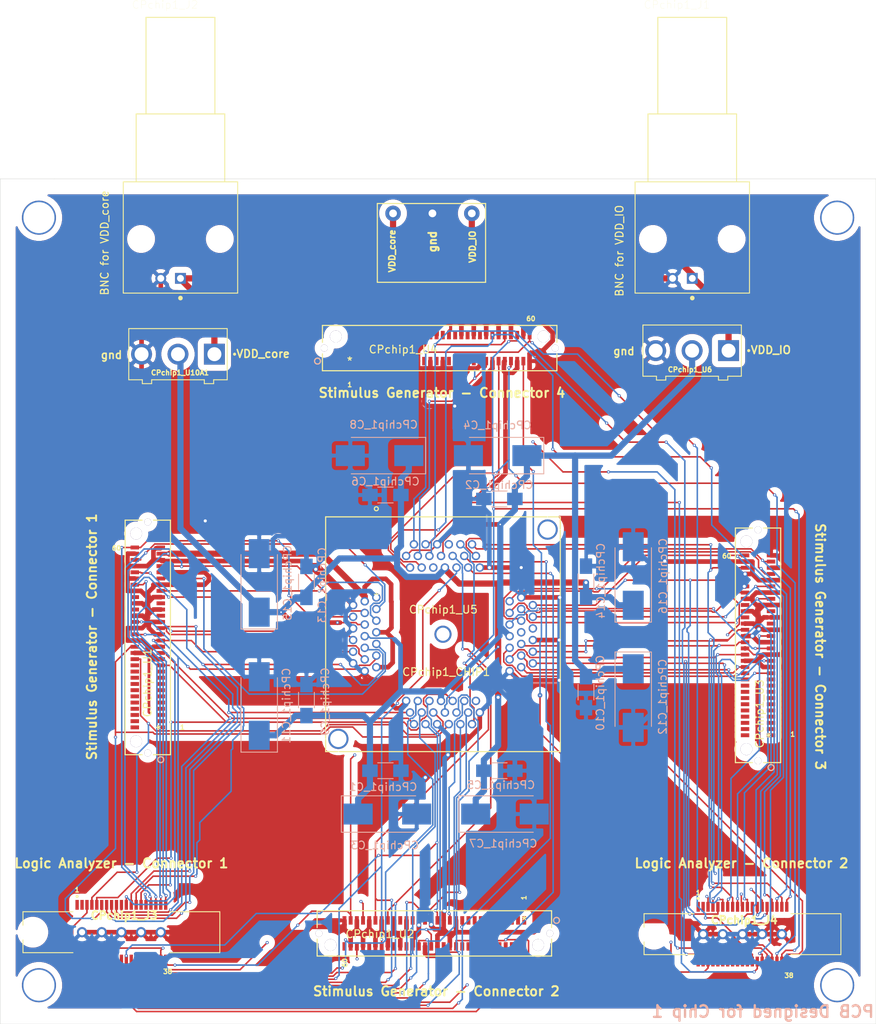
<source format=kicad_pcb>
(kicad_pcb (version 20171130) (host pcbnew "(5.1.6)-1")
  (layers (0 F.Cu signal) (1 In1.Cu signal) (2 In2.Cu signal) (31 B.Cu signal) (34 B.Paste user) (35 F.Paste user) (36 B.SilkS user) (37 F.SilkS user) (38 B.Mask user) (39 F.Mask user) (44 Edge.Cuts user))
  (net 0 "")
  (net 1 VDD_IO)
  (net 2 VSSQ)
  (net 3 VDD_core)
  (net 4 I_SI)
  (net 5 O_SO)
  (net 6 I_scanEn)
  (net 7 I_SCLK)
  (net 8 I_SEL1)
  (net 9 I_SEL0)
  (net 10 I_enable)
  (net 11 I_testmode)
  (net 12 I_FCLK)
  (net 13 I_SEL4)
  (net 14 I_SEL3)
  (net 15 I_SEL2)
  (net 16 I_DIN)
  (net 17 O_DOUT)
  (net 18 VDDQ)
  (net 19 I_PGM)
  (net 20 O_outData0)
  (net 21 I_reset)
  (net 22 I_clk)
  (net 23 I_inData0)
  (net 24 O_outData1)
  (net 25 I_inData3)
  (net 26 I_inData2)
  (net 27 I_inData1)
  (net 28 O_outData5)
  (net 29 O_outData4)
  (net 30 O_outData3)
  (net 31 O_outData2)
  (net 32 O_outData7)
  (net 33 O_outData6)
  (net 34 B_inData_bi1)
  (net 35 B_inData_bi0)
  (net 36 B_outData_bi4)
  (net 37 B_outData_bi5)
  (net 38 B_outData_bi2)
  (net 39 B_outData_bi3)
  (net 40 B_inData_bi10)
  (net 41 B_inData_bi11)
  (net 42 B_outData_bi0)
  (net 43 B_outData_bi1)
  (net 44 B_inData_bi6)
  (net 45 B_inData_bi7)
  (net 46 B_inData_bi8)
  (net 47 B_inData_bi9)
  (net 48 B_inData_bi4)
  (net 49 B_inData_bi3)
  (net 50 B_inData_bi2)
  (net 51 B_inData_bi5)
  (net 52 I_address1)
  (net 53 B_outData_bi6)
  (net 54 B_outData_bi7)
  (net 55 I_address0)
  (net 56 I_address5)
  (net 57 I_address4)
  (net 58 I_address3)
  (net 59 I_address2)
  (net 60 "Net-(CPchip1_J1-Pad1)")
  (net 61 "Net-(CPchip1_J2-Pad1)")
  (net 62 "Net-(CPchip1_J3-Pad4)")
  (net 63 "Net-(CPchip1_J3-Pad3)")
  (net 64 "Net-(CPchip1_J3-Pad2)")
  (net 65 "Net-(CPchip1_J3-Pad1)")
  (net 66 "Net-(CPchip1_J4-Pad22)")
  (net 67 "Net-(CPchip1_J4-Pad20)")
  (net 68 "Net-(CPchip1_J4-Pad18)")
  (net 69 "Net-(CPchip1_J4-Pad16)")
  (net 70 "Net-(CPchip1_J4-Pad14)")
  (net 71 "Net-(CPchip1_J4-Pad12)")
  (net 72 "Net-(CPchip1_J4-Pad10)")
  (net 73 "Net-(CPchip1_J4-Pad8)")
  (net 74 "Net-(CPchip1_J4-Pad4)")
  (net 75 "Net-(CPchip1_J4-Pad3)")
  (net 76 "Net-(CPchip1_J4-Pad2)")
  (net 77 "Net-(CPchip1_J4-Pad1)")
  (net 78 "Net-(CPchip1_U1-Pad44)")
  (net 79 "Net-(CPchip1_U1-Pad41)")
  (net 80 "Net-(CPchip1_U1-Pad40)")
  (net 81 "Net-(CPchip1_U1-Pad37)")
  (net 82 "Net-(CPchip1_U1-Pad22)")
  (net 83 "Net-(CPchip1_U1-Pad20)")
  (net 84 "Net-(CPchip1_U1-Pad19)")
  (net 85 "Net-(CPchip1_U1-Pad18)")
  (net 86 "Net-(CPchip1_U1-Pad17)")
  (net 87 "Net-(CPchip1_U1-Pad16)")
  (net 88 "Net-(CPchip1_U1-Pad15)")
  (net 89 "Net-(CPchip1_U1-Pad14)")
  (net 90 "Net-(CPchip1_U1-Pad13)")
  (net 91 "Net-(CPchip1_U1-Pad12)")
  (net 92 "Net-(CPchip1_U1-Pad11)")
  (net 93 "Net-(CPchip1_U1-Pad10)")
  (net 94 "Net-(CPchip1_U1-Pad9)")
  (net 95 "Net-(CPchip1_U1-Pad8)")
  (net 96 "Net-(CPchip1_U1-Pad7)")
  (net 97 "Net-(CPchip1_U1-Pad6)")
  (net 98 "Net-(CPchip1_U1-Pad5)")
  (net 99 "Net-(CPchip1_U1-Pad4)")
  (net 100 "Net-(CPchip1_U1-Pad3)")
  (net 101 "Net-(CPchip1_U1-Pad2)")
  (net 102 "Net-(CPchip1_U1-Pad1)")
  (net 103 "Net-(CPchip1_U2-Pad1)")
  (net 104 "Net-(CPchip1_U2-Pad2)")
  (net 105 "Net-(CPchip1_U2-Pad3)")
  (net 106 "Net-(CPchip1_U2-Pad4)")
  (net 107 "Net-(CPchip1_U2-Pad5)")
  (net 108 "Net-(CPchip1_U2-Pad6)")
  (net 109 "Net-(CPchip1_U2-Pad7)")
  (net 110 "Net-(CPchip1_U2-Pad8)")
  (net 111 "Net-(CPchip1_U2-Pad9)")
  (net 112 "Net-(CPchip1_U2-Pad10)")
  (net 113 "Net-(CPchip1_U2-Pad11)")
  (net 114 "Net-(CPchip1_U2-Pad12)")
  (net 115 "Net-(CPchip1_U2-Pad13)")
  (net 116 "Net-(CPchip1_U2-Pad14)")
  (net 117 "Net-(CPchip1_U2-Pad15)")
  (net 118 "Net-(CPchip1_U2-Pad16)")
  (net 119 "Net-(CPchip1_U2-Pad17)")
  (net 120 "Net-(CPchip1_U2-Pad18)")
  (net 121 "Net-(CPchip1_U2-Pad19)")
  (net 122 "Net-(CPchip1_U2-Pad20)")
  (net 123 "Net-(CPchip1_U2-Pad22)")
  (net 124 "Net-(CPchip1_U2-Pad37)")
  (net 125 "Net-(CPchip1_U2-Pad40)")
  (net 126 "Net-(CPchip1_U2-Pad41)")
  (net 127 "Net-(CPchip1_U2-Pad44)")
  (net 128 "Net-(CPchip1_U3-Pad44)")
  (net 129 "Net-(CPchip1_U3-Pad41)")
  (net 130 "Net-(CPchip1_U3-Pad40)")
  (net 131 "Net-(CPchip1_U3-Pad37)")
  (net 132 "Net-(CPchip1_U3-Pad22)")
  (net 133 "Net-(CPchip1_U3-Pad20)")
  (net 134 "Net-(CPchip1_U3-Pad19)")
  (net 135 "Net-(CPchip1_U3-Pad18)")
  (net 136 "Net-(CPchip1_U3-Pad17)")
  (net 137 "Net-(CPchip1_U3-Pad16)")
  (net 138 "Net-(CPchip1_U3-Pad15)")
  (net 139 "Net-(CPchip1_U3-Pad14)")
  (net 140 "Net-(CPchip1_U3-Pad13)")
  (net 141 "Net-(CPchip1_U3-Pad12)")
  (net 142 "Net-(CPchip1_U3-Pad11)")
  (net 143 "Net-(CPchip1_U3-Pad10)")
  (net 144 "Net-(CPchip1_U3-Pad9)")
  (net 145 "Net-(CPchip1_U3-Pad8)")
  (net 146 "Net-(CPchip1_U3-Pad7)")
  (net 147 "Net-(CPchip1_U3-Pad6)")
  (net 148 "Net-(CPchip1_U3-Pad5)")
  (net 149 "Net-(CPchip1_U3-Pad4)")
  (net 150 "Net-(CPchip1_U3-Pad3)")
  (net 151 "Net-(CPchip1_U3-Pad2)")
  (net 152 "Net-(CPchip1_U3-Pad1)")
  (net 153 "Net-(CPchip1_U4-Pad44)")
  (net 154 "Net-(CPchip1_U4-Pad41)")
  (net 155 "Net-(CPchip1_U4-Pad40)")
  (net 156 "Net-(CPchip1_U4-Pad37)")
  (net 157 "Net-(CPchip1_U4-Pad36)")
  (net 158 "Net-(CPchip1_U4-Pad33)")
  (net 159 "Net-(CPchip1_U4-Pad32)")
  (net 160 "Net-(CPchip1_U4-Pad29)")
  (net 161 "Net-(CPchip1_U4-Pad28)")
  (net 162 "Net-(CPchip1_U4-Pad25)")
  (net 163 "Net-(CPchip1_U4-Pad24)")
  (net 164 "Net-(CPchip1_U4-Pad22)")
  (net 165 "Net-(CPchip1_U4-Pad21)")
  (net 166 "Net-(CPchip1_U4-Pad20)")
  (net 167 "Net-(CPchip1_U4-Pad19)")
  (net 168 "Net-(CPchip1_U4-Pad18)")
  (net 169 "Net-(CPchip1_U4-Pad17)")
  (net 170 "Net-(CPchip1_U4-Pad16)")
  (net 171 "Net-(CPchip1_U4-Pad15)")
  (net 172 "Net-(CPchip1_U4-Pad14)")
  (net 173 "Net-(CPchip1_U4-Pad13)")
  (net 174 "Net-(CPchip1_U4-Pad12)")
  (net 175 "Net-(CPchip1_U4-Pad11)")
  (net 176 "Net-(CPchip1_U4-Pad10)")
  (net 177 "Net-(CPchip1_U4-Pad9)")
  (net 178 "Net-(CPchip1_U4-Pad8)")
  (net 179 "Net-(CPchip1_U4-Pad7)")
  (net 180 "Net-(CPchip1_U4-Pad6)")
  (net 181 "Net-(CPchip1_U4-Pad5)")
  (net 182 "Net-(CPchip1_U4-Pad4)")
  (net 183 "Net-(CPchip1_U4-Pad3)")
  (net 184 "Net-(CPchip1_U4-Pad2)")
  (net 185 "Net-(CPchip1_U4-Pad1)")
  (module Y1247AstimulusGenerator:ERF8-030-05.0-L-DV-L-TR (layer F.Cu) (at 45.72 110.744 270)
    (fp_text reference CPchip1_U1 (at -5.744 1.72 90) (layer F.SilkS))
    (fp_text value Y1247AstimulusGenerator hide)
    (fp_text user * (at 0 0 90) (layer F.SilkS))
    (pad 64 thru_hole circle (at 3.29565 1.6764) (size 0.889 0.889) (drill 0.889) (layers *.Cu *.Mask))
    (pad 63 thru_hole circle (at -26.49855 1.6764) (size 0.889 0.889) (drill 0.889) (layers *.Cu *.Mask))
    (pad 62 thru_hole circle (at 1.79705 3.175) (size 1.524 1.524) (drill 1.524) (layers *.Cu *.Mask))
    (pad 61 thru_hole circle (at -24.99995 3.175) (size 1.524 1.524) (drill 1.524) (layers *.Cu *.Mask))
    (pad 60 smd rect (at -23.2029 3.3528 270) (size 0.50038 1.0922) (layers F.Cu F.Paste F.Mask) (net 19 I_PGM))
    (pad 59 smd rect (at -23.2029 0 270) (size 0.50038 1.0922) (layers F.Cu F.Paste F.Mask) (net 2 VSSQ))
    (pad 58 smd rect (at -22.4028 3.3528 270) (size 0.50038 1.0922) (layers F.Cu F.Paste F.Mask) (net 2 VSSQ))
    (pad 57 smd rect (at -22.4028 0 270) (size 0.50038 1.0922) (layers F.Cu F.Paste F.Mask) (net 18 VDDQ))
    (pad 56 smd rect (at -21.6027 3.3528 270) (size 0.50038 1.0922) (layers F.Cu F.Paste F.Mask) (net 17 O_DOUT))
    (pad 55 smd rect (at -21.6027 0 270) (size 0.50038 1.0922) (layers F.Cu F.Paste F.Mask) (net 2 VSSQ))
    (pad 54 smd rect (at -20.8026 3.3528 270) (size 0.50038 1.0922) (layers F.Cu F.Paste F.Mask) (net 2 VSSQ))
    (pad 53 smd rect (at -20.8026 0 270) (size 0.50038 1.0922) (layers F.Cu F.Paste F.Mask) (net 16 I_DIN))
    (pad 52 smd rect (at -20.0025 3.3528 270) (size 0.50038 1.0922) (layers F.Cu F.Paste F.Mask) (net 15 I_SEL2))
    (pad 51 smd rect (at -20.0025 0 270) (size 0.50038 1.0922) (layers F.Cu F.Paste F.Mask) (net 2 VSSQ))
    (pad 50 smd rect (at -19.2024 3.3528 270) (size 0.50038 1.0922) (layers F.Cu F.Paste F.Mask) (net 2 VSSQ))
    (pad 49 smd rect (at -19.2024 0 270) (size 0.50038 1.0922) (layers F.Cu F.Paste F.Mask) (net 14 I_SEL3))
    (pad 48 smd rect (at -18.4023 3.3528 270) (size 0.50038 1.0922) (layers F.Cu F.Paste F.Mask) (net 13 I_SEL4))
    (pad 47 smd rect (at -18.4023 0 270) (size 0.50038 1.0922) (layers F.Cu F.Paste F.Mask) (net 2 VSSQ))
    (pad 46 smd rect (at -17.6022 3.3528 270) (size 0.50038 1.0922) (layers F.Cu F.Paste F.Mask) (net 2 VSSQ))
    (pad 45 smd rect (at -17.6022 0 270) (size 0.50038 1.0922) (layers F.Cu F.Paste F.Mask) (net 12 I_FCLK))
    (pad 44 smd rect (at -16.8021 3.3528 270) (size 0.50038 1.0922) (layers F.Cu F.Paste F.Mask) (net 78 "Net-(CPchip1_U1-Pad44)"))
    (pad 43 smd rect (at -16.8021 0 270) (size 0.50038 1.0922) (layers F.Cu F.Paste F.Mask) (net 2 VSSQ))
    (pad 42 smd rect (at -16.002 3.3528 270) (size 0.50038 1.0922) (layers F.Cu F.Paste F.Mask) (net 2 VSSQ))
    (pad 41 smd rect (at -16.002 0 270) (size 0.50038 1.0922) (layers F.Cu F.Paste F.Mask) (net 79 "Net-(CPchip1_U1-Pad41)"))
    (pad 40 smd rect (at -15.2019 3.3528 270) (size 0.50038 1.0922) (layers F.Cu F.Paste F.Mask) (net 80 "Net-(CPchip1_U1-Pad40)"))
    (pad 39 smd rect (at -15.2019 0 270) (size 0.50038 1.0922) (layers F.Cu F.Paste F.Mask) (net 2 VSSQ))
    (pad 38 smd rect (at -14.4018 3.3528 270) (size 0.50038 1.0922) (layers F.Cu F.Paste F.Mask) (net 2 VSSQ))
    (pad 37 smd rect (at -14.4018 0 270) (size 0.50038 1.0922) (layers F.Cu F.Paste F.Mask) (net 81 "Net-(CPchip1_U1-Pad37)"))
    (pad 36 smd rect (at -13.6017 3.3528 270) (size 0.50038 1.0922) (layers F.Cu F.Paste F.Mask) (net 11 I_testmode))
    (pad 35 smd rect (at -13.6017 0 270) (size 0.50038 1.0922) (layers F.Cu F.Paste F.Mask) (net 2 VSSQ))
    (pad 34 smd rect (at -12.8016 3.3528 270) (size 0.50038 1.0922) (layers F.Cu F.Paste F.Mask) (net 2 VSSQ))
    (pad 33 smd rect (at -12.8016 0 270) (size 0.50038 1.0922) (layers F.Cu F.Paste F.Mask) (net 10 I_enable))
    (pad 32 smd rect (at -12.0015 3.3528 270) (size 0.50038 1.0922) (layers F.Cu F.Paste F.Mask) (net 9 I_SEL0))
    (pad 31 smd rect (at -12.0015 0 270) (size 0.50038 1.0922) (layers F.Cu F.Paste F.Mask) (net 2 VSSQ))
    (pad 30 smd rect (at -11.2014 3.3528 270) (size 0.50038 1.0922) (layers F.Cu F.Paste F.Mask) (net 2 VSSQ))
    (pad 29 smd rect (at -11.2014 0 270) (size 0.50038 1.0922) (layers F.Cu F.Paste F.Mask) (net 8 I_SEL1))
    (pad 28 smd rect (at -10.4013 3.3528 270) (size 0.50038 1.0922) (layers F.Cu F.Paste F.Mask) (net 7 I_SCLK))
    (pad 27 smd rect (at -10.4013 0 270) (size 0.50038 1.0922) (layers F.Cu F.Paste F.Mask) (net 2 VSSQ))
    (pad 26 smd rect (at -9.6012 3.3528 270) (size 0.50038 1.0922) (layers F.Cu F.Paste F.Mask) (net 2 VSSQ))
    (pad 25 smd rect (at -9.6012 0 270) (size 0.50038 1.0922) (layers F.Cu F.Paste F.Mask) (net 6 I_scanEn))
    (pad 24 smd rect (at -8.8011 3.3528 270) (size 0.50038 1.0922) (layers F.Cu F.Paste F.Mask) (net 5 O_SO))
    (pad 23 smd rect (at -8.8011 0 270) (size 0.50038 1.0922) (layers F.Cu F.Paste F.Mask) (net 2 VSSQ))
    (pad 22 smd rect (at -8.001 3.3528 270) (size 0.50038 1.0922) (layers F.Cu F.Paste F.Mask) (net 82 "Net-(CPchip1_U1-Pad22)"))
    (pad 21 smd rect (at -8.001 0 270) (size 0.50038 1.0922) (layers F.Cu F.Paste F.Mask) (net 4 I_SI))
    (pad 20 smd rect (at -7.2009 3.3528 270) (size 0.50038 1.0922) (layers F.Cu F.Paste F.Mask) (net 83 "Net-(CPchip1_U1-Pad20)"))
    (pad 19 smd rect (at -7.2009 0 270) (size 0.50038 1.0922) (layers F.Cu F.Paste F.Mask) (net 84 "Net-(CPchip1_U1-Pad19)"))
    (pad 18 smd rect (at -6.4008 3.3528 270) (size 0.50038 1.0922) (layers F.Cu F.Paste F.Mask) (net 85 "Net-(CPchip1_U1-Pad18)"))
    (pad 17 smd rect (at -6.4008 0 270) (size 0.50038 1.0922) (layers F.Cu F.Paste F.Mask) (net 86 "Net-(CPchip1_U1-Pad17)"))
    (pad 16 smd rect (at -5.6007 3.3528 270) (size 0.50038 1.0922) (layers F.Cu F.Paste F.Mask) (net 87 "Net-(CPchip1_U1-Pad16)"))
    (pad 15 smd rect (at -5.6007 0 270) (size 0.50038 1.0922) (layers F.Cu F.Paste F.Mask) (net 88 "Net-(CPchip1_U1-Pad15)"))
    (pad 14 smd rect (at -4.8006 3.3528 270) (size 0.50038 1.0922) (layers F.Cu F.Paste F.Mask) (net 89 "Net-(CPchip1_U1-Pad14)"))
    (pad 13 smd rect (at -4.8006 0 270) (size 0.50038 1.0922) (layers F.Cu F.Paste F.Mask) (net 90 "Net-(CPchip1_U1-Pad13)"))
    (pad 12 smd rect (at -4.0005 3.3528 270) (size 0.50038 1.0922) (layers F.Cu F.Paste F.Mask) (net 91 "Net-(CPchip1_U1-Pad12)"))
    (pad 11 smd rect (at -4.0005 0 270) (size 0.50038 1.0922) (layers F.Cu F.Paste F.Mask) (net 92 "Net-(CPchip1_U1-Pad11)"))
    (pad 10 smd rect (at -3.2004 3.3528 270) (size 0.50038 1.0922) (layers F.Cu F.Paste F.Mask) (net 93 "Net-(CPchip1_U1-Pad10)"))
    (pad 9 smd rect (at -3.2004 0 270) (size 0.50038 1.0922) (layers F.Cu F.Paste F.Mask) (net 94 "Net-(CPchip1_U1-Pad9)"))
    (pad 8 smd rect (at -2.4003 3.3528 270) (size 0.50038 1.0922) (layers F.Cu F.Paste F.Mask) (net 95 "Net-(CPchip1_U1-Pad8)"))
    (pad 7 smd rect (at -2.4003 0 270) (size 0.50038 1.0922) (layers F.Cu F.Paste F.Mask) (net 96 "Net-(CPchip1_U1-Pad7)"))
    (pad 6 smd rect (at -1.6002 3.3528 270) (size 0.50038 1.0922) (layers F.Cu F.Paste F.Mask) (net 97 "Net-(CPchip1_U1-Pad6)"))
    (pad 5 smd rect (at -1.6002 0 270) (size 0.50038 1.0922) (layers F.Cu F.Paste F.Mask) (net 98 "Net-(CPchip1_U1-Pad5)"))
    (pad 4 smd rect (at -0.8001 3.3528 270) (size 0.50038 1.0922) (layers F.Cu F.Paste F.Mask) (net 99 "Net-(CPchip1_U1-Pad4)"))
    (pad 3 smd rect (at -0.8001 0 270) (size 0.50038 1.0922) (layers F.Cu F.Paste F.Mask) (net 100 "Net-(CPchip1_U1-Pad3)"))
    (pad 2 smd rect (at 0 3.3528 270) (size 0.50038 1.0922) (layers F.Cu F.Paste F.Mask) (net 101 "Net-(CPchip1_U1-Pad2)"))
    (pad 1 smd rect (at 0 0 270) (size 0.50038 1.0922) (layers F.Cu F.Paste F.Mask) (net 102 "Net-(CPchip1_U1-Pad1)"))
  )
  (module Y1247AstimulusGenerator:ERF8-030-05.0-L-DV-L-TR (layer F.Cu) (at 92.6211 135.636)
    (fp_text reference CPchip1_U2 (at -18.6211 1.764) (layer F.SilkS))
    (fp_text value Y1247AstimulusGenerator hide)
    (fp_text user * (at 0 0) (layer F.SilkS))
    (pad 1 smd rect (at 0 0) (size 0.50038 1.0922) (layers F.Cu F.Paste F.Mask) (net 103 "Net-(CPchip1_U2-Pad1)"))
    (pad 2 smd rect (at 0 3.3528) (size 0.50038 1.0922) (layers F.Cu F.Paste F.Mask) (net 104 "Net-(CPchip1_U2-Pad2)"))
    (pad 3 smd rect (at -0.8001 0) (size 0.50038 1.0922) (layers F.Cu F.Paste F.Mask) (net 105 "Net-(CPchip1_U2-Pad3)"))
    (pad 4 smd rect (at -0.8001 3.3528) (size 0.50038 1.0922) (layers F.Cu F.Paste F.Mask) (net 106 "Net-(CPchip1_U2-Pad4)"))
    (pad 5 smd rect (at -1.6002 0) (size 0.50038 1.0922) (layers F.Cu F.Paste F.Mask) (net 107 "Net-(CPchip1_U2-Pad5)"))
    (pad 6 smd rect (at -1.6002 3.3528) (size 0.50038 1.0922) (layers F.Cu F.Paste F.Mask) (net 108 "Net-(CPchip1_U2-Pad6)"))
    (pad 7 smd rect (at -2.4003 0) (size 0.50038 1.0922) (layers F.Cu F.Paste F.Mask) (net 109 "Net-(CPchip1_U2-Pad7)"))
    (pad 8 smd rect (at -2.4003 3.3528) (size 0.50038 1.0922) (layers F.Cu F.Paste F.Mask) (net 110 "Net-(CPchip1_U2-Pad8)"))
    (pad 9 smd rect (at -3.2004 0) (size 0.50038 1.0922) (layers F.Cu F.Paste F.Mask) (net 111 "Net-(CPchip1_U2-Pad9)"))
    (pad 10 smd rect (at -3.2004 3.3528) (size 0.50038 1.0922) (layers F.Cu F.Paste F.Mask) (net 112 "Net-(CPchip1_U2-Pad10)"))
    (pad 11 smd rect (at -4.0005 0) (size 0.50038 1.0922) (layers F.Cu F.Paste F.Mask) (net 113 "Net-(CPchip1_U2-Pad11)"))
    (pad 12 smd rect (at -4.0005 3.3528) (size 0.50038 1.0922) (layers F.Cu F.Paste F.Mask) (net 114 "Net-(CPchip1_U2-Pad12)"))
    (pad 13 smd rect (at -4.8006 0) (size 0.50038 1.0922) (layers F.Cu F.Paste F.Mask) (net 115 "Net-(CPchip1_U2-Pad13)"))
    (pad 14 smd rect (at -4.8006 3.3528) (size 0.50038 1.0922) (layers F.Cu F.Paste F.Mask) (net 116 "Net-(CPchip1_U2-Pad14)"))
    (pad 15 smd rect (at -5.6007 0) (size 0.50038 1.0922) (layers F.Cu F.Paste F.Mask) (net 117 "Net-(CPchip1_U2-Pad15)"))
    (pad 16 smd rect (at -5.6007 3.3528) (size 0.50038 1.0922) (layers F.Cu F.Paste F.Mask) (net 118 "Net-(CPchip1_U2-Pad16)"))
    (pad 17 smd rect (at -6.4008 0) (size 0.50038 1.0922) (layers F.Cu F.Paste F.Mask) (net 119 "Net-(CPchip1_U2-Pad17)"))
    (pad 18 smd rect (at -6.4008 3.3528) (size 0.50038 1.0922) (layers F.Cu F.Paste F.Mask) (net 120 "Net-(CPchip1_U2-Pad18)"))
    (pad 19 smd rect (at -7.2009 0) (size 0.50038 1.0922) (layers F.Cu F.Paste F.Mask) (net 121 "Net-(CPchip1_U2-Pad19)"))
    (pad 20 smd rect (at -7.2009 3.3528) (size 0.50038 1.0922) (layers F.Cu F.Paste F.Mask) (net 122 "Net-(CPchip1_U2-Pad20)"))
    (pad 21 smd rect (at -8.001 0) (size 0.50038 1.0922) (layers F.Cu F.Paste F.Mask) (net 35 B_inData_bi0))
    (pad 22 smd rect (at -8.001 3.3528) (size 0.50038 1.0922) (layers F.Cu F.Paste F.Mask) (net 123 "Net-(CPchip1_U2-Pad22)"))
    (pad 23 smd rect (at -8.8011 0) (size 0.50038 1.0922) (layers F.Cu F.Paste F.Mask) (net 2 VSSQ))
    (pad 24 smd rect (at -8.8011 3.3528) (size 0.50038 1.0922) (layers F.Cu F.Paste F.Mask) (net 34 B_inData_bi1))
    (pad 25 smd rect (at -9.6012 0) (size 0.50038 1.0922) (layers F.Cu F.Paste F.Mask) (net 33 O_outData6))
    (pad 26 smd rect (at -9.6012 3.3528) (size 0.50038 1.0922) (layers F.Cu F.Paste F.Mask) (net 2 VSSQ))
    (pad 27 smd rect (at -10.4013 0) (size 0.50038 1.0922) (layers F.Cu F.Paste F.Mask) (net 2 VSSQ))
    (pad 28 smd rect (at -10.4013 3.3528) (size 0.50038 1.0922) (layers F.Cu F.Paste F.Mask) (net 32 O_outData7))
    (pad 29 smd rect (at -11.2014 0) (size 0.50038 1.0922) (layers F.Cu F.Paste F.Mask) (net 31 O_outData2))
    (pad 30 smd rect (at -11.2014 3.3528) (size 0.50038 1.0922) (layers F.Cu F.Paste F.Mask) (net 2 VSSQ))
    (pad 31 smd rect (at -12.0015 0) (size 0.50038 1.0922) (layers F.Cu F.Paste F.Mask) (net 2 VSSQ))
    (pad 32 smd rect (at -12.0015 3.3528) (size 0.50038 1.0922) (layers F.Cu F.Paste F.Mask) (net 30 O_outData3))
    (pad 33 smd rect (at -12.8016 0) (size 0.50038 1.0922) (layers F.Cu F.Paste F.Mask) (net 29 O_outData4))
    (pad 34 smd rect (at -12.8016 3.3528) (size 0.50038 1.0922) (layers F.Cu F.Paste F.Mask) (net 2 VSSQ))
    (pad 35 smd rect (at -13.6017 0) (size 0.50038 1.0922) (layers F.Cu F.Paste F.Mask) (net 2 VSSQ))
    (pad 36 smd rect (at -13.6017 3.3528) (size 0.50038 1.0922) (layers F.Cu F.Paste F.Mask) (net 28 O_outData5))
    (pad 37 smd rect (at -14.4018 0) (size 0.50038 1.0922) (layers F.Cu F.Paste F.Mask) (net 124 "Net-(CPchip1_U2-Pad37)"))
    (pad 38 smd rect (at -14.4018 3.3528) (size 0.50038 1.0922) (layers F.Cu F.Paste F.Mask) (net 2 VSSQ))
    (pad 39 smd rect (at -15.2019 0) (size 0.50038 1.0922) (layers F.Cu F.Paste F.Mask) (net 2 VSSQ))
    (pad 40 smd rect (at -15.2019 3.3528) (size 0.50038 1.0922) (layers F.Cu F.Paste F.Mask) (net 125 "Net-(CPchip1_U2-Pad40)"))
    (pad 41 smd rect (at -16.002 0) (size 0.50038 1.0922) (layers F.Cu F.Paste F.Mask) (net 126 "Net-(CPchip1_U2-Pad41)"))
    (pad 42 smd rect (at -16.002 3.3528) (size 0.50038 1.0922) (layers F.Cu F.Paste F.Mask) (net 2 VSSQ))
    (pad 43 smd rect (at -16.8021 0) (size 0.50038 1.0922) (layers F.Cu F.Paste F.Mask) (net 2 VSSQ))
    (pad 44 smd rect (at -16.8021 3.3528) (size 0.50038 1.0922) (layers F.Cu F.Paste F.Mask) (net 127 "Net-(CPchip1_U2-Pad44)"))
    (pad 45 smd rect (at -17.6022 0) (size 0.50038 1.0922) (layers F.Cu F.Paste F.Mask) (net 27 I_inData1))
    (pad 46 smd rect (at -17.6022 3.3528) (size 0.50038 1.0922) (layers F.Cu F.Paste F.Mask) (net 2 VSSQ))
    (pad 47 smd rect (at -18.4023 0) (size 0.50038 1.0922) (layers F.Cu F.Paste F.Mask) (net 2 VSSQ))
    (pad 48 smd rect (at -18.4023 3.3528) (size 0.50038 1.0922) (layers F.Cu F.Paste F.Mask) (net 26 I_inData2))
    (pad 49 smd rect (at -19.2024 0) (size 0.50038 1.0922) (layers F.Cu F.Paste F.Mask) (net 25 I_inData3))
    (pad 50 smd rect (at -19.2024 3.3528) (size 0.50038 1.0922) (layers F.Cu F.Paste F.Mask) (net 2 VSSQ))
    (pad 51 smd rect (at -20.0025 0) (size 0.50038 1.0922) (layers F.Cu F.Paste F.Mask) (net 2 VSSQ))
    (pad 52 smd rect (at -20.0025 3.3528) (size 0.50038 1.0922) (layers F.Cu F.Paste F.Mask) (net 24 O_outData1))
    (pad 53 smd rect (at -20.8026 0) (size 0.50038 1.0922) (layers F.Cu F.Paste F.Mask) (net 23 I_inData0))
    (pad 54 smd rect (at -20.8026 3.3528) (size 0.50038 1.0922) (layers F.Cu F.Paste F.Mask) (net 2 VSSQ))
    (pad 55 smd rect (at -21.6027 0) (size 0.50038 1.0922) (layers F.Cu F.Paste F.Mask) (net 2 VSSQ))
    (pad 56 smd rect (at -21.6027 3.3528) (size 0.50038 1.0922) (layers F.Cu F.Paste F.Mask) (net 22 I_clk))
    (pad 57 smd rect (at -22.4028 0) (size 0.50038 1.0922) (layers F.Cu F.Paste F.Mask) (net 21 I_reset))
    (pad 58 smd rect (at -22.4028 3.3528) (size 0.50038 1.0922) (layers F.Cu F.Paste F.Mask) (net 2 VSSQ))
    (pad 59 smd rect (at -23.2029 0) (size 0.50038 1.0922) (layers F.Cu F.Paste F.Mask) (net 2 VSSQ))
    (pad 60 smd rect (at -23.2029 3.3528) (size 0.50038 1.0922) (layers F.Cu F.Paste F.Mask) (net 20 O_outData0))
    (pad 61 thru_hole circle (at -24.99995 3.175 90) (size 1.524 1.524) (drill 1.524) (layers *.Cu *.Mask))
    (pad 62 thru_hole circle (at 1.79705 3.175 90) (size 1.524 1.524) (drill 1.524) (layers *.Cu *.Mask))
    (pad 63 thru_hole circle (at -26.49855 1.6764 90) (size 0.889 0.889) (drill 0.889) (layers *.Cu *.Mask))
    (pad 64 thru_hole circle (at 3.29565 1.6764 90) (size 0.889 0.889) (drill 0.889) (layers *.Cu *.Mask))
  )
  (module Y1247AstimulusGenerator:ERF8-030-05.0-L-DV-L-TR (layer F.Cu) (at 70.104 63.5 180)
    (fp_text reference CPchip1_U4 (at -6.896 1.5) (layer F.SilkS))
    (fp_text value Y1247AstimulusGenerator hide)
    (fp_text user * (at 0 0) (layer F.SilkS))
    (pad 64 thru_hole circle (at 3.29565 1.6764 270) (size 0.889 0.889) (drill 0.889) (layers *.Cu *.Mask))
    (pad 63 thru_hole circle (at -26.49855 1.6764 270) (size 0.889 0.889) (drill 0.889) (layers *.Cu *.Mask))
    (pad 62 thru_hole circle (at 1.79705 3.175 270) (size 1.524 1.524) (drill 1.524) (layers *.Cu *.Mask))
    (pad 61 thru_hole circle (at -24.99995 3.175 270) (size 1.524 1.524) (drill 1.524) (layers *.Cu *.Mask))
    (pad 60 smd rect (at -23.2029 3.3528 180) (size 0.50038 1.0922) (layers F.Cu F.Paste F.Mask) (net 52 I_address1))
    (pad 59 smd rect (at -23.2029 0 180) (size 0.50038 1.0922) (layers F.Cu F.Paste F.Mask) (net 2 VSSQ))
    (pad 58 smd rect (at -22.4028 3.3528 180) (size 0.50038 1.0922) (layers F.Cu F.Paste F.Mask) (net 2 VSSQ))
    (pad 57 smd rect (at -22.4028 0 180) (size 0.50038 1.0922) (layers F.Cu F.Paste F.Mask) (net 53 B_outData_bi6))
    (pad 56 smd rect (at -21.6027 3.3528 180) (size 0.50038 1.0922) (layers F.Cu F.Paste F.Mask) (net 54 B_outData_bi7))
    (pad 55 smd rect (at -21.6027 0 180) (size 0.50038 1.0922) (layers F.Cu F.Paste F.Mask) (net 2 VSSQ))
    (pad 54 smd rect (at -20.8026 3.3528 180) (size 0.50038 1.0922) (layers F.Cu F.Paste F.Mask) (net 2 VSSQ))
    (pad 53 smd rect (at -20.8026 0 180) (size 0.50038 1.0922) (layers F.Cu F.Paste F.Mask) (net 55 I_address0))
    (pad 52 smd rect (at -20.0025 3.3528 180) (size 0.50038 1.0922) (layers F.Cu F.Paste F.Mask) (net 56 I_address5))
    (pad 51 smd rect (at -20.0025 0 180) (size 0.50038 1.0922) (layers F.Cu F.Paste F.Mask) (net 2 VSSQ))
    (pad 50 smd rect (at -19.2024 3.3528 180) (size 0.50038 1.0922) (layers F.Cu F.Paste F.Mask) (net 2 VSSQ))
    (pad 49 smd rect (at -19.2024 0 180) (size 0.50038 1.0922) (layers F.Cu F.Paste F.Mask) (net 57 I_address4))
    (pad 48 smd rect (at -18.4023 3.3528 180) (size 0.50038 1.0922) (layers F.Cu F.Paste F.Mask) (net 58 I_address3))
    (pad 47 smd rect (at -18.4023 0 180) (size 0.50038 1.0922) (layers F.Cu F.Paste F.Mask) (net 2 VSSQ))
    (pad 46 smd rect (at -17.6022 3.3528 180) (size 0.50038 1.0922) (layers F.Cu F.Paste F.Mask) (net 2 VSSQ))
    (pad 45 smd rect (at -17.6022 0 180) (size 0.50038 1.0922) (layers F.Cu F.Paste F.Mask) (net 59 I_address2))
    (pad 44 smd rect (at -16.8021 3.3528 180) (size 0.50038 1.0922) (layers F.Cu F.Paste F.Mask) (net 153 "Net-(CPchip1_U4-Pad44)"))
    (pad 43 smd rect (at -16.8021 0 180) (size 0.50038 1.0922) (layers F.Cu F.Paste F.Mask) (net 2 VSSQ))
    (pad 42 smd rect (at -16.002 3.3528 180) (size 0.50038 1.0922) (layers F.Cu F.Paste F.Mask) (net 2 VSSQ))
    (pad 41 smd rect (at -16.002 0 180) (size 0.50038 1.0922) (layers F.Cu F.Paste F.Mask) (net 154 "Net-(CPchip1_U4-Pad41)"))
    (pad 40 smd rect (at -15.2019 3.3528 180) (size 0.50038 1.0922) (layers F.Cu F.Paste F.Mask) (net 155 "Net-(CPchip1_U4-Pad40)"))
    (pad 39 smd rect (at -15.2019 0 180) (size 0.50038 1.0922) (layers F.Cu F.Paste F.Mask) (net 2 VSSQ))
    (pad 38 smd rect (at -14.4018 3.3528 180) (size 0.50038 1.0922) (layers F.Cu F.Paste F.Mask) (net 2 VSSQ))
    (pad 37 smd rect (at -14.4018 0 180) (size 0.50038 1.0922) (layers F.Cu F.Paste F.Mask) (net 156 "Net-(CPchip1_U4-Pad37)"))
    (pad 36 smd rect (at -13.6017 3.3528 180) (size 0.50038 1.0922) (layers F.Cu F.Paste F.Mask) (net 157 "Net-(CPchip1_U4-Pad36)"))
    (pad 35 smd rect (at -13.6017 0 180) (size 0.50038 1.0922) (layers F.Cu F.Paste F.Mask) (net 2 VSSQ))
    (pad 34 smd rect (at -12.8016 3.3528 180) (size 0.50038 1.0922) (layers F.Cu F.Paste F.Mask) (net 2 VSSQ))
    (pad 33 smd rect (at -12.8016 0 180) (size 0.50038 1.0922) (layers F.Cu F.Paste F.Mask) (net 158 "Net-(CPchip1_U4-Pad33)"))
    (pad 32 smd rect (at -12.0015 3.3528 180) (size 0.50038 1.0922) (layers F.Cu F.Paste F.Mask) (net 159 "Net-(CPchip1_U4-Pad32)"))
    (pad 31 smd rect (at -12.0015 0 180) (size 0.50038 1.0922) (layers F.Cu F.Paste F.Mask) (net 2 VSSQ))
    (pad 30 smd rect (at -11.2014 3.3528 180) (size 0.50038 1.0922) (layers F.Cu F.Paste F.Mask) (net 2 VSSQ))
    (pad 29 smd rect (at -11.2014 0 180) (size 0.50038 1.0922) (layers F.Cu F.Paste F.Mask) (net 160 "Net-(CPchip1_U4-Pad29)"))
    (pad 28 smd rect (at -10.4013 3.3528 180) (size 0.50038 1.0922) (layers F.Cu F.Paste F.Mask) (net 161 "Net-(CPchip1_U4-Pad28)"))
    (pad 27 smd rect (at -10.4013 0 180) (size 0.50038 1.0922) (layers F.Cu F.Paste F.Mask) (net 2 VSSQ))
    (pad 26 smd rect (at -9.6012 3.3528 180) (size 0.50038 1.0922) (layers F.Cu F.Paste F.Mask) (net 2 VSSQ))
    (pad 25 smd rect (at -9.6012 0 180) (size 0.50038 1.0922) (layers F.Cu F.Paste F.Mask) (net 162 "Net-(CPchip1_U4-Pad25)"))
    (pad 24 smd rect (at -8.8011 3.3528 180) (size 0.50038 1.0922) (layers F.Cu F.Paste F.Mask) (net 163 "Net-(CPchip1_U4-Pad24)"))
    (pad 23 smd rect (at -8.8011 0 180) (size 0.50038 1.0922) (layers F.Cu F.Paste F.Mask) (net 2 VSSQ))
    (pad 22 smd rect (at -8.001 3.3528 180) (size 0.50038 1.0922) (layers F.Cu F.Paste F.Mask) (net 164 "Net-(CPchip1_U4-Pad22)"))
    (pad 21 smd rect (at -8.001 0 180) (size 0.50038 1.0922) (layers F.Cu F.Paste F.Mask) (net 165 "Net-(CPchip1_U4-Pad21)"))
    (pad 20 smd rect (at -7.2009 3.3528 180) (size 0.50038 1.0922) (layers F.Cu F.Paste F.Mask) (net 166 "Net-(CPchip1_U4-Pad20)"))
    (pad 19 smd rect (at -7.2009 0 180) (size 0.50038 1.0922) (layers F.Cu F.Paste F.Mask) (net 167 "Net-(CPchip1_U4-Pad19)"))
    (pad 18 smd rect (at -6.4008 3.3528 180) (size 0.50038 1.0922) (layers F.Cu F.Paste F.Mask) (net 168 "Net-(CPchip1_U4-Pad18)"))
    (pad 17 smd rect (at -6.4008 0 180) (size 0.50038 1.0922) (layers F.Cu F.Paste F.Mask) (net 169 "Net-(CPchip1_U4-Pad17)"))
    (pad 16 smd rect (at -5.6007 3.3528 180) (size 0.50038 1.0922) (layers F.Cu F.Paste F.Mask) (net 170 "Net-(CPchip1_U4-Pad16)"))
    (pad 15 smd rect (at -5.6007 0 180) (size 0.50038 1.0922) (layers F.Cu F.Paste F.Mask) (net 171 "Net-(CPchip1_U4-Pad15)"))
    (pad 14 smd rect (at -4.8006 3.3528 180) (size 0.50038 1.0922) (layers F.Cu F.Paste F.Mask) (net 172 "Net-(CPchip1_U4-Pad14)"))
    (pad 13 smd rect (at -4.8006 0 180) (size 0.50038 1.0922) (layers F.Cu F.Paste F.Mask) (net 173 "Net-(CPchip1_U4-Pad13)"))
    (pad 12 smd rect (at -4.0005 3.3528 180) (size 0.50038 1.0922) (layers F.Cu F.Paste F.Mask) (net 174 "Net-(CPchip1_U4-Pad12)"))
    (pad 11 smd rect (at -4.0005 0 180) (size 0.50038 1.0922) (layers F.Cu F.Paste F.Mask) (net 175 "Net-(CPchip1_U4-Pad11)"))
    (pad 10 smd rect (at -3.2004 3.3528 180) (size 0.50038 1.0922) (layers F.Cu F.Paste F.Mask) (net 176 "Net-(CPchip1_U4-Pad10)"))
    (pad 9 smd rect (at -3.2004 0 180) (size 0.50038 1.0922) (layers F.Cu F.Paste F.Mask) (net 177 "Net-(CPchip1_U4-Pad9)"))
    (pad 8 smd rect (at -2.4003 3.3528 180) (size 0.50038 1.0922) (layers F.Cu F.Paste F.Mask) (net 178 "Net-(CPchip1_U4-Pad8)"))
    (pad 7 smd rect (at -2.4003 0 180) (size 0.50038 1.0922) (layers F.Cu F.Paste F.Mask) (net 179 "Net-(CPchip1_U4-Pad7)"))
    (pad 6 smd rect (at -1.6002 3.3528 180) (size 0.50038 1.0922) (layers F.Cu F.Paste F.Mask) (net 180 "Net-(CPchip1_U4-Pad6)"))
    (pad 5 smd rect (at -1.6002 0 180) (size 0.50038 1.0922) (layers F.Cu F.Paste F.Mask) (net 181 "Net-(CPchip1_U4-Pad5)"))
    (pad 4 smd rect (at -0.8001 3.3528 180) (size 0.50038 1.0922) (layers F.Cu F.Paste F.Mask) (net 182 "Net-(CPchip1_U4-Pad4)"))
    (pad 3 smd rect (at -0.8001 0 180) (size 0.50038 1.0922) (layers F.Cu F.Paste F.Mask) (net 183 "Net-(CPchip1_U4-Pad3)"))
    (pad 2 smd rect (at 0 3.3528 180) (size 0.50038 1.0922) (layers F.Cu F.Paste F.Mask) (net 184 "Net-(CPchip1_U4-Pad2)"))
    (pad 1 smd rect (at 0 0 180) (size 0.50038 1.0922) (layers F.Cu F.Paste F.Mask) (net 185 "Net-(CPchip1_U4-Pad1)"))
  )
  (module Capacitors_SMD:C_1206_HandSoldering (layer B.Cu) (at 74.708 116.332)
    (fp_text reference CPchip1_C1 (at -0.308 2.093) (layer B.SilkS) (effects (justify mirror)))
    (fp_text value 10uF)
    (pad 1 smd rect (at -2 0) (size 2 1.6) (layers B.Cu B.Paste B.Mask) (net 1 VDD_IO))
    (pad 2 smd rect (at 2 0) (size 2 1.6) (layers B.Cu B.Paste B.Mask) (net 2 VSSQ))
  )
  (module Capacitors_SMD:C_1206_HandSoldering (layer B.Cu) (at 89.408 81.28 180)
    (fp_text reference CPchip1_C2 (at 0.033 1.805) (layer B.SilkS) (effects (justify mirror)))
    (fp_text value 10uF)
    (pad 1 smd rect (at -2 0 180) (size 2 1.6) (layers B.Cu B.Paste B.Mask) (net 1 VDD_IO))
    (pad 2 smd rect (at 2 0 180) (size 2 1.6) (layers B.Cu B.Paste B.Mask) (net 2 VSSQ))
  )
  (module Capacitors_Tantalum_SMD:CP_Tantalum_Case-X_EIA-7343-43_Hand (layer B.Cu) (at 74.965 121.92)
    (fp_text reference CPchip1_C3 (at -0.34 4.03) (layer B.SilkS) (effects (justify mirror)))
    (fp_text value 100uF)
    (pad 2 smd rect (at 3.775 0) (size 3.75 2.7) (layers B.Cu B.Paste B.Mask) (net 2 VSSQ))
    (pad 1 smd rect (at -3.775 0) (size 3.75 2.7) (layers B.Cu B.Paste B.Mask) (net 1 VDD_IO))
  )
  (module Capacitors_Tantalum_SMD:CP_Tantalum_Case-X_EIA-7343-43_Hand (layer B.Cu) (at 89.189 75.692 180)
    (fp_text reference CPchip1_C4 (at 0.039 3.917) (layer B.SilkS) (effects (justify mirror)))
    (fp_text value 100uF)
    (pad 2 smd rect (at 3.775 0 180) (size 3.75 2.7) (layers B.Cu B.Paste B.Mask) (net 2 VSSQ))
    (pad 1 smd rect (at -3.775 0 180) (size 3.75 2.7) (layers B.Cu B.Paste B.Mask) (net 1 VDD_IO))
  )
  (module Capacitors_SMD:C_1206_HandSoldering (layer B.Cu) (at 89.408 116.332)
    (fp_text reference CPchip1_C5 (at 0.192 1.843) (layer B.SilkS) (effects (justify mirror)))
    (fp_text value 10uF)
    (pad 2 smd rect (at 2 0) (size 2 1.6) (layers B.Cu B.Paste B.Mask) (net 2 VSSQ))
    (pad 1 smd rect (at -2 0) (size 2 1.6) (layers B.Cu B.Paste B.Mask) (net 3 VDD_core))
  )
  (module Capacitors_SMD:C_1206_HandSoldering (layer B.Cu) (at 74.708 80.772 180)
    (fp_text reference CPchip1_C6 (at 0 1.75) (layer B.SilkS) (effects (justify mirror)))
    (fp_text value 10uF)
    (pad 2 smd rect (at 2 0 180) (size 2 1.6) (layers B.Cu B.Paste B.Mask) (net 2 VSSQ))
    (pad 1 smd rect (at -2 0 180) (size 2 1.6) (layers B.Cu B.Paste B.Mask) (net 3 VDD_core))
  )
  (module Capacitors_Tantalum_SMD:CP_Tantalum_Case-X_EIA-7343-43_Hand (layer B.Cu) (at 90.135 121.92)
    (fp_text reference CPchip1_C7 (at -0.235 3.805) (layer B.SilkS) (effects (justify mirror)))
    (fp_text value 100uF)
    (pad 1 smd rect (at -3.775 0) (size 3.75 2.7) (layers B.Cu B.Paste B.Mask) (net 3 VDD_core))
    (pad 2 smd rect (at 3.775 0) (size 3.75 2.7) (layers B.Cu B.Paste B.Mask) (net 2 VSSQ))
  )
  (module Capacitors_Tantalum_SMD:CP_Tantalum_Case-X_EIA-7343-43_Hand (layer B.Cu) (at 73.949 75.692 180)
    (fp_text reference CPchip1_C8 (at -0.526 3.992) (layer B.SilkS) (effects (justify mirror)))
    (fp_text value 100uF)
    (pad 1 smd rect (at -3.775 0 180) (size 3.75 2.7) (layers B.Cu B.Paste B.Mask) (net 3 VDD_core))
    (pad 2 smd rect (at 3.775 0 180) (size 3.75 2.7) (layers B.Cu B.Paste B.Mask) (net 2 VSSQ))
  )
  (module Capacitors_SMD:C_1206_HandSoldering (layer B.Cu) (at 64.516 107.22 90)
    (fp_text reference CPchip1_C9 (at -0.205 2.409 270) (layer B.SilkS) (effects (justify mirror)))
    (fp_text value 10uF)
    (pad 1 smd rect (at -2 0 90) (size 2 1.6) (layers B.Cu B.Paste B.Mask) (net 1 VDD_IO))
    (pad 2 smd rect (at 2 0 90) (size 2 1.6) (layers B.Cu B.Paste B.Mask) (net 2 VSSQ))
  )
  (module Capacitors_SMD:C_1206_HandSoldering (layer B.Cu) (at 100.584 106.204 270)
    (fp_text reference CPchip1_C10 (at 0.096 -1.841 270) (layer B.SilkS) (effects (justify mirror)))
    (fp_text value 10uF)
    (pad 2 smd rect (at 2 0 270) (size 2 1.6) (layers B.Cu B.Paste B.Mask) (net 2 VSSQ))
    (pad 1 smd rect (at -2 0 270) (size 2 1.6) (layers B.Cu B.Paste B.Mask) (net 1 VDD_IO))
  )
  (module Capacitors_Tantalum_SMD:CP_Tantalum_Case-X_EIA-7343-43_Hand (layer B.Cu) (at 58.42 107.985 90)
    (fp_text reference CPchip1_C11 (at 0.035 3.505 270) (layer B.SilkS) (effects (justify mirror)))
    (fp_text value 100uF)
    (pad 2 smd rect (at 3.775 0 90) (size 3.75 2.7) (layers B.Cu B.Paste B.Mask) (net 2 VSSQ))
    (pad 1 smd rect (at -3.775 0 90) (size 3.75 2.7) (layers B.Cu B.Paste B.Mask) (net 1 VDD_IO))
  )
  (module Capacitors_Tantalum_SMD:CP_Tantalum_Case-X_EIA-7343-43_Hand (layer B.Cu) (at 106.68 106.969 270)
    (fp_text reference CPchip1_C12 (at -0.169 -3.795 270) (layer B.SilkS) (effects (justify mirror)))
    (fp_text value 100uF)
    (pad 1 smd rect (at -3.775 0 270) (size 3.75 2.7) (layers B.Cu B.Paste B.Mask) (net 1 VDD_IO))
    (pad 2 smd rect (at 3.775 0 270) (size 3.75 2.7) (layers B.Cu B.Paste B.Mask) (net 2 VSSQ))
  )
  (module Capacitors_SMD:C_1206_HandSoldering (layer B.Cu) (at 64.516 91.98 90)
    (fp_text reference CPchip1_C13 (at -0.42 2.034 270) (layer B.SilkS) (effects (justify mirror)))
    (fp_text value 10uF)
    (pad 2 smd rect (at 2 0 90) (size 2 1.6) (layers B.Cu B.Paste B.Mask) (net 2 VSSQ))
    (pad 1 smd rect (at -2 0 90) (size 2 1.6) (layers B.Cu B.Paste B.Mask) (net 3 VDD_core))
  )
  (module Capacitors_SMD:C_1206_HandSoldering (layer B.Cu) (at 100.584 91.948 90)
    (fp_text reference CPchip1_C14 (at 0.098 1.916 270) (layer B.SilkS) (effects (justify mirror)))
    (fp_text value 10uF)
    (pad 2 smd rect (at 2 0 90) (size 2 1.6) (layers B.Cu B.Paste B.Mask) (net 2 VSSQ))
    (pad 1 smd rect (at -2 0 90) (size 2 1.6) (layers B.Cu B.Paste B.Mask) (net 3 VDD_core))
  )
  (module Capacitors_Tantalum_SMD:CP_Tantalum_Case-X_EIA-7343-43_Hand (layer B.Cu) (at 58.42 92.11 90)
    (fp_text reference CPchip1_C15 (at 0 3.655 270) (layer B.SilkS) (effects (justify mirror)))
    (fp_text value 100uF)
    (pad 1 smd rect (at -3.775 0 90) (size 3.75 2.7) (layers B.Cu B.Paste B.Mask) (net 3 VDD_core))
    (pad 2 smd rect (at 3.775 0 90) (size 3.75 2.7) (layers B.Cu B.Paste B.Mask) (net 2 VSSQ))
  )
  (module Capacitors_Tantalum_SMD:CP_Tantalum_Case-X_EIA-7343-43_Hand (layer B.Cu) (at 106.68 91.221 90)
    (fp_text reference CPchip1_C16 (at 0 3.85 270) (layer B.SilkS) (effects (justify mirror)))
    (fp_text value 100uF)
    (pad 2 smd rect (at 3.775 0 90) (size 3.75 2.7) (layers B.Cu B.Paste B.Mask) (net 2 VSSQ))
    (pad 1 smd rect (at -3.775 0 90) (size 3.75 2.7) (layers B.Cu B.Paste B.Mask) (net 3 VDD_core))
  )
  (module bnc_connector:TE_227161-1 (layer F.Cu) (at 114.3 52.832)
    (fp_text reference CPchip1_J1 (at -1.987005 -35.290745) (layer F.SilkS) (effects (font (size 1.001016 1.001016) (thickness 0.015))))
    (fp_text value BNC)
    (pad 2 thru_hole circle (at -2.54 0) (size 1.398 1.398) (drill 0.89) (layers *.Cu *.Mask) (net 2 VSSQ))
    (pad 1 thru_hole rect (at 0 0) (size 1.398 1.398) (drill 0.89) (layers *.Cu *.Mask) (net 60 "Net-(CPchip1_J1-Pad1)"))
    (pad None np_thru_hole circle (at 5.08 -5.08) (size 2.01 2.01) (drill 2.01) (layers *.Cu *.Mask))
    (pad None np_thru_hole circle (at -5.08 -5.08) (size 2.01 2.01) (drill 2.01) (layers *.Cu *.Mask))
  )
  (module bnc_connector:TE_227161-1 (layer F.Cu) (at 48.26 52.832)
    (fp_text reference CPchip1_J2 (at -1.987005 -35.290745) (layer F.SilkS) (effects (font (size 1.001016 1.001016) (thickness 0.015))))
    (fp_text value BNC)
    (pad None np_thru_hole circle (at -5.08 -5.08) (size 2.01 2.01) (drill 2.01) (layers *.Cu *.Mask))
    (pad None np_thru_hole circle (at 5.08 -5.08) (size 2.01 2.01) (drill 2.01) (layers *.Cu *.Mask))
    (pad 1 thru_hole rect (at 0 0) (size 1.398 1.398) (drill 0.89) (layers *.Cu *.Mask) (net 61 "Net-(CPchip1_J2-Pad1)"))
    (pad 2 thru_hole circle (at -2.54 0) (size 1.398 1.398) (drill 0.89) (layers *.Cu *.Mask) (net 2 VSSQ))
  )
  (module Y1247AstimulusGenerator:ERF8-030-05.0-L-DV-L-TR (layer F.Cu) (at 124.46 111.76 270)
    (fp_text reference CPchip1_U3 (at -2.76 1.46 90) (layer F.SilkS))
    (fp_text value Y1247AstimulusGenerator hide)
    (fp_text user * (at 0 0 90) (layer F.SilkS))
    (pad 64 thru_hole circle (at 3.29565 1.6764) (size 0.889 0.889) (drill 0.889) (layers *.Cu *.Mask))
    (pad 63 thru_hole circle (at -26.49855 1.6764) (size 0.889 0.889) (drill 0.889) (layers *.Cu *.Mask))
    (pad 62 thru_hole circle (at 1.79705 3.175) (size 1.524 1.524) (drill 1.524) (layers *.Cu *.Mask))
    (pad 61 thru_hole circle (at -24.99995 3.175) (size 1.524 1.524) (drill 1.524) (layers *.Cu *.Mask))
    (pad 60 smd rect (at -23.2029 3.3528 270) (size 0.50038 1.0922) (layers F.Cu F.Paste F.Mask) (net 51 B_inData_bi5))
    (pad 59 smd rect (at -23.2029 0 270) (size 0.50038 1.0922) (layers F.Cu F.Paste F.Mask) (net 2 VSSQ))
    (pad 58 smd rect (at -22.4028 3.3528 270) (size 0.50038 1.0922) (layers F.Cu F.Paste F.Mask) (net 2 VSSQ))
    (pad 57 smd rect (at -22.4028 0 270) (size 0.50038 1.0922) (layers F.Cu F.Paste F.Mask) (net 50 B_inData_bi2))
    (pad 56 smd rect (at -21.6027 3.3528 270) (size 0.50038 1.0922) (layers F.Cu F.Paste F.Mask) (net 49 B_inData_bi3))
    (pad 55 smd rect (at -21.6027 0 270) (size 0.50038 1.0922) (layers F.Cu F.Paste F.Mask) (net 2 VSSQ))
    (pad 54 smd rect (at -20.8026 3.3528 270) (size 0.50038 1.0922) (layers F.Cu F.Paste F.Mask) (net 2 VSSQ))
    (pad 53 smd rect (at -20.8026 0 270) (size 0.50038 1.0922) (layers F.Cu F.Paste F.Mask) (net 48 B_inData_bi4))
    (pad 52 smd rect (at -20.0025 3.3528 270) (size 0.50038 1.0922) (layers F.Cu F.Paste F.Mask) (net 47 B_inData_bi9))
    (pad 51 smd rect (at -20.0025 0 270) (size 0.50038 1.0922) (layers F.Cu F.Paste F.Mask) (net 2 VSSQ))
    (pad 50 smd rect (at -19.2024 3.3528 270) (size 0.50038 1.0922) (layers F.Cu F.Paste F.Mask) (net 2 VSSQ))
    (pad 49 smd rect (at -19.2024 0 270) (size 0.50038 1.0922) (layers F.Cu F.Paste F.Mask) (net 46 B_inData_bi8))
    (pad 48 smd rect (at -18.4023 3.3528 270) (size 0.50038 1.0922) (layers F.Cu F.Paste F.Mask) (net 45 B_inData_bi7))
    (pad 47 smd rect (at -18.4023 0 270) (size 0.50038 1.0922) (layers F.Cu F.Paste F.Mask) (net 2 VSSQ))
    (pad 46 smd rect (at -17.6022 3.3528 270) (size 0.50038 1.0922) (layers F.Cu F.Paste F.Mask) (net 2 VSSQ))
    (pad 45 smd rect (at -17.6022 0 270) (size 0.50038 1.0922) (layers F.Cu F.Paste F.Mask) (net 44 B_inData_bi6))
    (pad 44 smd rect (at -16.8021 3.3528 270) (size 0.50038 1.0922) (layers F.Cu F.Paste F.Mask) (net 128 "Net-(CPchip1_U3-Pad44)"))
    (pad 43 smd rect (at -16.8021 0 270) (size 0.50038 1.0922) (layers F.Cu F.Paste F.Mask) (net 2 VSSQ))
    (pad 42 smd rect (at -16.002 3.3528 270) (size 0.50038 1.0922) (layers F.Cu F.Paste F.Mask) (net 2 VSSQ))
    (pad 41 smd rect (at -16.002 0 270) (size 0.50038 1.0922) (layers F.Cu F.Paste F.Mask) (net 129 "Net-(CPchip1_U3-Pad41)"))
    (pad 40 smd rect (at -15.2019 3.3528 270) (size 0.50038 1.0922) (layers F.Cu F.Paste F.Mask) (net 130 "Net-(CPchip1_U3-Pad40)"))
    (pad 39 smd rect (at -15.2019 0 270) (size 0.50038 1.0922) (layers F.Cu F.Paste F.Mask) (net 2 VSSQ))
    (pad 38 smd rect (at -14.4018 3.3528 270) (size 0.50038 1.0922) (layers F.Cu F.Paste F.Mask) (net 2 VSSQ))
    (pad 37 smd rect (at -14.4018 0 270) (size 0.50038 1.0922) (layers F.Cu F.Paste F.Mask) (net 131 "Net-(CPchip1_U3-Pad37)"))
    (pad 36 smd rect (at -13.6017 3.3528 270) (size 0.50038 1.0922) (layers F.Cu F.Paste F.Mask) (net 43 B_outData_bi1))
    (pad 35 smd rect (at -13.6017 0 270) (size 0.50038 1.0922) (layers F.Cu F.Paste F.Mask) (net 2 VSSQ))
    (pad 34 smd rect (at -12.8016 3.3528 270) (size 0.50038 1.0922) (layers F.Cu F.Paste F.Mask) (net 2 VSSQ))
    (pad 33 smd rect (at -12.8016 0 270) (size 0.50038 1.0922) (layers F.Cu F.Paste F.Mask) (net 42 B_outData_bi0))
    (pad 32 smd rect (at -12.0015 3.3528 270) (size 0.50038 1.0922) (layers F.Cu F.Paste F.Mask) (net 41 B_inData_bi11))
    (pad 31 smd rect (at -12.0015 0 270) (size 0.50038 1.0922) (layers F.Cu F.Paste F.Mask) (net 2 VSSQ))
    (pad 30 smd rect (at -11.2014 3.3528 270) (size 0.50038 1.0922) (layers F.Cu F.Paste F.Mask) (net 2 VSSQ))
    (pad 29 smd rect (at -11.2014 0 270) (size 0.50038 1.0922) (layers F.Cu F.Paste F.Mask) (net 40 B_inData_bi10))
    (pad 28 smd rect (at -10.4013 3.3528 270) (size 0.50038 1.0922) (layers F.Cu F.Paste F.Mask) (net 39 B_outData_bi3))
    (pad 27 smd rect (at -10.4013 0 270) (size 0.50038 1.0922) (layers F.Cu F.Paste F.Mask) (net 2 VSSQ))
    (pad 26 smd rect (at -9.6012 3.3528 270) (size 0.50038 1.0922) (layers F.Cu F.Paste F.Mask) (net 2 VSSQ))
    (pad 25 smd rect (at -9.6012 0 270) (size 0.50038 1.0922) (layers F.Cu F.Paste F.Mask) (net 38 B_outData_bi2))
    (pad 24 smd rect (at -8.8011 3.3528 270) (size 0.50038 1.0922) (layers F.Cu F.Paste F.Mask) (net 37 B_outData_bi5))
    (pad 23 smd rect (at -8.8011 0 270) (size 0.50038 1.0922) (layers F.Cu F.Paste F.Mask) (net 2 VSSQ))
    (pad 22 smd rect (at -8.001 3.3528 270) (size 0.50038 1.0922) (layers F.Cu F.Paste F.Mask) (net 132 "Net-(CPchip1_U3-Pad22)"))
    (pad 21 smd rect (at -8.001 0 270) (size 0.50038 1.0922) (layers F.Cu F.Paste F.Mask) (net 36 B_outData_bi4))
    (pad 20 smd rect (at -7.2009 3.3528 270) (size 0.50038 1.0922) (layers F.Cu F.Paste F.Mask) (net 133 "Net-(CPchip1_U3-Pad20)"))
    (pad 19 smd rect (at -7.2009 0 270) (size 0.50038 1.0922) (layers F.Cu F.Paste F.Mask) (net 134 "Net-(CPchip1_U3-Pad19)"))
    (pad 18 smd rect (at -6.4008 3.3528 270) (size 0.50038 1.0922) (layers F.Cu F.Paste F.Mask) (net 135 "Net-(CPchip1_U3-Pad18)"))
    (pad 17 smd rect (at -6.4008 0 270) (size 0.50038 1.0922) (layers F.Cu F.Paste F.Mask) (net 136 "Net-(CPchip1_U3-Pad17)"))
    (pad 16 smd rect (at -5.6007 3.3528 270) (size 0.50038 1.0922) (layers F.Cu F.Paste F.Mask) (net 137 "Net-(CPchip1_U3-Pad16)"))
    (pad 15 smd rect (at -5.6007 0 270) (size 0.50038 1.0922) (layers F.Cu F.Paste F.Mask) (net 138 "Net-(CPchip1_U3-Pad15)"))
    (pad 14 smd rect (at -4.8006 3.3528 270) (size 0.50038 1.0922) (layers F.Cu F.Paste F.Mask) (net 139 "Net-(CPchip1_U3-Pad14)"))
    (pad 13 smd rect (at -4.8006 0 270) (size 0.50038 1.0922) (layers F.Cu F.Paste F.Mask) (net 140 "Net-(CPchip1_U3-Pad13)"))
    (pad 12 smd rect (at -4.0005 3.3528 270) (size 0.50038 1.0922) (layers F.Cu F.Paste F.Mask) (net 141 "Net-(CPchip1_U3-Pad12)"))
    (pad 11 smd rect (at -4.0005 0 270) (size 0.50038 1.0922) (layers F.Cu F.Paste F.Mask) (net 142 "Net-(CPchip1_U3-Pad11)"))
    (pad 10 smd rect (at -3.2004 3.3528 270) (size 0.50038 1.0922) (layers F.Cu F.Paste F.Mask) (net 143 "Net-(CPchip1_U3-Pad10)"))
    (pad 9 smd rect (at -3.2004 0 270) (size 0.50038 1.0922) (layers F.Cu F.Paste F.Mask) (net 144 "Net-(CPchip1_U3-Pad9)"))
    (pad 8 smd rect (at -2.4003 3.3528 270) (size 0.50038 1.0922) (layers F.Cu F.Paste F.Mask) (net 145 "Net-(CPchip1_U3-Pad8)"))
    (pad 7 smd rect (at -2.4003 0 270) (size 0.50038 1.0922) (layers F.Cu F.Paste F.Mask) (net 146 "Net-(CPchip1_U3-Pad7)"))
    (pad 6 smd rect (at -1.6002 3.3528 270) (size 0.50038 1.0922) (layers F.Cu F.Paste F.Mask) (net 147 "Net-(CPchip1_U3-Pad6)"))
    (pad 5 smd rect (at -1.6002 0 270) (size 0.50038 1.0922) (layers F.Cu F.Paste F.Mask) (net 148 "Net-(CPchip1_U3-Pad5)"))
    (pad 4 smd rect (at -0.8001 3.3528 270) (size 0.50038 1.0922) (layers F.Cu F.Paste F.Mask) (net 149 "Net-(CPchip1_U3-Pad4)"))
    (pad 3 smd rect (at -0.8001 0 270) (size 0.50038 1.0922) (layers F.Cu F.Paste F.Mask) (net 150 "Net-(CPchip1_U3-Pad3)"))
    (pad 2 smd rect (at 0 3.3528 270) (size 0.50038 1.0922) (layers F.Cu F.Paste F.Mask) (net 151 "Net-(CPchip1_U3-Pad2)"))
    (pad 1 smd rect (at 0 0 270) (size 0.50038 1.0922) (layers F.Cu F.Paste F.Mask) (net 152 "Net-(CPchip1_U3-Pad1)"))
  )
  (module chip1:280-5205-01 (layer F.Cu) (at 73.533 93.98)
    (fp_text reference CPchip1_U5 (at 8.642 1.57) (layer F.SilkS))
    (fp_text value CPchip1_CHIP1 (at 9.017 9.62) (layer F.SilkS))
    (fp_text user * (at 0 0) (layer F.SilkS))
    (pad 83 thru_hole circle (at 22.098 -8.750099) (size 2.6162 2.6162) (drill 2.1082) (layers *.Cu *.Mask))
    (pad 82 thru_hole circle (at -4.9022 18.250101) (size 2.6162 2.6162) (drill 2.1082) (layers *.Cu *.Mask))
    (pad 81 thru_hole circle (at 8.5979 4.750001) (size 2.2098 2.2098) (drill 1.7018) (layers *.Cu *.Mask))
    (pad 80 thru_hole circle (at 3.847899 -5.346499) (size 1.0922 1.0922) (drill 0.7112) (layers *.Cu *.Mask) (net 2 VSSQ))
    (pad 79 thru_hole circle (at 4.347901 -3.847899) (size 1.0922 1.0922) (drill 0.7112) (layers *.Cu *.Mask) (net 55 I_address0))
    (pad 78 thru_hole circle (at 4.8479 -6.845099) (size 1.0922 1.0922) (drill 0.7112) (layers *.Cu *.Mask) (net 52 I_address1))
    (pad 77 thru_hole circle (at 5.347899 -5.346499) (size 1.0922 1.0922) (drill 0.7112) (layers *.Cu *.Mask) (net 59 I_address2))
    (pad 76 thru_hole circle (at 5.8479 -3.847899) (size 1.0922 1.0922) (drill 0.7112) (layers *.Cu *.Mask) (net 58 I_address3))
    (pad 75 thru_hole circle (at 6.347899 -6.845099) (size 1.0922 1.0922) (drill 0.7112) (layers *.Cu *.Mask) (net 57 I_address4))
    (pad 74 thru_hole circle (at 6.847901 -5.346499) (size 1.0922 1.0922) (drill 0.7112) (layers *.Cu *.Mask) (net 56 I_address5))
    (pad 73 thru_hole circle (at 7.3479 -3.847899) (size 1.0922 1.0922) (drill 0.7112) (layers *.Cu *.Mask) (net 21 I_reset))
    (pad 72 thru_hole circle (at 7.847899 -6.845099) (size 1.0922 1.0922) (drill 0.7112) (layers *.Cu *.Mask) (net 2 VSSQ))
    (pad 71 thru_hole circle (at 8.3479 -5.346499) (size 1.0922 1.0922) (drill 0.7112) (layers *.Cu *.Mask) (net 1 VDD_IO))
    (pad 70 thru_hole circle (at 8.847899 -3.847899) (size 1.0922 1.0922) (drill 0.7112) (layers *.Cu *.Mask) (net 3 VDD_core))
    (pad 69 thru_hole circle (at 9.347901 -6.845099) (size 1.0922 1.0922) (drill 0.7112) (layers *.Cu *.Mask) (net 23 I_inData0))
    (pad 68 thru_hole circle (at 9.8479 -5.346499) (size 1.0922 1.0922) (drill 0.7112) (layers *.Cu *.Mask) (net 27 I_inData1))
    (pad 67 thru_hole circle (at 10.347899 -3.847899) (size 1.0922 1.0922) (drill 0.7112) (layers *.Cu *.Mask) (net 26 I_inData2))
    (pad 66 thru_hole circle (at 10.847901 -6.845099) (size 1.0922 1.0922) (drill 0.7112) (layers *.Cu *.Mask) (net 25 I_inData3))
    (pad 65 thru_hole circle (at 11.3479 -5.346499) (size 1.0922 1.0922) (drill 0.7112) (layers *.Cu *.Mask) (net 35 B_inData_bi0))
    (pad 64 thru_hole circle (at 11.847901 -3.847899) (size 1.0922 1.0922) (drill 0.7112) (layers *.Cu *.Mask) (net 34 B_inData_bi1))
    (pad 63 thru_hole circle (at 12.3479 -6.845099) (size 1.0922 1.0922) (drill 0.7112) (layers *.Cu *.Mask) (net 50 B_inData_bi2))
    (pad 62 thru_hole circle (at 12.847899 -5.346499) (size 1.0922 1.0922) (drill 0.7112) (layers *.Cu *.Mask) (net 49 B_inData_bi3))
    (pad 61 thru_hole circle (at 13.347901 -3.847899) (size 1.0922 1.0922) (drill 0.7112) (layers *.Cu *.Mask) (net 2 VSSQ))
    (pad 60 thru_hole circle (at 18.6944 0 90) (size 1.0922 1.0922) (drill 0.7112) (layers *.Cu *.Mask) (net 2 VSSQ))
    (pad 59 thru_hole circle (at 17.1958 0.500002 90) (size 1.0922 1.0922) (drill 0.7112) (layers *.Cu *.Mask) (net 48 B_inData_bi4))
    (pad 58 thru_hole circle (at 20.193 1.000001 90) (size 1.0922 1.0922) (drill 0.7112) (layers *.Cu *.Mask) (net 51 B_inData_bi5))
    (pad 57 thru_hole circle (at 18.6944 1.5 90) (size 1.0922 1.0922) (drill 0.7112) (layers *.Cu *.Mask) (net 44 B_inData_bi6))
    (pad 56 thru_hole circle (at 17.1958 2.000001 90) (size 1.0922 1.0922) (drill 0.7112) (layers *.Cu *.Mask) (net 45 B_inData_bi7))
    (pad 55 thru_hole circle (at 20.193 2.5 90) (size 1.0922 1.0922) (drill 0.7112) (layers *.Cu *.Mask) (net 46 B_inData_bi8))
    (pad 54 thru_hole circle (at 18.6944 3.000002 90) (size 1.0922 1.0922) (drill 0.7112) (layers *.Cu *.Mask) (net 47 B_inData_bi9))
    (pad 53 thru_hole circle (at 17.1958 3.500001 90) (size 1.0922 1.0922) (drill 0.7112) (layers *.Cu *.Mask) (net 40 B_inData_bi10))
    (pad 52 thru_hole circle (at 20.193 4 90) (size 1.0922 1.0922) (drill 0.7112) (layers *.Cu *.Mask) (net 22 I_clk))
    (pad 51 thru_hole circle (at 18.6944 4.500001 90) (size 1.0922 1.0922) (drill 0.7112) (layers *.Cu *.Mask) (net 3 VDD_core))
    (pad 50 thru_hole circle (at 17.1958 5 90) (size 1.0922 1.0922) (drill 0.7112) (layers *.Cu *.Mask) (net 1 VDD_IO))
    (pad 49 thru_hole circle (at 20.193 5.500002 90) (size 1.0922 1.0922) (drill 0.7112) (layers *.Cu *.Mask) (net 2 VSSQ))
    (pad 48 thru_hole circle (at 18.6944 6.000001 90) (size 1.0922 1.0922) (drill 0.7112) (layers *.Cu *.Mask) (net 41 B_inData_bi11))
    (pad 47 thru_hole circle (at 17.1958 6.5 90) (size 1.0922 1.0922) (drill 0.7112) (layers *.Cu *.Mask) (net 42 B_outData_bi0))
    (pad 46 thru_hole circle (at 20.193 7.000001 90) (size 1.0922 1.0922) (drill 0.7112) (layers *.Cu *.Mask) (net 43 B_outData_bi1))
    (pad 45 thru_hole circle (at 18.6944 7.5 90) (size 1.0922 1.0922) (drill 0.7112) (layers *.Cu *.Mask) (net 38 B_outData_bi2))
    (pad 44 thru_hole circle (at 17.1958 8.000002 90) (size 1.0922 1.0922) (drill 0.7112) (layers *.Cu *.Mask) (net 39 B_outData_bi3))
    (pad 43 thru_hole circle (at 20.193 8.500001 90) (size 1.0922 1.0922) (drill 0.7112) (layers *.Cu *.Mask) (net 36 B_outData_bi4))
    (pad 42 thru_hole circle (at 18.6944 9 90) (size 1.0922 1.0922) (drill 0.7112) (layers *.Cu *.Mask) (net 37 B_outData_bi5))
    (pad 41 thru_hole circle (at 17.1958 9.500001 90) (size 1.0922 1.0922) (drill 0.7112) (layers *.Cu *.Mask) (net 2 VSSQ))
    (pad 40 thru_hole circle (at 13.347901 14.846501) (size 1.0922 1.0922) (drill 0.7112) (layers *.Cu *.Mask) (net 2 VSSQ))
    (pad 39 thru_hole circle (at 12.847899 13.347901) (size 1.0922 1.0922) (drill 0.7112) (layers *.Cu *.Mask) (net 53 B_outData_bi6))
    (pad 38 thru_hole circle (at 12.3479 16.345101) (size 1.0922 1.0922) (drill 0.7112) (layers *.Cu *.Mask) (net 54 B_outData_bi7))
    (pad 37 thru_hole circle (at 11.847901 14.846501) (size 1.0922 1.0922) (drill 0.7112) (layers *.Cu *.Mask) (net 32 O_outData7))
    (pad 36 thru_hole circle (at 11.3479 13.347901) (size 1.0922 1.0922) (drill 0.7112) (layers *.Cu *.Mask) (net 33 O_outData6))
    (pad 35 thru_hole circle (at 10.847901 16.345101) (size 1.0922 1.0922) (drill 0.7112) (layers *.Cu *.Mask) (net 28 O_outData5))
    (pad 34 thru_hole circle (at 10.347899 14.846501) (size 1.0922 1.0922) (drill 0.7112) (layers *.Cu *.Mask) (net 29 O_outData4))
    (pad 33 thru_hole circle (at 9.8479 13.347901) (size 1.0922 1.0922) (drill 0.7112) (layers *.Cu *.Mask) (net 4 I_SI))
    (pad 32 thru_hole circle (at 9.347901 16.345101) (size 1.0922 1.0922) (drill 0.7112) (layers *.Cu *.Mask) (net 7 I_SCLK))
    (pad 31 thru_hole circle (at 8.8479 14.846501) (size 1.0922 1.0922) (drill 0.7112) (layers *.Cu *.Mask) (net 3 VDD_core))
    (pad 30 thru_hole circle (at 8.347901 13.347901) (size 1.0922 1.0922) (drill 0.7112) (layers *.Cu *.Mask) (net 1 VDD_IO))
    (pad 29 thru_hole circle (at 7.847899 16.345101) (size 1.0922 1.0922) (drill 0.7112) (layers *.Cu *.Mask) (net 2 VSSQ))
    (pad 28 thru_hole circle (at 7.3479 14.846501) (size 1.0922 1.0922) (drill 0.7112) (layers *.Cu *.Mask) (net 5 O_SO))
    (pad 27 thru_hole circle (at 6.847901 13.347901) (size 1.0922 1.0922) (drill 0.7112) (layers *.Cu *.Mask) (net 30 O_outData3))
    (pad 26 thru_hole circle (at 6.347899 16.345101) (size 1.0922 1.0922) (drill 0.7112) (layers *.Cu *.Mask) (net 31 O_outData2))
    (pad 25 thru_hole circle (at 5.8479 14.846501) (size 1.0922 1.0922) (drill 0.7112) (layers *.Cu *.Mask) (net 24 O_outData1))
    (pad 24 thru_hole circle (at 5.347899 13.347901) (size 1.0922 1.0922) (drill 0.7112) (layers *.Cu *.Mask) (net 20 O_outData0))
    (pad 23 thru_hole circle (at 4.8479 16.345101) (size 1.0922 1.0922) (drill 0.7112) (layers *.Cu *.Mask) (net 6 I_scanEn))
    (pad 22 thru_hole circle (at 4.347901 14.846501) (size 1.0922 1.0922) (drill 0.7112) (layers *.Cu *.Mask) (net 11 I_testmode))
    (pad 21 thru_hole circle (at 3.847899 13.347901) (size 1.0922 1.0922) (drill 0.7112) (layers *.Cu *.Mask) (net 2 VSSQ))
    (pad 20 thru_hole circle (at -1.4986 9.500001 90) (size 1.0922 1.0922) (drill 0.7112) (layers *.Cu *.Mask) (net 2 VSSQ))
    (pad 19 thru_hole circle (at 0 9 90) (size 1.0922 1.0922) (drill 0.7112) (layers *.Cu *.Mask) (net 18 VDDQ))
    (pad 18 thru_hole circle (at -2.9972 8.500001 90) (size 1.0922 1.0922) (drill 0.7112) (layers *.Cu *.Mask) (net 2 VSSQ))
    (pad 17 thru_hole circle (at -1.4986 8.000002 90) (size 1.0922 1.0922) (drill 0.7112) (layers *.Cu *.Mask) (net 10 I_enable))
    (pad 16 thru_hole circle (at 0 7.5 90) (size 1.0922 1.0922) (drill 0.7112) (layers *.Cu *.Mask) (net 9 I_SEL0))
    (pad 15 thru_hole circle (at -2.9972 7.000001 90) (size 1.0922 1.0922) (drill 0.7112) (layers *.Cu *.Mask) (net 8 I_SEL1))
    (pad 14 thru_hole circle (at -1.4986 6.5 90) (size 1.0922 1.0922) (drill 0.7112) (layers *.Cu *.Mask) (net 15 I_SEL2))
    (pad 13 thru_hole circle (at 0 6.000001 90) (size 1.0922 1.0922) (drill 0.7112) (layers *.Cu *.Mask) (net 14 I_SEL3))
    (pad 12 thru_hole circle (at -2.9972 5.500002 90) (size 1.0922 1.0922) (drill 0.7112) (layers *.Cu *.Mask) (net 13 I_SEL4))
    (pad 11 thru_hole circle (at -1.4986 5 90) (size 1.0922 1.0922) (drill 0.7112) (layers *.Cu *.Mask) (net 1 VDD_IO))
    (pad 10 thru_hole circle (at 0 4.500001 90) (size 1.0922 1.0922) (drill 0.7112) (layers *.Cu *.Mask) (net 18 VDDQ))
    (pad 9 thru_hole circle (at -2.9972 4 90) (size 1.0922 1.0922) (drill 0.7112) (layers *.Cu *.Mask) (net 2 VSSQ))
    (pad 8 thru_hole circle (at -1.4986 3.500001 90) (size 1.0922 1.0922) (drill 0.7112) (layers *.Cu *.Mask) (net 3 VDD_core))
    (pad 7 thru_hole circle (at 0 3.000002 90) (size 1.0922 1.0922) (drill 0.7112) (layers *.Cu *.Mask) (net 12 I_FCLK))
    (pad 6 thru_hole circle (at -2.9972 2.5 90) (size 1.0922 1.0922) (drill 0.7112) (layers *.Cu *.Mask) (net 19 I_PGM))
    (pad 5 thru_hole circle (at -1.4986 2.000001 90) (size 1.0922 1.0922) (drill 0.7112) (layers *.Cu *.Mask) (net 16 I_DIN))
    (pad 4 thru_hole circle (at 0 1.5 90) (size 1.0922 1.0922) (drill 0.7112) (layers *.Cu *.Mask) (net 17 O_DOUT))
    (pad 3 thru_hole circle (at -2.9972 1.000001 90) (size 1.0922 1.0922) (drill 0.7112) (layers *.Cu *.Mask) (net 2 VSSQ))
    (pad 2 thru_hole circle (at -1.4986 0.500002 90) (size 1.0922 1.0922) (drill 0.7112) (layers *.Cu *.Mask) (net 18 VDDQ))
    (pad 1 thru_hole circle (at 0 0 90) (size 1.0922 1.0922) (drill 0.7112) (layers *.Cu *.Mask) (net 2 VSSQ))
  )
  (module U4164AlogicAnalyser:TE_5767007-8 (layer F.Cu) (at 40.64 137.16)
    (fp_text reference CPchip1_J3 (at 0.36 -2.16) (layer F.SilkS) (effects (font (size 1.000346 1.000346) (thickness 0.250087))))
    (fp_text value 5767007-8)
    (pad S5 thru_hole circle (at 5.08 0) (size 1.318 1.318) (drill 0.81) (layers *.Cu *.Mask) (net 2 VSSQ))
    (pad S4 thru_hole circle (at 2.54 0) (size 1.318 1.318) (drill 0.81) (layers *.Cu *.Mask) (net 2 VSSQ))
    (pad S3 thru_hole circle (at 0 0) (size 1.318 1.318) (drill 0.81) (layers *.Cu *.Mask) (net 2 VSSQ))
    (pad S2 thru_hole circle (at -2.54 0) (size 1.318 1.318) (drill 0.81) (layers *.Cu *.Mask) (net 2 VSSQ))
    (pad S1 thru_hole circle (at -5.08 0) (size 1.318 1.318) (drill 0.81) (layers *.Cu *.Mask) (net 2 VSSQ))
    (pad None np_thru_hole circle (at -11.43 0) (size 2.39 2.39) (drill 2.39) (layers *.Cu *.Mask))
    (pad 38 smd rect (at 5.715 3.53) (size 0.43 1.27) (layers F.Cu F.Paste F.Mask) (net 21 I_reset))
    (pad 37 smd rect (at 5.715 -3.53) (size 0.43 1.27) (layers F.Cu F.Paste F.Mask) (net 18 VDDQ))
    (pad 36 smd rect (at 5.08 3.53) (size 0.43 1.27) (layers F.Cu F.Paste F.Mask) (net 22 I_clk))
    (pad 35 smd rect (at 5.08 -3.53) (size 0.43 1.27) (layers F.Cu F.Paste F.Mask) (net 17 O_DOUT))
    (pad 34 smd rect (at 4.445 3.53) (size 0.43 1.27) (layers F.Cu F.Paste F.Mask) (net 23 I_inData0))
    (pad 33 smd rect (at 4.445 -3.53) (size 0.43 1.27) (layers F.Cu F.Paste F.Mask) (net 16 I_DIN))
    (pad 32 smd rect (at 3.81 3.53) (size 0.43 1.27) (layers F.Cu F.Paste F.Mask) (net 20 O_outData0))
    (pad 31 smd rect (at 3.81 -3.53) (size 0.43 1.27) (layers F.Cu F.Paste F.Mask) (net 19 I_PGM))
    (pad 30 smd rect (at 3.175 3.53) (size 0.43 1.27) (layers F.Cu F.Paste F.Mask) (net 27 I_inData1))
    (pad 29 smd rect (at 3.175 -3.53) (size 0.43 1.27) (layers F.Cu F.Paste F.Mask) (net 12 I_FCLK))
    (pad 28 smd rect (at 2.54 3.53) (size 0.43 1.27) (layers F.Cu F.Paste F.Mask) (net 26 I_inData2))
    (pad 27 smd rect (at 2.54 -3.53) (size 0.43 1.27) (layers F.Cu F.Paste F.Mask) (net 13 I_SEL4))
    (pad 26 smd rect (at 1.905 3.53) (size 0.43 1.27) (layers F.Cu F.Paste F.Mask) (net 25 I_inData3))
    (pad 25 smd rect (at 1.905 -3.53) (size 0.43 1.27) (layers F.Cu F.Paste F.Mask) (net 14 I_SEL3))
    (pad 24 smd rect (at 1.27 3.53) (size 0.43 1.27) (layers F.Cu F.Paste F.Mask) (net 24 O_outData1))
    (pad 23 smd rect (at 1.27 -3.53) (size 0.43 1.27) (layers F.Cu F.Paste F.Mask) (net 15 I_SEL2))
    (pad 22 smd rect (at 0.635 3.53) (size 0.43 1.27) (layers F.Cu F.Paste F.Mask) (net 31 O_outData2))
    (pad 21 smd rect (at 0.635 -3.53) (size 0.43 1.27) (layers F.Cu F.Paste F.Mask) (net 8 I_SEL1))
    (pad 20 smd rect (at 0 3.53) (size 0.43 1.27) (layers F.Cu F.Paste F.Mask) (net 30 O_outData3))
    (pad 19 smd rect (at 0 -3.53) (size 0.43 1.27) (layers F.Cu F.Paste F.Mask) (net 9 I_SEL0))
    (pad 18 smd rect (at -0.635 3.53) (size 0.43 1.27) (layers F.Cu F.Paste F.Mask) (net 29 O_outData4))
    (pad 17 smd rect (at -0.635 -3.53) (size 0.43 1.27) (layers F.Cu F.Paste F.Mask) (net 10 I_enable))
    (pad 16 smd rect (at -1.27 3.53) (size 0.43 1.27) (layers F.Cu F.Paste F.Mask) (net 28 O_outData5))
    (pad 15 smd rect (at -1.27 -3.53) (size 0.43 1.27) (layers F.Cu F.Paste F.Mask) (net 11 I_testmode))
    (pad 14 smd rect (at -1.905 3.53) (size 0.43 1.27) (layers F.Cu F.Paste F.Mask) (net 33 O_outData6))
    (pad 13 smd rect (at -1.905 -3.53) (size 0.43 1.27) (layers F.Cu F.Paste F.Mask) (net 6 I_scanEn))
    (pad 12 smd rect (at -2.54 3.53) (size 0.43 1.27) (layers F.Cu F.Paste F.Mask) (net 32 O_outData7))
    (pad 11 smd rect (at -2.54 -3.53) (size 0.43 1.27) (layers F.Cu F.Paste F.Mask) (net 7 I_SCLK))
    (pad 10 smd rect (at -3.175 3.53) (size 0.43 1.27) (layers F.Cu F.Paste F.Mask) (net 35 B_inData_bi0))
    (pad 9 smd rect (at -3.175 -3.53) (size 0.43 1.27) (layers F.Cu F.Paste F.Mask) (net 4 I_SI))
    (pad 8 smd rect (at -3.81 3.53) (size 0.43 1.27) (layers F.Cu F.Paste F.Mask) (net 34 B_inData_bi1))
    (pad 7 smd rect (at -3.81 -3.53) (size 0.43 1.27) (layers F.Cu F.Paste F.Mask) (net 5 O_SO))
    (pad 6 smd rect (at -4.445 3.53) (size 0.43 1.27) (layers F.Cu F.Paste F.Mask) (net 22 I_clk))
    (pad 5 smd rect (at -4.445 -3.53) (size 0.43 1.27) (layers F.Cu F.Paste F.Mask) (net 22 I_clk))
    (pad 4 smd rect (at -5.08 3.53) (size 0.43 1.27) (layers F.Cu F.Paste F.Mask) (net 62 "Net-(CPchip1_J3-Pad4)"))
    (pad 3 smd rect (at -5.08 -3.53) (size 0.43 1.27) (layers F.Cu F.Paste F.Mask) (net 63 "Net-(CPchip1_J3-Pad3)"))
    (pad 2 smd rect (at -5.715 3.53) (size 0.43 1.27) (layers F.Cu F.Paste F.Mask) (net 64 "Net-(CPchip1_J3-Pad2)"))
    (pad 1 smd rect (at -5.715 -3.53) (size 0.43 1.27) (layers F.Cu F.Paste F.Mask) (net 65 "Net-(CPchip1_J3-Pad1)"))
  )
  (module U4164AlogicAnalyser:TE_5767007-8 (layer F.Cu) (at 120.777 137.414)
    (fp_text reference CPchip1_J4 (at 0.223 -1.814) (layer F.SilkS) (effects (font (size 1.000346 1.000346) (thickness 0.250087))))
    (fp_text value 5767007-8)
    (pad S5 thru_hole circle (at 5.08 0) (size 1.318 1.318) (drill 0.81) (layers *.Cu *.Mask) (net 2 VSSQ))
    (pad S4 thru_hole circle (at 2.54 0) (size 1.318 1.318) (drill 0.81) (layers *.Cu *.Mask) (net 2 VSSQ))
    (pad S3 thru_hole circle (at 0 0) (size 1.318 1.318) (drill 0.81) (layers *.Cu *.Mask) (net 2 VSSQ))
    (pad S2 thru_hole circle (at -2.54 0) (size 1.318 1.318) (drill 0.81) (layers *.Cu *.Mask) (net 2 VSSQ))
    (pad S1 thru_hole circle (at -5.08 0) (size 1.318 1.318) (drill 0.81) (layers *.Cu *.Mask) (net 2 VSSQ))
    (pad None np_thru_hole circle (at -11.43 0) (size 2.39 2.39) (drill 2.39) (layers *.Cu *.Mask))
    (pad 38 smd rect (at 5.715 3.53) (size 0.43 1.27) (layers F.Cu F.Paste F.Mask) (net 53 B_outData_bi6))
    (pad 37 smd rect (at 5.715 -3.53) (size 0.43 1.27) (layers F.Cu F.Paste F.Mask) (net 50 B_inData_bi2))
    (pad 36 smd rect (at 5.08 3.53) (size 0.43 1.27) (layers F.Cu F.Paste F.Mask) (net 54 B_outData_bi7))
    (pad 35 smd rect (at 5.08 -3.53) (size 0.43 1.27) (layers F.Cu F.Paste F.Mask) (net 49 B_inData_bi3))
    (pad 34 smd rect (at 4.445 3.53) (size 0.43 1.27) (layers F.Cu F.Paste F.Mask) (net 55 I_address0))
    (pad 33 smd rect (at 4.445 -3.53) (size 0.43 1.27) (layers F.Cu F.Paste F.Mask) (net 48 B_inData_bi4))
    (pad 32 smd rect (at 3.81 3.53) (size 0.43 1.27) (layers F.Cu F.Paste F.Mask) (net 52 I_address1))
    (pad 31 smd rect (at 3.81 -3.53) (size 0.43 1.27) (layers F.Cu F.Paste F.Mask) (net 51 B_inData_bi5))
    (pad 30 smd rect (at 3.175 3.53) (size 0.43 1.27) (layers F.Cu F.Paste F.Mask) (net 59 I_address2))
    (pad 29 smd rect (at 3.175 -3.53) (size 0.43 1.27) (layers F.Cu F.Paste F.Mask) (net 44 B_inData_bi6))
    (pad 28 smd rect (at 2.54 3.53) (size 0.43 1.27) (layers F.Cu F.Paste F.Mask) (net 58 I_address3))
    (pad 27 smd rect (at 2.54 -3.53) (size 0.43 1.27) (layers F.Cu F.Paste F.Mask) (net 45 B_inData_bi7))
    (pad 26 smd rect (at 1.905 3.53) (size 0.43 1.27) (layers F.Cu F.Paste F.Mask) (net 57 I_address4))
    (pad 25 smd rect (at 1.905 -3.53) (size 0.43 1.27) (layers F.Cu F.Paste F.Mask) (net 46 B_inData_bi8))
    (pad 24 smd rect (at 1.27 3.53) (size 0.43 1.27) (layers F.Cu F.Paste F.Mask) (net 56 I_address5))
    (pad 23 smd rect (at 1.27 -3.53) (size 0.43 1.27) (layers F.Cu F.Paste F.Mask) (net 47 B_inData_bi9))
    (pad 22 smd rect (at 0.635 3.53) (size 0.43 1.27) (layers F.Cu F.Paste F.Mask) (net 66 "Net-(CPchip1_J4-Pad22)"))
    (pad 21 smd rect (at 0.635 -3.53) (size 0.43 1.27) (layers F.Cu F.Paste F.Mask) (net 40 B_inData_bi10))
    (pad 20 smd rect (at 0 3.53) (size 0.43 1.27) (layers F.Cu F.Paste F.Mask) (net 67 "Net-(CPchip1_J4-Pad20)"))
    (pad 19 smd rect (at 0 -3.53) (size 0.43 1.27) (layers F.Cu F.Paste F.Mask) (net 41 B_inData_bi11))
    (pad 18 smd rect (at -0.635 3.53) (size 0.43 1.27) (layers F.Cu F.Paste F.Mask) (net 68 "Net-(CPchip1_J4-Pad18)"))
    (pad 17 smd rect (at -0.635 -3.53) (size 0.43 1.27) (layers F.Cu F.Paste F.Mask) (net 42 B_outData_bi0))
    (pad 16 smd rect (at -1.27 3.53) (size 0.43 1.27) (layers F.Cu F.Paste F.Mask) (net 69 "Net-(CPchip1_J4-Pad16)"))
    (pad 15 smd rect (at -1.27 -3.53) (size 0.43 1.27) (layers F.Cu F.Paste F.Mask) (net 43 B_outData_bi1))
    (pad 14 smd rect (at -1.905 3.53) (size 0.43 1.27) (layers F.Cu F.Paste F.Mask) (net 70 "Net-(CPchip1_J4-Pad14)"))
    (pad 13 smd rect (at -1.905 -3.53) (size 0.43 1.27) (layers F.Cu F.Paste F.Mask) (net 38 B_outData_bi2))
    (pad 12 smd rect (at -2.54 3.53) (size 0.43 1.27) (layers F.Cu F.Paste F.Mask) (net 71 "Net-(CPchip1_J4-Pad12)"))
    (pad 11 smd rect (at -2.54 -3.53) (size 0.43 1.27) (layers F.Cu F.Paste F.Mask) (net 39 B_outData_bi3))
    (pad 10 smd rect (at -3.175 3.53) (size 0.43 1.27) (layers F.Cu F.Paste F.Mask) (net 72 "Net-(CPchip1_J4-Pad10)"))
    (pad 9 smd rect (at -3.175 -3.53) (size 0.43 1.27) (layers F.Cu F.Paste F.Mask) (net 36 B_outData_bi4))
    (pad 8 smd rect (at -3.81 3.53) (size 0.43 1.27) (layers F.Cu F.Paste F.Mask) (net 73 "Net-(CPchip1_J4-Pad8)"))
    (pad 7 smd rect (at -3.81 -3.53) (size 0.43 1.27) (layers F.Cu F.Paste F.Mask) (net 37 B_outData_bi5))
    (pad 6 smd rect (at -4.445 3.53) (size 0.43 1.27) (layers F.Cu F.Paste F.Mask) (net 22 I_clk))
    (pad 5 smd rect (at -4.445 -3.53) (size 0.43 1.27) (layers F.Cu F.Paste F.Mask) (net 22 I_clk))
    (pad 4 smd rect (at -5.08 3.53) (size 0.43 1.27) (layers F.Cu F.Paste F.Mask) (net 74 "Net-(CPchip1_J4-Pad4)"))
    (pad 3 smd rect (at -5.08 -3.53) (size 0.43 1.27) (layers F.Cu F.Paste F.Mask) (net 75 "Net-(CPchip1_J4-Pad3)"))
    (pad 2 smd rect (at -5.715 3.53) (size 0.43 1.27) (layers F.Cu F.Paste F.Mask) (net 76 "Net-(CPchip1_J4-Pad2)"))
    (pad 1 smd rect (at -5.715 -3.53) (size 0.43 1.27) (layers F.Cu F.Paste F.Mask) (net 77 "Net-(CPchip1_J4-Pad1)"))
  )
  (module SW_MS12ANW03:SW_MS12ANW03 (layer F.Cu) (at 114.28 62.15 180)
    (fp_text reference CPchip1_U6 (at 0.28 -2.45) (layer F.SilkS) (effects (font (size 0.64 0.64) (thickness 0.16))))
    (fp_text value 3pinSwitchCustom)
    (pad 3 thru_hole circle (at 4.7 0 180) (size 2.7 2.7) (drill 1.8) (layers *.Cu *.Mask) (net 2 VSSQ))
    (pad 1 thru_hole rect (at -4.7 0 180) (size 2.7 2.7) (drill 1.8) (layers *.Cu *.Mask) (net 60 "Net-(CPchip1_J1-Pad1)"))
    (pad 2 thru_hole circle (at 0 0 180) (size 2.7 2.7) (drill 1.8) (layers *.Cu *.Mask) (net 1 VDD_IO))
  )
  (module SW_MS12ANW03:SW_MS12ANW03 (layer F.Cu) (at 47.94 62.61 180)
    (fp_text reference CPchip1_U10A1 (at -0.26 -2.39) (layer F.SilkS) (effects (font (size 0.64 0.64) (thickness 0.16))))
    (fp_text value 3pinSwitchCustom)
    (pad 2 thru_hole circle (at 0 0 180) (size 2.7 2.7) (drill 1.8) (layers *.Cu *.Mask) (net 3 VDD_core))
    (pad 1 thru_hole rect (at -4.7 0 180) (size 2.7 2.7) (drill 1.8) (layers *.Cu *.Mask) (net 61 "Net-(CPchip1_J2-Pad1)"))
    (pad 3 thru_hole circle (at 4.7 0 180) (size 2.7 2.7) (drill 1.8) (layers *.Cu *.Mask) (net 2 VSSQ))
  )
  (gr_line (start 25 40) (end 25 149) (layer Edge.Cuts) (width 0.05))
  (gr_line (start 32 40) (end 25 40) (layer Edge.Cuts) (width 0.05))
  (gr_line (start 138 40) (end 32 40) (layer Edge.Cuts) (width 0.05))
  (gr_line (start 138 149) (end 138 40) (layer Edge.Cuts) (width 0.05))
  (gr_line (start 25 149) (end 138 149) (layer Edge.Cuts) (width 0.05))
  (gr_text gnd (at 105.48 62.22) (layer F.SilkS) (effects (font (size 1 1) (thickness 0.2))))
  (gr_line (start 73.66 43.18) (end 73.66 53.34) (layer F.SilkS) (width 0.15))
  (gr_line (start 87.63 43.18) (end 73.66 43.18) (layer F.SilkS) (width 0.15))
  (gr_line (start 87.63 53.34) (end 87.63 43.18) (layer F.SilkS) (width 0.15))
  (gr_line (start 73.66 53.34) (end 87.63 53.34) (layer F.SilkS) (width 0.15))
  (gr_text VDD_core (at 75.57008 49.3014 90) (layer F.SilkS) (effects (font (size 0.8 0.8) (thickness 0.2))))
  (gr_text VDD_IO (at 85.94344 48.75784 90) (layer F.SilkS) (effects (font (size 0.8 0.8) (thickness 0.2))))
  (gr_text gnd (at 80.78724 48.09236 90) (layer F.SilkS) (effects (font (size 1 1) (thickness 0.25))))
  (gr_text "PCB Designed for Chip 1" (at 123.4 147.4) (layer B.SilkS) (effects (font (size 1.5 1.5) (thickness 0.3)) (justify mirror)))
  (gr_text 1 (at 115.062 132.08) (layer F.SilkS) (effects (font (size 0.6 0.6))))
  (gr_text 38 (at 126.775 142.75) (layer F.SilkS) (effects (font (size 0.6 0.6))))
  (gr_text 38 (at 46.609 142.24) (layer F.SilkS) (effects (font (size 0.6 0.6))))
  (gr_text 1 (at 34.925 131.699) (layer F.SilkS) (effects (font (size 0.6 0.6))))
  (gr_text 60 (at 69.469 141.097 90) (layer F.SilkS) (effects (font (size 0.6 0.6))))
  (gr_text 1 (at 92.583 132.715 90) (layer F.SilkS) (effects (font (size 0.6 0.6))))
  (gr_text 1 (at 127.254 111.633) (layer F.SilkS) (effects (font (size 0.6 0.6))))
  (gr_text 60 (at 118.745 88.646) (layer F.SilkS) (effects (font (size 0.6 0.6))))
  (gr_text 1 (at 70.104 66.548) (layer F.SilkS) (effects (font (size 0.6 0.6))))
  (gr_text 60 (at 93.472 58.039) (layer F.SilkS) (effects (font (size 0.6 0.6))))
  (gr_text 1 (at 48.514 110.744) (layer F.SilkS) (effects (font (size 0.6 0.6))))
  (gr_text 60 (at 40.005 87.63) (layer F.SilkS) (effects (font (size 0.6 0.6))))
  (gr_text "BNC for VDD_IO" (at 104.902 49.276 90) (layer F.SilkS) (effects (font (size 1 1))))
  (gr_text "BNC for VDD_core" (at 38.481 48.26 90) (layer F.SilkS) (effects (font (size 1 1))))
  (gr_text VDD_IO (at 124.44 62.07) (layer F.SilkS) (effects (font (size 1 1) (thickness 0.2))))
  (gr_text VDD_core (at 58.92 62.56) (layer F.SilkS) (effects (font (size 1 1) (thickness 0.2))))
  (gr_text gnd (at 39.36 62.71) (layer F.SilkS) (effects (font (size 1 1) (thickness 0.2))))
  (gr_text "Logic Analyzer - Connector 2" (at 120.65 128.27) (layer F.SilkS) (effects (font (size 1.2 1.2) (thickness 0.25))))
  (gr_text "Logic Analyzer - Connector 1" (at 40.64 128.27) (layer F.SilkS) (effects (font (size 1.2 1.2) (thickness 0.25))))
  (gr_text "Stimulus Generator - Connector 4" (at 82 67.6) (layer F.SilkS) (effects (font (size 1.2 1.2) (thickness 0.25))))
  (gr_text "Stimulus Generator - Connector 3" (at 130.81 100.33 270) (layer F.SilkS) (effects (font (size 1.2 1.2) (thickness 0.25))))
  (gr_text "Stimulus Generator - Connector 2" (at 81.28 144.78) (layer F.SilkS) (effects (font (size 1.2 1.2) (thickness 0.25))))
  (gr_text "Stimulus Generator - Connector 1" (at 36.83 99.06 90) (layer F.SilkS) (effects (font (size 1.2 1.2) (thickness 0.25))))
  (via (at 30 144) (size 4.4) (drill 4) (layers F.Cu B.Cu) (net 0))
  (via (at 133 144) (size 4.4) (drill 4) (layers F.Cu B.Cu) (net 0))
  (via (at 30 45) (size 4.4) (drill 4) (layers F.Cu B.Cu) (net 0))
  (via (at 133 45) (size 4.4) (drill 4) (layers F.Cu B.Cu) (net 0))
  (segment (start 81.8809 107.3279) (end 81.8809 106.171) (width 0.8) (layer B.Cu) (net 1))
  (segment (start 81.8809 107.328) (end 81.8809 107.3279) (width 0.8) (layer B.Cu) (net 1))
  (segment (start 89.5221 97.773) (end 89.5221 84.5662) (width 0.8) (layer B.Cu) (net 1))
  (segment (start 90.7288 98.98) (end 89.5221 97.773) (width 0.8) (layer B.Cu) (net 1))
  (segment (start 101.284 104.204) (end 99.1795 102.099) (width 0.8) (layer B.Cu) (net 1))
  (segment (start 99.1795 102.099) (end 99.1795 75.692) (width 0.8) (layer B.Cu) (net 1))
  (segment (start 100.584 104.204) (end 101.284 104.204) (width 0.8) (layer B.Cu) (net 1))
  (segment (start 72.708 110.06) (end 76.6607 106.108) (width 0.8) (layer B.Cu) (net 1))
  (segment (start 72.708 116.332) (end 72.708 110.06) (width 0.8) (layer B.Cu) (net 1))
  (segment (start 72.2805 99.226) (end 72.0344 98.98) (width 0.2) (layer B.Cu) (net 1))
  (segment (start 64.516 109.22) (end 71.8678 109.22) (width 0.8) (layer B.Cu) (net 1))
  (segment (start 71.8678 109.22) (end 72.708 110.06) (width 0.8) (layer B.Cu) (net 1))
  (segment (start 99.1795 75.692) (end 92.964 75.692) (width 0.8) (layer B.Cu) (net 1))
  (segment (start 91.408 81.28) (end 91.408 82.6803) (width 0.8) (layer B.Cu) (net 1))
  (segment (start 91.408 82.6803) (end 89.5221 84.5662) (width 0.8) (layer B.Cu) (net 1))
  (segment (start 91.408 81.28) (end 91.408 79.8797) (width 0.8) (layer B.Cu) (net 1))
  (segment (start 91.408 79.8797) (end 92.964 78.3237) (width 0.8) (layer B.Cu) (net 1))
  (segment (start 92.964 78.3237) (end 92.964 75.692) (width 0.8) (layer B.Cu) (net 1))
  (segment (start 71.19 121.92) (end 71.19 119.97) (width 0.8) (layer B.Cu) (net 1))
  (segment (start 71.19 119.97) (end 72.708 118.452) (width 0.8) (layer B.Cu) (net 1))
  (segment (start 72.708 118.452) (end 72.708 116.332) (width 0.8) (layer B.Cu) (net 1))
  (segment (start 58.42 111.76) (end 60.5757 111.76) (width 0.8) (layer B.Cu) (net 1))
  (segment (start 60.5757 111.76) (end 63.1157 109.22) (width 0.8) (layer B.Cu) (net 1))
  (segment (start 63.1157 109.22) (end 64.516 109.22) (width 0.8) (layer B.Cu) (net 1))
  (segment (start 106.68 103.194) (end 102.994 103.194) (width 0.8) (layer B.Cu) (net 1))
  (segment (start 102.994 103.194) (end 101.984 104.204) (width 0.8) (layer B.Cu) (net 1))
  (segment (start 101.984 104.204) (end 101.284 104.204) (width 0.8) (layer B.Cu) (net 1))
  (segment (start 89.5221 84.5662) (end 84.3454 84.5662) (width 0.6) (layer F.Cu) (net 1))
  (segment (start 84.3454 84.5662) (end 83.4658 85.4458) (width 0.6) (layer F.Cu) (net 1))
  (segment (start 81.8809 88.6335) (end 82.1348 88.3796) (width 0.2) (layer F.Cu) (net 1))
  (segment (start 82.1348 88.3796) (end 82.1348 86.7768) (width 0.2) (layer F.Cu) (net 1))
  (segment (start 82.1348 86.7768) (end 83.4658 85.4458) (width 0.2) (layer F.Cu) (net 1))
  (segment (start 76.6607 106.108) (end 76.6607 100.171) (width 0.6) (layer B.Cu) (net 1))
  (segment (start 76.6607 100.171) (end 75.875 99.385) (width 0.6) (layer B.Cu) (net 1))
  (segment (start 72.0344 98.98) (end 72.2805 99.226) (width 0.2) (layer B.Cu) (net 1))
  (segment (start 81.8809 106.171) (end 81.8175 106.108) (width 0.8) (layer B.Cu) (net 1))
  (segment (start 81.8175 106.108) (end 76.6607 106.108) (width 0.8) (layer B.Cu) (net 1))
  (segment (start 81.8809 106.171) (end 82.2891 106.171) (width 0.6) (layer B.Cu) (net 1))
  (segment (start 82.2891 106.171) (end 89.5221 98.938) (width 0.6) (layer B.Cu) (net 1))
  (segment (start 89.5221 98.938) (end 89.5221 97.773) (width 0.6) (layer B.Cu) (net 1))
  (via (at 89.5221 84.5662) (size 0.4) (layers F.Cu B.Cu) (net 1))
  (segment (start 75.875 99.3849) (end 75.7161 99.226) (width 0.2) (layer B.Cu) (net 1))
  (segment (start 75.875 99.385) (end 75.875 99.3849) (width 0.2) (layer B.Cu) (net 1))
  (segment (start 72.0344 98.98) (end 72.525 98.98) (width 0.2) (layer B.Cu) (net 1))
  (segment (start 75.7239 99.2339) (end 75.875 99.385) (width 0.2) (layer B.Cu) (net 1))
  (segment (start 72.7789 99.2339) (end 75.7239 99.2339) (width 0.2) (layer B.Cu) (net 1))
  (segment (start 72.525 98.98) (end 72.7789 99.2339) (width 0.2) (layer B.Cu) (net 1))
  (segment (start 114.28 65.27) (end 114.28 62.15) (width 0.8) (layer B.Cu) (net 1))
  (segment (start 99.1795 75.692) (end 103.858 75.692) (width 0.8) (layer B.Cu) (net 1))
  (segment (start 103.858 75.692) (end 114.28 65.27) (width 0.8) (layer B.Cu) (net 1))
  (segment (start 89.27 105.6879) (end 89.1566 105.6879) (width 0.6) (layer B.Cu) (net 2))
  (segment (start 89.1566 105.6879) (end 88.1357 106.7088) (width 0.6) (layer B.Cu) (net 2))
  (segment (start 88.1357 106.7088) (end 88.1357 107.5717) (width 0.6) (layer B.Cu) (net 2))
  (segment (start 88.1357 107.5717) (end 86.8809 108.8265) (width 0.6) (layer B.Cu) (net 2))
  (segment (start 89.27 105.6879) (end 89.27 104.939) (width 0.6) (layer B.Cu) (net 2))
  (segment (start 89.27 104.939) (end 90.7288 103.48) (width 0.6) (layer B.Cu) (net 2))
  (segment (start 91.408 116.332) (end 91.408 107.826) (width 0.6) (layer B.Cu) (net 2))
  (segment (start 91.408 107.826) (end 89.2701 105.688) (width 0.6) (layer B.Cu) (net 2))
  (segment (start 89.2701 105.688) (end 89.27 105.688) (width 0.6) (layer B.Cu) (net 2))
  (segment (start 89.27 105.688) (end 89.27 105.6879) (width 0.6) (layer B.Cu) (net 2))
  (segment (start 70.174 75.692) (end 70.174 77.4423) (width 0.6) (layer B.Cu) (net 2))
  (segment (start 124.4595 99.758) (end 124.46 99.7585) (width 0.6) (layer F.Cu) (net 2))
  (segment (start 124.4595 99.758) (end 122.864 99.758) (width 0.6) (layer F.Cu) (net 2))
  (segment (start 122.864 99.758) (end 122.064 98.958) (width 0.6) (layer F.Cu) (net 2))
  (segment (start 124.46 99.758) (end 124.4595 99.758) (width 0.6) (layer F.Cu) (net 2))
  (segment (start 81.4197 138.989) (end 81.4197 138.9888) (width 0.6) (layer F.Cu) (net 2))
  (segment (start 42.3672 93.142) (end 43.1598 93.142) (width 0.6) (layer F.Cu) (net 2))
  (segment (start 43.1598 93.142) (end 43.7221 93.704) (width 0.6) (layer F.Cu) (net 2))
  (segment (start 41.4208 91.5416) (end 41.4208 93.142) (width 0.6) (layer F.Cu) (net 2))
  (segment (start 41.4208 93.142) (end 42.3672 93.142) (width 0.6) (layer F.Cu) (net 2))
  (segment (start 42.3672 93.1418) (end 42.3672 93.142) (width 0.6) (layer F.Cu) (net 2))
  (segment (start 79.8195 138.989) (end 79.8195 138.9888) (width 0.6) (layer F.Cu) (net 2))
  (segment (start 45.7199 93.942) (end 45.72 93.9419) (width 0.6) (layer F.Cu) (net 2))
  (segment (start 45.7199 93.942) (end 44.7736 93.942) (width 0.6) (layer F.Cu) (net 2))
  (segment (start 44.7736 93.942) (end 44.3668 94.349) (width 0.6) (layer F.Cu) (net 2))
  (segment (start 45.72 93.942) (end 45.7199 93.942) (width 0.6) (layer F.Cu) (net 2))
  (segment (start 42.2212 96.3885) (end 42.2677 96.342) (width 0.6) (layer F.Cu) (net 2))
  (segment (start 42.2677 96.342) (end 42.3672 96.342) (width 0.6) (layer F.Cu) (net 2))
  (segment (start 42.2212 96.3885) (end 42.2216 96.3885) (width 0.5002) (layer F.Cu) (net 2))
  (segment (start 42.2216 96.3885) (end 42.2679 96.3422) (width 0.5002) (layer F.Cu) (net 2))
  (segment (start 42.3672 96.3422) (end 42.2679 96.3422) (width 0.6) (layer F.Cu) (net 2))
  (segment (start 45.72 97.1423) (end 45.72 97.142) (width 0.6) (layer F.Cu) (net 2))
  (segment (start 42.3672 97.942) (end 41.4208 97.942) (width 0.6) (layer F.Cu) (net 2))
  (segment (start 41.4208 97.942) (end 41.4208 99.543) (width 0.6) (layer F.Cu) (net 2))
  (segment (start 41.4208 99.543) (end 42.3672 99.543) (width 0.6) (layer F.Cu) (net 2))
  (segment (start 44.1436 97.112) (end 43.3136 97.942) (width 0.6) (layer F.Cu) (net 2))
  (segment (start 43.3136 97.942) (end 42.3672 97.942) (width 0.6) (layer F.Cu) (net 2))
  (segment (start 42.3672 97.9424) (end 42.3672 97.942) (width 0.6) (layer F.Cu) (net 2))
  (segment (start 45.72 98.7425) (end 45.72 98.742) (width 0.6) (layer F.Cu) (net 2))
  (segment (start 42.3672 99.543) (end 43.3136 99.543) (width 0.6) (layer F.Cu) (net 2))
  (segment (start 43.3136 99.543) (end 44.4437 100.673) (width 0.6) (layer F.Cu) (net 2))
  (segment (start 42.3672 99.5426) (end 42.3672 99.543) (width 0.6) (layer F.Cu) (net 2))
  (segment (start 45.72 100.3427) (end 45.72 100.343) (width 0.6) (layer F.Cu) (net 2))
  (segment (start 42.3672 101.1428) (end 42.3672 101.143) (width 0.6) (layer F.Cu) (net 2))
  (segment (start 45.7199 95.542) (end 45.72 95.5421) (width 0.6) (layer F.Cu) (net 2))
  (segment (start 45.7199 95.542) (end 44.7736 95.542) (width 0.6) (layer F.Cu) (net 2))
  (segment (start 44.7736 95.542) (end 44.4437 95.872) (width 0.6) (layer F.Cu) (net 2))
  (segment (start 45.72 95.542) (end 45.7199 95.542) (width 0.6) (layer F.Cu) (net 2))
  (segment (start 121.1072 92.5576) (end 121.107 92.5578) (width 0.6) (layer F.Cu) (net 2))
  (segment (start 121.107 92.5578) (end 121.107 92.558) (width 0.6) (layer F.Cu) (net 2))
  (segment (start 124.46 93.358) (end 126.208 93.358) (width 0.6) (layer F.Cu) (net 2))
  (segment (start 126.208 93.358) (end 126.33 93.48) (width 0.6) (layer F.Cu) (net 2))
  (segment (start 122.054 94.158) (end 122.054 93.871) (width 0.6) (layer F.Cu) (net 2))
  (segment (start 122.054 93.871) (end 122.567 93.358) (width 0.6) (layer F.Cu) (net 2))
  (segment (start 122.567 93.358) (end 124.46 93.358) (width 0.6) (layer F.Cu) (net 2))
  (segment (start 124.46 93.3577) (end 124.46 93.358) (width 0.6) (layer F.Cu) (net 2))
  (segment (start 121.1074 94.158) (end 121.1072 94.1578) (width 0.6) (layer F.Cu) (net 2))
  (segment (start 121.1074 94.158) (end 122.054 94.158) (width 0.6) (layer F.Cu) (net 2))
  (segment (start 121.107 94.158) (end 121.1074 94.158) (width 0.6) (layer F.Cu) (net 2))
  (segment (start 124.4601 94.958) (end 124.46 94.9579) (width 0.6) (layer F.Cu) (net 2))
  (segment (start 124.4601 94.958) (end 126.268 94.958) (width 0.6) (layer F.Cu) (net 2))
  (segment (start 126.268 94.958) (end 126.33 95.02) (width 0.6) (layer F.Cu) (net 2))
  (segment (start 123.514 94.958) (end 124.4601 94.958) (width 0.6) (layer F.Cu) (net 2))
  (segment (start 121.1072 97.358) (end 121.107 97.358) (width 0.6) (layer F.Cu) (net 2))
  (segment (start 122.446 97.626) (end 122.179 97.358) (width 0.6) (layer F.Cu) (net 2))
  (segment (start 122.179 97.358) (end 121.1072 97.358) (width 0.6) (layer F.Cu) (net 2))
  (segment (start 121.1072 97.3582) (end 121.1072 97.358) (width 0.6) (layer F.Cu) (net 2))
  (segment (start 124.46 98.158) (end 126.218 98.158) (width 0.6) (layer F.Cu) (net 2))
  (segment (start 126.218 98.158) (end 126.33 98.27) (width 0.6) (layer F.Cu) (net 2))
  (segment (start 122.888 98.067) (end 123.423 98.067) (width 0.6) (layer F.Cu) (net 2))
  (segment (start 123.423 98.067) (end 123.514 98.158) (width 0.6) (layer F.Cu) (net 2))
  (segment (start 123.514 98.158) (end 124.46 98.158) (width 0.6) (layer F.Cu) (net 2))
  (segment (start 124.46 98.1583) (end 124.46 98.158) (width 0.6) (layer F.Cu) (net 2))
  (segment (start 121.1072 98.958) (end 122.064 98.958) (width 0.6) (layer F.Cu) (net 2))
  (segment (start 121.107 98.958) (end 121.1072 98.958) (width 0.6) (layer F.Cu) (net 2))
  (segment (start 121.1072 98.9584) (end 121.1072 98.958) (width 0.6) (layer F.Cu) (net 2))
  (segment (start 121.1072 100.559) (end 121.107 100.559) (width 0.2) (layer F.Cu) (net 2))
  (segment (start 123.441 101.359) (end 122.203 101.359) (width 0.2) (layer F.Cu) (net 2))
  (segment (start 122.203 101.359) (end 121.403 100.559) (width 0.2) (layer F.Cu) (net 2))
  (segment (start 121.403 100.559) (end 121.1072 100.559) (width 0.2) (layer F.Cu) (net 2))
  (segment (start 121.1072 100.5586) (end 121.1072 100.559) (width 0.6) (layer F.Cu) (net 2))
  (segment (start 124.46 101.359) (end 125.606 101.359) (width 0.6) (layer F.Cu) (net 2))
  (segment (start 125.606 101.359) (end 126.33 100.635) (width 0.6) (layer F.Cu) (net 2))
  (segment (start 126.33 100.635) (end 126.33 98.27) (width 0.6) (layer F.Cu) (net 2))
  (segment (start 123.441 101.359) (end 124.46 101.359) (width 0.6) (layer F.Cu) (net 2))
  (segment (start 124.46 101.3587) (end 124.46 101.359) (width 0.6) (layer F.Cu) (net 2))
  (segment (start 121.1072 102.159) (end 121.107 102.159) (width 0.6) (layer F.Cu) (net 2))
  (segment (start 122.64 102.159) (end 121.1072 102.159) (width 0.6) (layer F.Cu) (net 2))
  (segment (start 121.1072 102.1588) (end 121.1072 102.159) (width 0.6) (layer F.Cu) (net 2))
  (segment (start 124.4601 96.558) (end 124.46 96.5581) (width 0.6) (layer F.Cu) (net 2))
  (segment (start 124.4601 96.558) (end 126.188 96.558) (width 0.6) (layer F.Cu) (net 2))
  (segment (start 126.188 96.558) (end 126.33 96.7) (width 0.6) (layer F.Cu) (net 2))
  (segment (start 124.46 96.558) (end 124.4601 96.558) (width 0.6) (layer F.Cu) (net 2))
  (segment (start 45.7199 101.943) (end 45.72 101.9429) (width 0.6) (layer F.Cu) (net 2))
  (segment (start 45.7199 101.943) (end 44.7736 101.943) (width 0.6) (layer F.Cu) (net 2))
  (segment (start 44.7736 101.943) (end 44.7736 101.747) (width 0.6) (layer F.Cu) (net 2))
  (segment (start 44.7736 101.747) (end 44.169 101.143) (width 0.6) (layer F.Cu) (net 2))
  (segment (start 45.72 101.943) (end 45.7199 101.943) (width 0.6) (layer F.Cu) (net 2))
  (segment (start 81.7828 110.7269) (end 82.7788 111.723) (width 0.6) (layer B.Cu) (net 2))
  (segment (start 82.7788 111.723) (end 82.7788 114.285) (width 0.6) (layer B.Cu) (net 2))
  (segment (start 81.7828 110.7269) (end 81.7827 110.7269) (width 0.6) (layer B.Cu) (net 2))
  (segment (start 81.7827 110.7269) (end 81.3809 110.3251) (width 0.6) (layer B.Cu) (net 2))
  (segment (start 81.3809 110.325) (end 81.7828 110.7269) (width 0.6) (layer B.Cu) (net 2))
  (segment (start 45.72 137.16) (end 64.4328 137.16) (width 0.6) (layer F.Cu) (net 2))
  (segment (start 43.18 137.16) (end 45.72 137.16) (width 0.6) (layer F.Cu) (net 2))
  (segment (start 40.64 137.16) (end 43.18 137.16) (width 0.6) (layer F.Cu) (net 2))
  (segment (start 38.1 137.16) (end 40.64 137.16) (width 0.6) (layer F.Cu) (net 2))
  (segment (start 35.56 137.16) (end 38.1 137.16) (width 0.6) (layer F.Cu) (net 2))
  (segment (start 115.697 137.414) (end 118.237 137.414) (width 0.6) (layer F.Cu) (net 2))
  (segment (start 123.317 137.414) (end 125.857 137.414) (width 0.6) (layer F.Cu) (net 2))
  (segment (start 120.777 137.414) (end 123.317 137.414) (width 0.6) (layer F.Cu) (net 2))
  (segment (start 118.237 137.414) (end 120.777 137.414) (width 0.6) (layer B.Cu) (net 2))
  (segment (start 77.3809 107.328) (end 77.3809 107.3279) (width 0.6) (layer B.Cu) (net 2))
  (segment (start 77.3809 107.328) (end 77.3809 107.77) (width 0.6) (layer B.Cu) (net 2))
  (segment (start 77.3809 107.77) (end 76.708 108.443) (width 0.6) (layer B.Cu) (net 2))
  (segment (start 76.708 108.443) (end 76.708 116.332) (width 0.6) (layer B.Cu) (net 2))
  (segment (start 124.4599 102.959) (end 124.46 102.9589) (width 0.6) (layer F.Cu) (net 2))
  (segment (start 124.4599 102.959) (end 123.441 102.959) (width 0.6) (layer F.Cu) (net 2))
  (segment (start 123.441 102.959) (end 122.64 102.159) (width 0.6) (layer F.Cu) (net 2))
  (segment (start 124.46 102.959) (end 124.4599 102.959) (width 0.6) (layer F.Cu) (net 2))
  (segment (start 77.3809 107.328) (end 77.3809 107.3279) (width 0.6) (layer F.Cu) (net 2))
  (segment (start 77.3809 107.328) (end 77.3809 107.452) (width 0.6) (layer F.Cu) (net 2))
  (segment (start 77.3809 107.452) (end 76.5498 108.283) (width 0.6) (layer F.Cu) (net 2))
  (segment (start 76.5498 108.283) (end 76.0399 108.283) (width 0.6) (layer F.Cu) (net 2))
  (segment (start 76.0399 108.283) (end 72.0344 104.278) (width 0.6) (layer F.Cu) (net 2))
  (segment (start 72.0344 104.278) (end 72.0344 103.48) (width 0.6) (layer F.Cu) (net 2))
  (segment (start 43.7221 93.704) (end 44.7736 92.653) (width 0.6) (layer F.Cu) (net 2))
  (segment (start 44.7736 92.653) (end 44.7736 92.3417) (width 0.6) (layer F.Cu) (net 2))
  (segment (start 44.7736 92.3417) (end 45.72 92.3417) (width 0.6) (layer F.Cu) (net 2))
  (segment (start 44.169 101.143) (end 44.169 100.947) (width 0.6) (layer F.Cu) (net 2))
  (segment (start 44.169 100.947) (end 44.4437 100.673) (width 0.6) (layer F.Cu) (net 2))
  (segment (start 44.169 101.143) (end 42.3672 101.143) (width 0.6) (layer F.Cu) (net 2))
  (segment (start 90.1978 65.0056) (end 90.0008 64.8086) (width 0.6) (layer F.Cu) (net 2))
  (segment (start 90.0008 64.8086) (end 90.0008 63.6057) (width 0.6) (layer F.Cu) (net 2))
  (segment (start 90.0008 63.6057) (end 90.1065 63.5) (width 0.6) (layer F.Cu) (net 2))
  (segment (start 91.7067 63.5) (end 91.7067 64.4464) (width 0.6) (layer F.Cu) (net 2))
  (segment (start 91.7067 64.4464) (end 91.1475 65.0056) (width 0.6) (layer F.Cu) (net 2))
  (segment (start 91.1475 65.0056) (end 90.1978 65.0056) (width 0.6) (layer F.Cu) (net 2))
  (segment (start 121.107 89.3572) (end 121.1072 89.3572) (width 0.6) (layer F.Cu) (net 2))
  (segment (start 122.384 96.088) (end 123.514 94.958) (width 0.6) (layer F.Cu) (net 2))
  (segment (start 123.184 96.888) (end 122.384 96.088) (width 0.6) (layer F.Cu) (net 2))
  (segment (start 121.107 95.758) (end 121.1072 95.758) (width 0.6) (layer F.Cu) (net 2))
  (segment (start 83.0199 138.9888) (end 83.0199 138.989) (width 0.6) (layer F.Cu) (net 2))
  (segment (start 78.2193 138.989) (end 78.2193 138.9888) (width 0.6) (layer F.Cu) (net 2))
  (segment (start 76.6191 138.989) (end 76.6191 138.9888) (width 0.6) (layer F.Cu) (net 2))
  (segment (start 75.0189 138.9888) (end 75.0189 138.989) (width 0.6) (layer F.Cu) (net 2))
  (segment (start 73.4187 138.989) (end 73.4187 138.9888) (width 0.6) (layer F.Cu) (net 2))
  (segment (start 70.2183 138.989) (end 70.2183 138.9888) (width 0.6) (layer F.Cu) (net 2))
  (segment (start 71.8185 138.989) (end 71.8185 138.9888) (width 0.6) (layer F.Cu) (net 2))
  (segment (start 78.74 118.325) (end 77.5011 118.325) (width 0.6) (layer B.Cu) (net 2))
  (segment (start 77.5011 118.325) (end 76.708 117.532) (width 0.6) (layer B.Cu) (net 2))
  (segment (start 76.708 117.532) (end 76.708 116.332) (width 0.6) (layer B.Cu) (net 2))
  (segment (start 79.8566 117.209) (end 78.74 118.325) (width 0.6) (layer B.Cu) (net 2))
  (segment (start 70.174 77.4423) (end 72.3034 79.5717) (width 0.6) (layer B.Cu) (net 2))
  (segment (start 72.3034 79.5717) (end 72.708 79.5717) (width 0.6) (layer B.Cu) (net 2))
  (segment (start 72.708 79.5717) (end 72.708 80.772) (width 0.6) (layer B.Cu) (net 2))
  (segment (start 86.8809 108.8265) (end 86.8809 110.746) (width 0.6) (layer F.Cu) (net 2))
  (segment (start 86.8809 110.746) (end 83.3425 114.285) (width 0.6) (layer F.Cu) (net 2))
  (segment (start 83.3425 114.285) (end 82.7807 114.285) (width 0.6) (layer F.Cu) (net 2))
  (segment (start 86.8809 108.826) (end 86.8809 108.8265) (width 0.6) (layer F.Cu) (net 2))
  (segment (start 69.536 101.48) (end 69.536 98.98) (width 0.6) (layer B.Cu) (net 2))
  (segment (start 69.536 98.98) (end 70.5358 97.98) (width 0.6) (layer B.Cu) (net 2))
  (segment (start 69.1635 101.48) (end 69.536 101.48) (width 0.6) (layer B.Cu) (net 2))
  (segment (start 86.03 58.41) (end 87.85 58.41) (width 0.6) (layer F.Cu) (net 2))
  (segment (start 86.106 60.1472) (end 86.106 58.486) (width 0.6) (layer F.Cu) (net 2))
  (segment (start 86.106 58.486) (end 86.03 58.41) (width 0.6) (layer F.Cu) (net 2))
  (segment (start 84.48 58.41) (end 86.03 58.41) (width 0.6) (layer F.Cu) (net 2))
  (segment (start 84.5058 60.1472) (end 84.5058 58.4358) (width 0.6) (layer F.Cu) (net 2))
  (segment (start 84.5058 58.4358) (end 84.48 58.41) (width 0.6) (layer F.Cu) (net 2))
  (segment (start 81.1 58.41) (end 83.12 58.41) (width 0.6) (layer F.Cu) (net 2))
  (segment (start 79.7052 60.1472) (end 79.7052 59.0011) (width 0.6) (layer F.Cu) (net 2))
  (segment (start 79.7052 59.0011) (end 80.2963 58.41) (width 0.6) (layer F.Cu) (net 2))
  (segment (start 80.2963 58.41) (end 81.1 58.41) (width 0.6) (layer F.Cu) (net 2))
  (segment (start 44.1734 97.142) (end 44.1436 97.112) (width 0.6) (layer F.Cu) (net 2))
  (segment (start 123.441 101.359) (end 122.64 102.159) (width 0.6) (layer F.Cu) (net 2))
  (segment (start 121.1072 90.9574) (end 121.107 90.9574) (width 0.6) (layer F.Cu) (net 2))
  (segment (start 122.054 90.9574) (end 121.1072 90.9574) (width 0.6) (layer F.Cu) (net 2))
  (segment (start 45.72 98.742) (end 45.0038 98.742) (width 0.6) (layer F.Cu) (net 2))
  (segment (start 45.0038 98.742) (end 44.1734 97.912) (width 0.6) (layer F.Cu) (net 2))
  (segment (start 44.1734 97.912) (end 44.1734 97.142) (width 0.6) (layer F.Cu) (net 2))
  (segment (start 77.3809 88.6335) (end 78.127 87.8874) (width 0.2) (layer F.Cu) (net 2))
  (segment (start 78.127 87.8874) (end 80.6284 87.8874) (width 0.2) (layer F.Cu) (net 2))
  (segment (start 80.6284 87.8874) (end 81.3809 87.1349) (width 0.2) (layer F.Cu) (net 2))
  (segment (start 73.533 93.98) (end 72.713 93.16) (width 0.6) (layer B.Cu) (net 2))
  (segment (start 72.713 93.16) (end 71.39 93.16) (width 0.6) (layer B.Cu) (net 2))
  (segment (start 71.39 93.16) (end 70.5358 94.014) (width 0.6) (layer B.Cu) (net 2))
  (segment (start 70.5358 94.014) (end 70.5358 94.98) (width 0.6) (layer B.Cu) (net 2))
  (segment (start 82.9056 60.1472) (end 82.9056 59.6469) (width 0.4) (layer F.Cu) (net 2))
  (segment (start 82.9056 59.6469) (end 83.12 59.4325) (width 0.4) (layer F.Cu) (net 2))
  (segment (start 83.12 59.4325) (end 83.12 58.41) (width 0.4) (layer F.Cu) (net 2))
  (segment (start 81.3054 60.1472) (end 81.3054 58.6154) (width 0.6) (layer F.Cu) (net 2))
  (segment (start 81.3054 58.6154) (end 81.1 58.41) (width 0.6) (layer F.Cu) (net 2))
  (segment (start 83.12 58.41) (end 84.48 58.41) (width 0.6) (layer F.Cu) (net 2))
  (segment (start 87.85 58.41) (end 89.14 58.41) (width 0.6) (layer F.Cu) (net 2))
  (segment (start 87.7062 60.1472) (end 87.7062 58.5538) (width 0.6) (layer F.Cu) (net 2))
  (segment (start 87.7062 58.5538) (end 87.85 58.41) (width 0.6) (layer F.Cu) (net 2))
  (segment (start 89.14 58.41) (end 90.86 58.41) (width 0.6) (layer F.Cu) (net 2))
  (segment (start 89.3064 60.1472) (end 89.3064 58.5764) (width 0.6) (layer F.Cu) (net 2))
  (segment (start 89.3064 58.5764) (end 89.14 58.41) (width 0.6) (layer F.Cu) (net 2))
  (segment (start 90.86 58.41) (end 92.45 58.41) (width 0.6) (layer F.Cu) (net 2))
  (segment (start 90.9066 60.1472) (end 90.9066 58.4566) (width 0.6) (layer F.Cu) (net 2))
  (segment (start 90.9066 58.4566) (end 90.86 58.41) (width 0.6) (layer F.Cu) (net 2))
  (segment (start 92.45 58.41) (end 94.8456 58.41) (width 0.6) (layer F.Cu) (net 2))
  (segment (start 94.8456 58.41) (end 96.2906 59.855) (width 0.6) (layer F.Cu) (net 2))
  (segment (start 96.2906 59.855) (end 96.2906 60.8615) (width 0.6) (layer F.Cu) (net 2))
  (segment (start 96.2906 60.8615) (end 94.5985 62.5536) (width 0.6) (layer F.Cu) (net 2))
  (segment (start 94.5985 62.5536) (end 93.3069 62.5536) (width 0.6) (layer F.Cu) (net 2))
  (segment (start 93.3069 62.5536) (end 93.3069 63.5) (width 0.6) (layer F.Cu) (net 2))
  (segment (start 92.5068 60.1472) (end 92.5068 58.4668) (width 0.6) (layer F.Cu) (net 2))
  (segment (start 92.5068 58.4668) (end 92.45 58.41) (width 0.6) (layer F.Cu) (net 2))
  (segment (start 126.33 98.27) (end 126.33 96.7) (width 0.6) (layer F.Cu) (net 2))
  (segment (start 126.33 96.7) (end 126.33 95.02) (width 0.6) (layer F.Cu) (net 2))
  (segment (start 126.33 95.02) (end 126.33 93.48) (width 0.6) (layer F.Cu) (net 2))
  (segment (start 126.33 93.48) (end 126.33 91.61) (width 0.6) (layer F.Cu) (net 2))
  (segment (start 126.33 91.61) (end 126.33 90.18) (width 0.6) (layer F.Cu) (net 2))
  (segment (start 124.46 91.7575) (end 126.182 91.7575) (width 0.6) (layer F.Cu) (net 2))
  (segment (start 126.182 91.7575) (end 126.33 91.61) (width 0.6) (layer F.Cu) (net 2))
  (segment (start 126.33 90.18) (end 126.33 89.7109) (width 0.6) (layer F.Cu) (net 2))
  (segment (start 126.33 89.7109) (end 125.176 88.5571) (width 0.6) (layer F.Cu) (net 2))
  (segment (start 125.176 88.5571) (end 124.46 88.5571) (width 0.6) (layer F.Cu) (net 2))
  (segment (start 124.46 90.1573) (end 126.307 90.1573) (width 0.6) (layer F.Cu) (net 2))
  (segment (start 126.307 90.1573) (end 126.33 90.18) (width 0.6) (layer F.Cu) (net 2))
  (segment (start 70.5358 94.98) (end 69.5681 95.948) (width 0.6) (layer B.Cu) (net 2))
  (segment (start 69.5681 95.948) (end 69.5681 97.012) (width 0.6) (layer B.Cu) (net 2))
  (segment (start 69.5681 97.012) (end 70.5358 97.98) (width 0.6) (layer B.Cu) (net 2))
  (segment (start 70.5358 102.48) (end 71.5358 103.48) (width 0.6) (layer B.Cu) (net 2))
  (segment (start 71.5358 103.48) (end 72.0344 103.48) (width 0.6) (layer B.Cu) (net 2))
  (segment (start 69.536 101.48) (end 70.5358 102.48) (width 0.6) (layer B.Cu) (net 2))
  (segment (start 82.7807 114.285) (end 82.7788 114.285) (width 0.6) (layer F.Cu) (net 2))
  (segment (start 82.7807 114.285) (end 79.8566 117.209) (width 0.6) (layer F.Cu) (net 2))
  (segment (start 92.2274 93.98) (end 92.2274 90.1325) (width 0.6) (layer B.Cu) (net 2))
  (segment (start 92.2274 90.1325) (end 88.1205 90.1325) (width 0.6) (layer F.Cu) (net 2))
  (segment (start 88.1205 90.1325) (end 86.8813 90.1325) (width 0.6) (layer F.Cu) (net 2))
  (segment (start 86.8813 90.1325) (end 86.8809 90.1321) (width 0.6) (layer F.Cu) (net 2))
  (segment (start 88.1205 90.1325) (end 88.1205 83.1928) (width 0.6) (layer B.Cu) (net 2))
  (segment (start 88.1205 83.1928) (end 87.408 82.4803) (width 0.6) (layer B.Cu) (net 2))
  (segment (start 87.408 81.28) (end 87.408 82.4803) (width 0.6) (layer B.Cu) (net 2))
  (segment (start 81.3809 87.1349) (end 86.0355 82.4803) (width 0.6) (layer B.Cu) (net 2))
  (segment (start 86.0355 82.4803) (end 87.408 82.4803) (width 0.6) (layer B.Cu) (net 2))
  (segment (start 64.516 89.98) (end 64.516 88.5797) (width 0.6) (layer B.Cu) (net 2))
  (segment (start 64.516 88.5797) (end 64.4801 88.5438) (width 0.6) (layer B.Cu) (net 2))
  (segment (start 64.4801 88.5438) (end 64.4801 86.0747) (width 0.6) (layer B.Cu) (net 2))
  (segment (start 93.91 121.92) (end 93.91 120.17) (width 0.6) (layer B.Cu) (net 2))
  (segment (start 93.91 120.17) (end 91.408 117.668) (width 0.6) (layer B.Cu) (net 2))
  (segment (start 91.408 117.668) (end 91.408 116.332) (width 0.6) (layer B.Cu) (net 2))
  (segment (start 100.584 89.948) (end 102.428 89.948) (width 0.6) (layer B.Cu) (net 2))
  (segment (start 102.428 89.948) (end 104.93 87.446) (width 0.6) (layer B.Cu) (net 2))
  (segment (start 104.93 87.446) (end 106.68 87.446) (width 0.6) (layer B.Cu) (net 2))
  (segment (start 58.42 88.335) (end 60.1703 88.335) (width 0.6) (layer B.Cu) (net 2))
  (segment (start 60.1703 88.335) (end 60.1703 86.5436) (width 0.6) (layer B.Cu) (net 2))
  (segment (start 60.1703 86.5436) (end 60.6392 86.0747) (width 0.6) (layer B.Cu) (net 2))
  (segment (start 60.6392 86.0747) (end 64.4801 86.0747) (width 0.6) (layer B.Cu) (net 2))
  (segment (start 64.4801 86.0747) (end 64.4801 83.1362) (width 0.6) (layer B.Cu) (net 2))
  (segment (start 64.4801 83.1362) (end 70.174 77.4423) (width 0.6) (layer B.Cu) (net 2))
  (segment (start 106.68 110.744) (end 104.324 110.744) (width 0.6) (layer B.Cu) (net 2))
  (segment (start 104.324 110.744) (end 101.784 108.204) (width 0.6) (layer B.Cu) (net 2))
  (segment (start 101.784 108.204) (end 100.584 108.204) (width 0.6) (layer B.Cu) (net 2))
  (segment (start 58.42 88.335) (end 56.6697 88.335) (width 0.6) (layer B.Cu) (net 2))
  (segment (start 100.584 108.204) (end 99.3837 108.204) (width 0.6) (layer B.Cu) (net 2))
  (segment (start 99.3837 108.204) (end 97.141 105.961) (width 0.6) (layer B.Cu) (net 2))
  (segment (start 97.141 105.961) (end 97.141 104.672) (width 0.6) (layer B.Cu) (net 2))
  (segment (start 58.42 104.21) (end 62.3057 104.21) (width 0.6) (layer B.Cu) (net 2))
  (segment (start 62.3057 104.21) (end 63.3157 105.22) (width 0.6) (layer B.Cu) (net 2))
  (segment (start 63.3157 105.22) (end 64.516 105.22) (width 0.6) (layer B.Cu) (net 2))
  (segment (start 85.414 75.692) (end 85.414 78.0857) (width 0.6) (layer B.Cu) (net 2))
  (segment (start 85.414 78.0857) (end 87.408 80.0797) (width 0.6) (layer B.Cu) (net 2))
  (segment (start 87.408 81.28) (end 87.408 80.0797) (width 0.6) (layer B.Cu) (net 2))
  (segment (start 78.74 118.325) (end 78.74 121.92) (width 0.6) (layer B.Cu) (net 2))
  (segment (start 64.516 89.98) (end 65.7163 89.98) (width 0.6) (layer B.Cu) (net 2))
  (segment (start 65.7163 89.98) (end 65.7163 90.3513) (width 0.6) (layer B.Cu) (net 2))
  (segment (start 97.141 99.48) (end 97.1967 99.424) (width 0.6) (layer B.Cu) (net 2))
  (segment (start 97.1967 99.424) (end 97.1967 93.98) (width 0.6) (layer B.Cu) (net 2))
  (segment (start 92.2274 93.98) (end 97.1967 93.98) (width 0.6) (layer F.Cu) (net 2))
  (segment (start 70.5358 94.98) (end 65.9071 90.3513) (width 0.6) (layer F.Cu) (net 2))
  (segment (start 65.9071 90.3513) (end 65.7163 90.3513) (width 0.6) (layer F.Cu) (net 2))
  (segment (start 65.7163 90.3513) (end 64.6558 89.2908) (width 0.6) (layer F.Cu) (net 2))
  (segment (start 64.6558 89.2908) (end 45.8695 89.2908) (width 0.6) (layer F.Cu) (net 2))
  (segment (start 45.8695 89.2908) (end 45.72 89.1413) (width 0.6) (layer F.Cu) (net 2))
  (segment (start 122.888 98.067) (end 122.888 98.135) (width 0.6) (layer B.Cu) (net 2))
  (segment (start 122.888 98.135) (end 122.064 98.958) (width 0.6) (layer B.Cu) (net 2))
  (segment (start 122.888 98.067) (end 122.446 97.626) (width 0.6) (layer F.Cu) (net 2))
  (segment (start 122.446 97.626) (end 123.184 96.888) (width 0.6) (layer F.Cu) (net 2))
  (segment (start 123.184 96.888) (end 123.514 96.558) (width 0.6) (layer F.Cu) (net 2))
  (segment (start 123.514 96.558) (end 123.987 96.558) (width 0.6) (layer F.Cu) (net 2))
  (segment (start 123.514 94.958) (end 122.566 94.958) (width 0.6) (layer F.Cu) (net 2))
  (segment (start 122.566 94.958) (end 122.118 94.509) (width 0.6) (layer F.Cu) (net 2))
  (segment (start 122.118 94.509) (end 122.118 94.342) (width 0.5002) (layer F.Cu) (net 2))
  (segment (start 122.118 94.342) (end 122.083 94.307) (width 0.5002) (layer F.Cu) (net 2))
  (segment (start 122.083 94.307) (end 122.054 94.278) (width 0.6) (layer F.Cu) (net 2))
  (segment (start 122.054 94.278) (end 122.054 94.158) (width 0.6) (layer F.Cu) (net 2))
  (segment (start 122.384 96.088) (end 122.054 95.758) (width 0.6) (layer F.Cu) (net 2))
  (segment (start 122.054 95.758) (end 121.1072 95.758) (width 0.6) (layer F.Cu) (net 2))
  (segment (start 121.107 92.558) (end 121.012 92.558) (width 0.6) (layer F.Cu) (net 2))
  (segment (start 121.1072 89.3572) (end 122.054 89.3572) (width 0.6) (layer F.Cu) (net 2))
  (segment (start 122.054 89.3572) (end 122.054 90.9574) (width 0.6) (layer F.Cu) (net 2))
  (segment (start 124.46 91.7575) (end 122.854 91.7575) (width 0.6) (layer F.Cu) (net 2))
  (segment (start 122.854 91.7575) (end 122.054 90.9574) (width 0.6) (layer F.Cu) (net 2))
  (segment (start 79.7052 60.1472) (end 79.7052 61.3468) (width 0.6) (layer F.Cu) (net 2))
  (segment (start 79.7052 61.3468) (end 78.9051 62.1469) (width 0.6) (layer F.Cu) (net 2))
  (segment (start 78.9051 62.1469) (end 78.9051 63.5) (width 0.6) (layer F.Cu) (net 2))
  (segment (start 78.9051 63.5) (end 78.9051 64.4464) (width 0.6) (layer F.Cu) (net 2))
  (segment (start 78.9051 64.4464) (end 79.7052 64.4464) (width 0.6) (layer F.Cu) (net 2))
  (segment (start 80.5053 63.5) (end 80.5053 64.4464) (width 0.6) (layer F.Cu) (net 2))
  (segment (start 80.5053 64.4464) (end 82.1055 64.4464) (width 0.6) (layer F.Cu) (net 2))
  (segment (start 82.1055 63.5) (end 82.1055 64.4464) (width 0.6) (layer F.Cu) (net 2))
  (segment (start 82.1055 64.4464) (end 83.7057 64.4464) (width 0.6) (layer F.Cu) (net 2))
  (segment (start 83.7057 63.5) (end 83.7057 64.4464) (width 0.6) (layer F.Cu) (net 2))
  (segment (start 83.7057 64.4464) (end 85.3059 64.4464) (width 0.6) (layer F.Cu) (net 2))
  (segment (start 85.3059 63.5) (end 85.3059 64.4464) (width 0.6) (layer F.Cu) (net 2))
  (segment (start 85.3059 64.4464) (end 86.5574 64.4464) (width 0.6) (layer F.Cu) (net 2))
  (segment (start 86.5574 64.4464) (end 86.9061 64.0977) (width 0.6) (layer F.Cu) (net 2))
  (segment (start 86.9061 64.0977) (end 86.9061 63.5) (width 0.6) (layer F.Cu) (net 2))
  (segment (start 88.1542 80.0553) (end 87.4324 80.0553) (width 0.6) (layer B.Cu) (net 2))
  (segment (start 87.4324 80.0553) (end 87.408 80.0797) (width 0.6) (layer B.Cu) (net 2))
  (segment (start 90.1978 65.0056) (end 90.1978 78.0117) (width 0.6) (layer F.Cu) (net 2))
  (segment (start 90.1978 78.0117) (end 88.1542 80.0553) (width 0.6) (layer F.Cu) (net 2))
  (segment (start 79.7052 64.4464) (end 80.5053 64.4464) (width 0.6) (layer F.Cu) (net 2))
  (segment (start 88.5063 63.5) (end 88.5063 64.4464) (width 0.6) (layer F.Cu) (net 2))
  (segment (start 88.5063 64.4464) (end 83.6471 69.3056) (width 0.6) (layer F.Cu) (net 2))
  (segment (start 45.72 100.343) (end 44.7736 100.343) (width 0.6) (layer F.Cu) (net 2))
  (segment (start 44.7736 100.343) (end 44.4437 100.673) (width 0.6) (layer F.Cu) (net 2))
  (segment (start 45.72 97.142) (end 44.1734 97.142) (width 0.6) (layer F.Cu) (net 2))
  (segment (start 43.6734 96.642) (end 43.3733 96.342) (width 0.6) (layer F.Cu) (net 2))
  (segment (start 43.3733 96.342) (end 42.3672 96.342) (width 0.6) (layer F.Cu) (net 2))
  (segment (start 44.1436 97.112) (end 43.6734 96.642) (width 0.6) (layer F.Cu) (net 2))
  (segment (start 42.3672 94.742) (end 43.3136 94.742) (width 0.6) (layer F.Cu) (net 2))
  (segment (start 43.3136 94.742) (end 43.6436 95.072) (width 0.6) (layer F.Cu) (net 2))
  (segment (start 43.6734 96.642) (end 44.4437 95.872) (width 0.6) (layer F.Cu) (net 2))
  (segment (start 44.4437 95.872) (end 43.6436 95.072) (width 0.6) (layer F.Cu) (net 2))
  (segment (start 43.6436 95.072) (end 44.3668 94.349) (width 0.6) (layer F.Cu) (net 2))
  (segment (start 43.7221 93.704) (end 44.3668 94.349) (width 0.6) (layer F.Cu) (net 2))
  (segment (start 42.3672 91.5416) (end 41.4208 91.5416) (width 0.6) (layer F.Cu) (net 2))
  (segment (start 41.4208 91.5416) (end 41.4208 89.9414) (width 0.6) (layer F.Cu) (net 2))
  (segment (start 45.72 90.7415) (end 51.3897 90.7415) (width 0.6) (layer F.Cu) (net 2))
  (segment (start 51.3897 90.7415) (end 51.911 91.2628) (width 0.6) (layer F.Cu) (net 2))
  (segment (start 51.911 91.2628) (end 51.911 91.8096) (width 0.6) (layer F.Cu) (net 2))
  (segment (start 51.911 91.8096) (end 51.3789 92.3417) (width 0.6) (layer F.Cu) (net 2))
  (segment (start 51.3789 92.3417) (end 45.72 92.3417) (width 0.6) (layer F.Cu) (net 2))
  (segment (start 41.4208 89.9414) (end 42.3672 89.9414) (width 0.6) (layer F.Cu) (net 2))
  (segment (start 41.4208 89.9414) (end 41.4208 88.3412) (width 0.6) (layer F.Cu) (net 2))
  (segment (start 41.4208 88.3412) (end 42.3672 88.3412) (width 0.6) (layer F.Cu) (net 2))
  (segment (start 90.7288 103.48) (end 91.9213 104.672) (width 0.6) (layer F.Cu) (net 2))
  (segment (start 91.9213 104.672) (end 97.141 104.672) (width 0.6) (layer F.Cu) (net 2))
  (segment (start 97.141 104.672) (end 97.141 99.48) (width 0.6) (layer B.Cu) (net 2))
  (segment (start 45.72 87.5909) (end 45.72 87.5411) (width 0.5002) (layer F.Cu) (net 2))
  (segment (start 45.72 87.5909) (end 45.6702 87.6407) (width 0.6) (layer F.Cu) (net 2))
  (segment (start 45.6702 87.6407) (end 45.0943 87.6407) (width 0.6) (layer F.Cu) (net 2))
  (segment (start 44.7735 87.9615) (end 45.0943 87.6407) (width 0.5002) (layer F.Cu) (net 2))
  (segment (start 44.7735 87.9615) (end 44.7735 89.1413) (width 0.6) (layer F.Cu) (net 2))
  (segment (start 42.3672 89.9414) (end 43.9734 89.9414) (width 0.6) (layer F.Cu) (net 2))
  (segment (start 43.9734 89.9414) (end 44.7735 89.1413) (width 0.6) (layer F.Cu) (net 2))
  (segment (start 44.7735 89.1413) (end 45.72 89.1413) (width 0.6) (layer F.Cu) (net 2))
  (segment (start 79.7052 64.4464) (end 79.7052 68.9183) (width 0.6) (layer F.Cu) (net 2))
  (segment (start 79.7052 68.9183) (end 80.0925 69.3056) (width 0.6) (layer F.Cu) (net 2))
  (segment (start 80.0925 69.3056) (end 83.6471 69.3056) (width 0.6) (layer F.Cu) (net 2))
  (segment (start 85.414 75.692) (end 85.414 73.9417) (width 0.6) (layer B.Cu) (net 2))
  (segment (start 85.414 73.9417) (end 83.6471 72.1748) (width 0.6) (layer B.Cu) (net 2))
  (segment (start 83.6471 72.1748) (end 83.6471 69.3056) (width 0.6) (layer B.Cu) (net 2))
  (segment (start 82.7788 114.285) (end 82.342 114.722) (width 0.6) (layer B.Cu) (net 2))
  (segment (start 82.342 114.722) (end 82.342 134.405) (width 0.6) (layer B.Cu) (net 2))
  (segment (start 93.726 99.48) (end 97.141 99.48) (width 0.6) (layer F.Cu) (net 2))
  (via (at 82.7788 114.285) (size 0.6) (drill 0.4) (layers F.Cu B.Cu) (net 2))
  (via (at 79.8566 117.209) (size 0.6) (drill 0.4) (layers F.Cu B.Cu) (net 2))
  (via (at 92.2274 90.1325) (size 0.6) (drill 0.4) (layers F.Cu B.Cu) (net 2))
  (via (at 88.1205 90.1325) (size 0.6) (drill 0.4) (layers F.Cu B.Cu) (net 2))
  (via (at 97.141 99.48) (size 0.6) (drill 0.4) (layers F.Cu B.Cu) (net 2))
  (via (at 65.7163 90.3513) (size 0.6) (drill 0.4) (layers F.Cu B.Cu) (net 2))
  (via (at 97.1967 93.98) (size 0.6) (drill 0.4) (layers F.Cu B.Cu) (net 2))
  (via (at 122.064 98.958) (size 0.6) (drill 0.4) (layers F.Cu B.Cu) (net 2))
  (via (at 122.888 98.067) (size 0.6) (drill 0.4) (layers F.Cu B.Cu) (net 2))
  (via (at 88.1542 80.0553) (size 0.6) (drill 0.4) (layers F.Cu B.Cu) (net 2))
  (via (at 97.141 104.672) (size 0.6) (drill 0.4) (layers F.Cu B.Cu) (net 2))
  (via (at 83.6471 69.3056) (size 0.6) (drill 0.4) (layers F.Cu B.Cu) (net 2))
  (via (at 110.744 89.281) (size 0.6) (drill 0.4) (layers F.Cu B.Cu) (net 2))
  (segment (start 121.1072 89.3572) (end 110.8202 89.3572) (width 0.6) (layer F.Cu) (net 2))
  (segment (start 110.8202 89.3572) (end 110.744 89.281) (width 0.6) (layer F.Cu) (net 2))
  (segment (start 108.515 89.281) (end 106.68 87.446) (width 0.6) (layer B.Cu) (net 2))
  (segment (start 110.744 89.281) (end 108.515 89.281) (width 0.6) (layer B.Cu) (net 2))
  (segment (start 106.68 110.744) (end 107.188 110.744) (width 0.6) (layer B.Cu) (net 2))
  (segment (start 110.744 107.188) (end 110.744 89.281) (width 0.6) (layer B.Cu) (net 2))
  (segment (start 107.188 110.744) (end 110.744 107.188) (width 0.6) (layer B.Cu) (net 2))
  (via (at 121.107 90.9574) (size 0.4) (layers F.Cu B.Cu) (net 2))
  (via (at 121.012 92.558) (size 0.4) (layers F.Cu B.Cu) (net 2))
  (via (at 82.342 134.405) (size 0.6) (drill 0.4) (layers F.Cu B.Cu) (net 2))
  (segment (start 82.2198 135.636) (end 82.2198 134.5272) (width 0.6) (layer F.Cu) (net 2))
  (segment (start 82.2198 134.5272) (end 82.342 134.405) (width 0.6) (layer F.Cu) (net 2))
  (segment (start 69.4182 136.7821) (end 69.7961 137.16) (width 0.6) (layer F.Cu) (net 2))
  (segment (start 71.0184 136.7821) (end 71.0184 135.636) (width 0.6) (layer F.Cu) (net 2))
  (segment (start 70.6405 137.16) (end 71.0184 136.7821) (width 0.6) (layer F.Cu) (net 2))
  (segment (start 70.2183 137.1727) (end 70.231 137.16) (width 0.6) (layer F.Cu) (net 2))
  (segment (start 70.2183 138.9888) (end 70.2183 137.1727) (width 0.6) (layer F.Cu) (net 2))
  (segment (start 69.7961 137.16) (end 70.231 137.16) (width 0.6) (layer F.Cu) (net 2))
  (segment (start 70.231 137.16) (end 70.6405 137.16) (width 0.6) (layer F.Cu) (net 2))
  (segment (start 65.124901 136.467899) (end 69.145101 136.467899) (width 0.6) (layer F.Cu) (net 2))
  (segment (start 69.145101 136.467899) (end 69.4182 136.1948) (width 0.6) (layer F.Cu) (net 2))
  (segment (start 64.4328 137.16) (end 65.124901 136.467899) (width 0.6) (layer F.Cu) (net 2))
  (segment (start 69.4182 135.636) (end 69.4182 136.1948) (width 0.6) (layer F.Cu) (net 2))
  (segment (start 69.4182 136.1948) (end 69.4182 136.7821) (width 0.6) (layer F.Cu) (net 2))
  (segment (start 71.8185 138.9888) (end 71.8185 137.4775) (width 0.6) (layer F.Cu) (net 2))
  (segment (start 72.6186 136.6774) (end 72.6186 135.636) (width 0.6) (layer F.Cu) (net 2))
  (segment (start 71.8185 137.4775) (end 72.6186 136.6774) (width 0.6) (layer F.Cu) (net 2))
  (segment (start 73.4187 138.9888) (end 73.4187 137.7823) (width 0.6) (layer F.Cu) (net 2))
  (segment (start 74.2188 136.9822) (end 74.2188 135.636) (width 0.6) (layer F.Cu) (net 2))
  (segment (start 73.4187 137.7823) (end 74.2188 136.9822) (width 0.6) (layer F.Cu) (net 2))
  (segment (start 73.4187 137.4775) (end 72.6186 136.6774) (width 0.6) (layer F.Cu) (net 2))
  (segment (start 73.4187 137.7823) (end 73.4187 137.4775) (width 0.6) (layer F.Cu) (net 2))
  (segment (start 71.7138 137.4775) (end 71.0184 136.7821) (width 0.6) (layer F.Cu) (net 2))
  (segment (start 71.8185 137.4775) (end 71.7138 137.4775) (width 0.6) (layer F.Cu) (net 2))
  (segment (start 75.819 137.0426) (end 75.819 135.636) (width 0.6) (layer F.Cu) (net 2))
  (segment (start 75.0189 137.8427) (end 75.819 137.0426) (width 0.6) (layer F.Cu) (net 2))
  (segment (start 75.0189 138.9888) (end 75.0189 137.8427) (width 0.6) (layer F.Cu) (net 2))
  (segment (start 76.6191 138.9888) (end 76.6191 137.7569) (width 0.6) (layer F.Cu) (net 2))
  (segment (start 77.4192 136.9568) (end 77.4192 135.636) (width 0.6) (layer F.Cu) (net 2))
  (segment (start 76.6191 137.7569) (end 77.4192 136.9568) (width 0.6) (layer F.Cu) (net 2))
  (segment (start 78.2193 138.9888) (end 78.2193 138.0617) (width 0.6) (layer F.Cu) (net 2))
  (segment (start 79.0194 137.2616) (end 79.0194 136.2456) (width 0.6) (layer F.Cu) (net 2))
  (segment (start 78.2193 138.0617) (end 79.0194 137.2616) (width 0.6) (layer F.Cu) (net 2))
  (segment (start 75.0189 137.7823) (end 74.2188 136.9822) (width 0.6) (layer F.Cu) (net 2))
  (segment (start 75.0189 137.8427) (end 75.0189 137.7823) (width 0.6) (layer F.Cu) (net 2))
  (segment (start 76.5333 137.7569) (end 75.819 137.0426) (width 0.6) (layer F.Cu) (net 2))
  (segment (start 76.6191 137.7569) (end 76.5333 137.7569) (width 0.6) (layer F.Cu) (net 2))
  (segment (start 78.2193 137.7569) (end 77.4192 136.9568) (width 0.6) (layer F.Cu) (net 2))
  (segment (start 78.2193 138.0617) (end 78.2193 137.7569) (width 0.6) (layer F.Cu) (net 2))
  (segment (start 83.0199 138.9888) (end 83.0199 137.8331) (width 0.6) (layer F.Cu) (net 2))
  (segment (start 83.82 137.033) (end 83.82 135.636) (width 0.6) (layer F.Cu) (net 2))
  (segment (start 82.2198 135.636) (end 82.2198 136.7821) (width 0.6) (layer F.Cu) (net 2))
  (segment (start 83.0422 137.6045) (end 83.2485 137.6045) (width 0.6) (layer F.Cu) (net 2))
  (segment (start 82.2198 136.7821) (end 83.0422 137.6045) (width 0.6) (layer F.Cu) (net 2))
  (segment (start 83.0199 137.8331) (end 83.2485 137.6045) (width 0.6) (layer F.Cu) (net 2))
  (segment (start 83.2485 137.6045) (end 83.82 137.033) (width 0.6) (layer F.Cu) (net 2))
  (segment (start 80.6196 136.352192) (end 81.049508 136.7821) (width 0.6) (layer F.Cu) (net 2))
  (segment (start 81.049508 136.7821) (end 82.2198 136.7821) (width 0.6) (layer F.Cu) (net 2))
  (segment (start 80.6196 135.636) (end 80.6196 136.1694) (width 0.6) (layer F.Cu) (net 2))
  (segment (start 81.4197 137.5822) (end 82.2198 136.7821) (width 0.6) (layer F.Cu) (net 2))
  (segment (start 81.4197 138.9888) (end 81.4197 137.5822) (width 0.6) (layer F.Cu) (net 2))
  (segment (start 80.137 140.208) (end 81.153 140.208) (width 0.6) (layer F.Cu) (net 2))
  (segment (start 81.4197 139.9413) (end 81.4197 138.9888) (width 0.6) (layer F.Cu) (net 2))
  (segment (start 79.8195 138.9888) (end 79.8195 139.8905) (width 0.6) (layer F.Cu) (net 2))
  (segment (start 81.153 140.208) (end 81.4197 139.9413) (width 0.6) (layer F.Cu) (net 2))
  (segment (start 79.8195 139.8905) (end 80.137 140.208) (width 0.6) (layer F.Cu) (net 2))
  (segment (start 113.9974 135.7144) (end 115.697 137.414) (width 0.6) (layer F.Cu) (net 2))
  (segment (start 95.2986 135.7144) (end 113.9974 135.7144) (width 0.6) (layer F.Cu) (net 2))
  (segment (start 93.853 137.16) (end 95.2986 135.7144) (width 0.6) (layer F.Cu) (net 2))
  (segment (start 83.82 137.033) (end 83.947 137.16) (width 0.6) (layer F.Cu) (net 2))
  (segment (start 83.947 137.16) (end 93.853 137.16) (width 0.6) (layer F.Cu) (net 2))
  (segment (start 79.0194 136.2456) (end 79.0194 135.636) (width 0.6) (layer F.Cu) (net 2))
  (via (at 79.0194 136.2456) (size 0.6) (drill 0.4) (layers F.Cu B.Cu) (net 2))
  (segment (start 80.6196 136.1694) (end 80.6196 136.352192) (width 0.6) (layer F.Cu) (net 2))
  (via (at 80.6196 136.1694) (size 0.6) (drill 0.4) (layers F.Cu B.Cu) (net 2))
  (segment (start 80.6196 136.1694) (end 80.6196 134.7724) (width 0.6) (layer B.Cu) (net 2))
  (segment (start 80.552999 134.705799) (end 80.552999 134.654999) (width 0.6) (layer B.Cu) (net 2))
  (segment (start 80.6196 134.7724) (end 80.552999 134.705799) (width 0.6) (layer B.Cu) (net 2))
  (segment (start 80.552999 134.654999) (end 80.01 134.112) (width 0.6) (layer B.Cu) (net 2))
  (segment (start 80.01 134.112) (end 79.375 134.112) (width 0.6) (layer B.Cu) (net 2))
  (segment (start 79.0194 134.4676) (end 79.0194 136.2456) (width 0.6) (layer B.Cu) (net 2))
  (segment (start 79.375 134.112) (end 79.0194 134.4676) (width 0.6) (layer B.Cu) (net 2))
  (segment (start 68.256 101.48) (end 69.536 101.48) (width 0.6) (layer B.Cu) (net 2))
  (segment (start 64.516 105.22) (end 68.256 101.48) (width 0.6) (layer B.Cu) (net 2))
  (via (at 80.772 44.45) (size 2) (drill 1) (layers F.Cu B.Cu) (net 2))
  (segment (start 80.772 47.244) (end 80.772 44.45) (width 0.8) (layer F.Cu) (net 2))
  (segment (start 111.76 52.832) (end 86.36 52.832) (width 0.8) (layer F.Cu) (net 2))
  (segment (start 86.36 52.832) (end 80.772 47.244) (width 0.8) (layer F.Cu) (net 2))
  (segment (start 121.107 90.9574) (end 121.107 92.463) (width 0.6) (layer B.Cu) (net 2))
  (segment (start 121.107 92.463) (end 121.012 92.558) (width 0.6) (layer B.Cu) (net 2))
  (segment (start 94.19 66.46) (end 105.27 66.46) (width 0.6) (layer F.Cu) (net 2))
  (segment (start 93.3069 63.5) (end 93.3069 65.5769) (width 0.6) (layer F.Cu) (net 2))
  (segment (start 105.27 66.46) (end 109.58 62.15) (width 0.6) (layer F.Cu) (net 2))
  (segment (start 93.3069 65.5769) (end 94.19 66.46) (width 0.6) (layer F.Cu) (net 2))
  (segment (start 45.72 52.832) (end 45.72 56.05) (width 0.6) (layer F.Cu) (net 2))
  (segment (start 43.24 58.53) (end 43.24 62.61) (width 0.6) (layer F.Cu) (net 2))
  (segment (start 45.72 56.05) (end 43.24 58.53) (width 0.6) (layer F.Cu) (net 2))
  (segment (start 56.6697 88.335) (end 55.685 88.335) (width 0.6) (layer B.Cu) (net 2))
  (segment (start 55.685 88.335) (end 51.46 84.11) (width 0.6) (layer B.Cu) (net 2))
  (segment (start 43.24 67.96) (end 43.24 62.61) (width 0.6) (layer F.Cu) (net 2))
  (segment (start 48.3 73.02) (end 43.24 67.96) (width 0.6) (layer F.Cu) (net 2))
  (segment (start 48.3 73.02) (end 48.34 73.02) (width 0.6) (layer F.Cu) (net 2))
  (via (at 51.46 84.11) (size 0.6) (drill 0.4) (layers F.Cu B.Cu) (net 2))
  (segment (start 48.34 73.02) (end 51.46 76.14) (width 0.6) (layer F.Cu) (net 2))
  (segment (start 51.46 76.14) (end 51.46 84.11) (width 0.6) (layer F.Cu) (net 2))
  (segment (start 82.3809 108.827) (end 82.3809 108.8265) (width 0.2) (layer B.Cu) (net 3))
  (segment (start 89.2489 100.851) (end 89.2489 101.071) (width 0.2) (layer F.Cu) (net 3))
  (segment (start 89.25 100.85) (end 89.2489 100.851) (width 0.2) (layer F.Cu) (net 3))
  (segment (start 89.245 100.365) (end 89.2489 100.3611) (width 0.2) (layer F.Cu) (net 3))
  (segment (start 89.2489 100.3611) (end 89.2489 100.851) (width 0.8) (layer F.Cu) (net 3))
  (segment (start 89.2489 100.361) (end 89.2489 100.3611) (width 0.8) (layer F.Cu) (net 3))
  (segment (start 92.2274 98.593) (end 92.2274 98.48) (width 0.2) (layer F.Cu) (net 3))
  (segment (start 89.2489 92.1934) (end 89.3792 92.0631) (width 0.8) (layer F.Cu) (net 3))
  (segment (start 89.3792 92.0631) (end 100.584 92.0631) (width 0.8) (layer F.Cu) (net 3))
  (segment (start 100.584 93.948) (end 100.584 92.0631) (width 0.8) (layer B.Cu) (net 3))
  (segment (start 82.3809 90.1321) (end 82.3809 90.3304) (width 0.8) (layer F.Cu) (net 3))
  (segment (start 82.3809 90.3304) (end 84.2439 92.1934) (width 0.8) (layer F.Cu) (net 3))
  (segment (start 84.2439 92.1934) (end 89.2489 92.1934) (width 0.8) (layer F.Cu) (net 3))
  (segment (start 89.2489 106.869) (end 89.2489 113.091) (width 0.8) (layer B.Cu) (net 3))
  (segment (start 89.2489 113.091) (end 87.408 114.932) (width 0.8) (layer B.Cu) (net 3))
  (segment (start 87.408 114.932) (end 87.408 116.332) (width 0.8) (layer B.Cu) (net 3))
  (segment (start 82.3809 90.1321) (end 82.3809 90.2754) (width 0.8) (layer B.Cu) (net 3))
  (segment (start 82.3809 90.2754) (end 81.3268 91.3295) (width 0.8) (layer B.Cu) (net 3))
  (segment (start 81.3268 91.3295) (end 77.4412 91.3295) (width 0.8) (layer B.Cu) (net 3))
  (segment (start 77.4412 91.3295) (end 76.2111 90.0994) (width 0.8) (layer B.Cu) (net 3))
  (segment (start 76.2111 90.0994) (end 76.2111 88.958) (width 0.8) (layer B.Cu) (net 3))
  (segment (start 106.68 94.996) (end 104.73 94.996) (width 0.8) (layer B.Cu) (net 3))
  (segment (start 104.73 94.996) (end 103.682 93.948) (width 0.8) (layer B.Cu) (net 3))
  (segment (start 103.682 93.948) (end 100.584 93.948) (width 0.8) (layer B.Cu) (net 3))
  (segment (start 86.36 121.92) (end 86.36 119.97) (width 0.8) (layer B.Cu) (net 3))
  (segment (start 86.36 119.97) (end 87.408 118.922) (width 0.8) (layer B.Cu) (net 3))
  (segment (start 87.408 118.922) (end 87.408 116.332) (width 0.8) (layer B.Cu) (net 3))
  (segment (start 77.724 75.692) (end 77.724 77.6423) (width 0.8) (layer B.Cu) (net 3))
  (segment (start 77.724 77.6423) (end 76.708 78.6583) (width 0.8) (layer B.Cu) (net 3))
  (segment (start 76.708 78.6583) (end 76.708 80.772) (width 0.8) (layer B.Cu) (net 3))
  (segment (start 64.516 93.98) (end 63.1157 93.98) (width 0.8) (layer B.Cu) (net 3))
  (segment (start 76.708 80.772) (end 76.708 87.3363) (width 0.8) (layer B.Cu) (net 3))
  (segment (start 76.708 87.3363) (end 76.2111 87.8332) (width 0.8) (layer B.Cu) (net 3))
  (segment (start 76.2111 87.8332) (end 76.2111 88.958) (width 0.8) (layer B.Cu) (net 3))
  (segment (start 72.0344 97.48) (end 71.7883 97.234) (width 0.2) (layer F.Cu) (net 3))
  (segment (start 72.0344 97.48) (end 71.14 97.48) (width 0.2) (layer F.Cu) (net 3))
  (segment (start 71.14 97.48) (end 70.89 97.23) (width 0.2) (layer F.Cu) (net 3))
  (segment (start 70.89 97.23) (end 68.85 97.23) (width 0.2) (layer F.Cu) (net 3))
  (segment (start 68.85 97.23) (end 68.52 97.23) (width 0.6) (layer F.Cu) (net 3))
  (segment (start 62.7 97.23) (end 61.355 95.885) (width 0.6) (layer F.Cu) (net 3))
  (segment (start 61.355 95.885) (end 61.2437 95.885) (width 0.6) (layer F.Cu) (net 3))
  (segment (start 92.2274 98.48) (end 92.2274 98.593) (width 0.2) (layer F.Cu) (net 3))
  (segment (start 89.2489 100.361) (end 89.245 100.365) (width 0.2) (layer F.Cu) (net 3))
  (segment (start 89.2489 92.1934) (end 89.2489 100.361) (width 0.8) (layer F.Cu) (net 3))
  (segment (start 89.2489 100.851) (end 89.2489 101.071) (width 0.8) (layer F.Cu) (net 3))
  (segment (start 89.2489 101.071) (end 89.2489 106.869) (width 0.8) (layer F.Cu) (net 3))
  (segment (start 82.3809 108.8265) (end 82.3809 107.939) (width 0.2) (layer B.Cu) (net 3))
  (segment (start 82.3809 107.939) (end 82.6348 107.685) (width 0.2) (layer B.Cu) (net 3))
  (segment (start 82.6348 107.685) (end 82.6348 106.97) (width 0.2) (layer B.Cu) (net 3))
  (segment (start 82.6348 106.97) (end 87.7946 101.81) (width 0.2) (layer B.Cu) (net 3))
  (segment (start 87.7946 101.81) (end 87.8 101.81) (width 0.2) (layer B.Cu) (net 3))
  (segment (start 87.8 101.81) (end 89.245 100.365) (width 0.2) (layer B.Cu) (net 3))
  (segment (start 63.1157 93.98) (end 63.2793 94.144) (width 0.8) (layer B.Cu) (net 3))
  (segment (start 63.2793 94.144) (end 63.6105 94.144) (width 0.8) (layer B.Cu) (net 3))
  (segment (start 63.6105 94.144) (end 65.4428 92.3113) (width 0.8) (layer B.Cu) (net 3))
  (segment (start 69.1461 88.958) (end 76.2111 88.958) (width 0.8) (layer B.Cu) (net 3))
  (segment (start 58.42 95.885) (end 61.2437 95.885) (width 0.8) (layer B.Cu) (net 3))
  (segment (start 61.2437 95.885) (end 63.1157 94.013) (width 0.8) (layer B.Cu) (net 3))
  (segment (start 63.1157 94.013) (end 63.1157 93.98) (width 0.8) (layer B.Cu) (net 3))
  (via (at 89.2489 106.869) (size 0.6) (drill 0.4) (layers F.Cu B.Cu) (net 3))
  (via (at 100.584 92.0631) (size 0.6) (drill 0.4) (layers F.Cu B.Cu) (net 3))
  (via (at 61.2437 95.885) (size 0.4) (layers F.Cu B.Cu) (net 3))
  (via (at 89.245 100.365) (size 0.4) (layers F.Cu B.Cu) (net 3))
  (segment (start 58.42 95.25) (end 48.26 85.09) (width 0.8) (layer B.Cu) (net 3))
  (segment (start 58.42 95.885) (end 58.42 95.25) (width 0.8) (layer B.Cu) (net 3))
  (segment (start 92.2274 98.58563) (end 92.2274 98.480001) (width 0.2) (layer F.Cu) (net 3))
  (segment (start 65.4428 92.3113) (end 65.4428 92.2912) (width 0.8) (layer B.Cu) (net 3))
  (segment (start 68.776 88.958) (end 69.1461 88.958) (width 0.8) (layer B.Cu) (net 3))
  (segment (start 65.4428 92.2912) (end 68.776 88.958) (width 0.8) (layer B.Cu) (net 3))
  (segment (start 48.26 62.93) (end 47.94 62.61) (width 0.8) (layer B.Cu) (net 3))
  (segment (start 48.26 85.09) (end 48.26 62.93) (width 0.8) (layer B.Cu) (net 3))
  (segment (start 68.52 97.23) (end 62.7 97.23) (width 0.6) (layer F.Cu) (net 3))
  (via (at 68.52 97.23) (size 0.4) (drill 0.2) (layers F.Cu B.Cu) (net 3))
  (segment (start 54.1833 110.07) (end 47.042 110.07) (width 0.2) (layer F.Cu) (net 4))
  (segment (start 47.042 127.6091) (end 47.042 110.07) (width 0.2) (layer B.Cu) (net 4))
  (segment (start 47.042 127.6091) (end 45.2604 127.6091) (width 0.2) (layer F.Cu) (net 4))
  (segment (start 45.2604 127.6091) (end 40.1748 132.6947) (width 0.2) (layer F.Cu) (net 4))
  (segment (start 40.1748 132.6947) (end 37.465 132.6947) (width 0.2) (layer F.Cu) (net 4))
  (segment (start 37.465 133.63) (end 37.465 132.6947) (width 0.2) (layer F.Cu) (net 4))
  (segment (start 83.3809 107.328) (end 82.5306 106.478) (width 0.2) (layer F.Cu) (net 4))
  (segment (start 82.5306 106.478) (end 80.1693 106.478) (width 0.2) (layer F.Cu) (net 4))
  (segment (start 80.1693 106.478) (end 79.6344 107.012) (width 0.2) (layer F.Cu) (net 4))
  (segment (start 79.6344 107.012) (end 79.6344 107.739) (width 0.2) (layer F.Cu) (net 4))
  (segment (start 79.6344 107.739) (end 80.1344 108.239) (width 0.2) (layer F.Cu) (net 4))
  (segment (start 80.1344 108.239) (end 80.1344 109.138) (width 0.2) (layer F.Cu) (net 4))
  (segment (start 80.1344 109.138) (end 79.6998 109.573) (width 0.2) (layer F.Cu) (net 4))
  (segment (start 79.6998 109.573) (end 79.5673 109.573) (width 0.2) (layer F.Cu) (net 4))
  (segment (start 79.5673 109.573) (end 79.131 110.009) (width 0.2) (layer F.Cu) (net 4))
  (segment (start 79.131 110.009) (end 79.131 110.675) (width 0.2) (layer F.Cu) (net 4))
  (segment (start 79.131 110.675) (end 78.7315 111.075) (width 0.2) (layer F.Cu) (net 4))
  (segment (start 78.7315 111.075) (end 78.0081 111.075) (width 0.2) (layer F.Cu) (net 4))
  (segment (start 78.0081 111.075) (end 77.4577 110.524) (width 0.2) (layer F.Cu) (net 4))
  (segment (start 77.4577 110.524) (end 77.4577 110.414) (width 0.2) (layer F.Cu) (net 4))
  (segment (start 77.4577 110.414) (end 77.1132 110.07) (width 0.2) (layer F.Cu) (net 4))
  (segment (start 77.1132 110.07) (end 54.1833 110.07) (width 0.2) (layer F.Cu) (net 4))
  (segment (start 54.1833 110.07) (end 46.8563 102.743) (width 0.2) (layer F.Cu) (net 4))
  (segment (start 46.8563 102.743) (end 45.72 102.743) (width 0.2) (layer F.Cu) (net 4))
  (segment (start 83.3809 107.3279) (end 83.3809 107.328) (width 0.2) (layer F.Cu) (net 4))
  (via (at 47.042 127.6091) (size 0.4) (layers F.Cu B.Cu) (net 4))
  (via (at 47.042 110.07) (size 0.4) (layers F.Cu B.Cu) (net 4))
  (segment (start 42.6363 129.4246) (end 42.6363 114.2192) (width 0.2) (layer B.Cu) (net 5))
  (segment (start 42.6363 114.2192) (end 44.1286 112.7269) (width 0.2) (layer B.Cu) (net 5))
  (segment (start 44.1286 112.7269) (end 44.1286 110.2411) (width 0.2) (layer B.Cu) (net 5))
  (segment (start 42.6363 129.4246) (end 40.1001 129.4246) (width 0.2) (layer F.Cu) (net 5))
  (segment (start 40.1001 129.4246) (end 36.83 132.6947) (width 0.2) (layer F.Cu) (net 5))
  (segment (start 80.8814 108.826) (end 80.8809 108.8265) (width 0.2) (layer F.Cu) (net 5))
  (segment (start 80.8814 108.826) (end 80.9527 108.826) (width 0.2) (layer F.Cu) (net 5))
  (segment (start 80.9527 108.826) (end 82.1309 110.005) (width 0.2) (layer F.Cu) (net 5))
  (segment (start 82.1309 110.005) (end 82.1309 110.672) (width 0.2) (layer F.Cu) (net 5))
  (segment (start 82.1309 110.672) (end 81.1269 111.676) (width 0.2) (layer F.Cu) (net 5))
  (segment (start 81.1269 111.676) (end 77.5359 111.676) (width 0.2) (layer F.Cu) (net 5))
  (segment (start 77.5359 111.676) (end 76.2527 110.392) (width 0.2) (layer F.Cu) (net 5))
  (segment (start 76.2527 110.392) (end 67.3008 110.392) (width 0.2) (layer F.Cu) (net 5))
  (segment (start 67.3008 110.392) (end 66.4985 111.195) (width 0.2) (layer F.Cu) (net 5))
  (segment (start 66.4985 111.195) (end 45.0825 111.195) (width 0.2) (layer F.Cu) (net 5))
  (segment (start 45.0825 111.195) (end 44.1286 110.2411) (width 0.2) (layer F.Cu) (net 5))
  (segment (start 80.8809 108.826) (end 80.8814 108.826) (width 0.2) (layer F.Cu) (net 5))
  (segment (start 36.83 133.63) (end 36.83 132.6947) (width 0.2) (layer F.Cu) (net 5))
  (segment (start 44.1286 110.2411) (end 43.1136 109.226) (width 0.2) (layer F.Cu) (net 5))
  (segment (start 43.1136 109.226) (end 43.1136 101.943) (width 0.2) (layer F.Cu) (net 5))
  (segment (start 43.1136 101.943) (end 42.3673 101.943) (width 0.2) (layer F.Cu) (net 5))
  (segment (start 42.3673 101.943) (end 42.3672 101.9429) (width 0.2) (layer F.Cu) (net 5))
  (via (at 44.1286 110.2411) (size 0.4) (layers F.Cu B.Cu) (net 5))
  (via (at 42.6363 129.4246) (size 0.4) (layers F.Cu B.Cu) (net 5))
  (segment (start 45.72 101.1428) (end 45.8931 101.1428) (width 0.2) (layer F.Cu) (net 6))
  (segment (start 45.8931 101.1428) (end 45.8933 101.143) (width 0.2) (layer F.Cu) (net 6))
  (segment (start 54.6378 109.573) (end 46.4664 101.402) (width 0.2) (layer F.Cu) (net 6))
  (segment (start 46.4664 101.402) (end 46.4664 101.143) (width 0.2) (layer F.Cu) (net 6))
  (segment (start 46.4664 101.143) (end 45.8933 101.143) (width 0.2) (layer F.Cu) (net 6))
  (segment (start 38.735 133.63) (end 38.735 134.5653) (width 0.2) (layer F.Cu) (net 6))
  (segment (start 54.6753 109.5355) (end 54.6378 109.573) (width 0.2) (layer F.Cu) (net 6))
  (segment (start 78.3809 110.325) (end 77.6288 109.573) (width 0.2) (layer F.Cu) (net 6))
  (segment (start 77.6288 109.573) (end 54.6378 109.573) (width 0.2) (layer F.Cu) (net 6))
  (segment (start 78.3809 110.325) (end 78.3809 110.3251) (width 0.2) (layer F.Cu) (net 6))
  (via (at 54.6753 109.5355) (size 0.4) (layers F.Cu B.Cu) (net 6))
  (segment (start 39.9247 135.755) (end 39.59985 135.43015) (width 0.2) (layer B.Cu) (net 6))
  (segment (start 46.35 135.48) (end 46.075 135.755) (width 0.2) (layer B.Cu) (net 6))
  (segment (start 48.4216 133.418) (end 46.3596 135.48) (width 0.2) (layer B.Cu) (net 6))
  (segment (start 54.6753 109.5355) (end 48.4216 115.7892) (width 0.2) (layer B.Cu) (net 6))
  (segment (start 46.075 135.755) (end 39.9247 135.755) (width 0.2) (layer B.Cu) (net 6))
  (segment (start 48.4216 115.7892) (end 48.4216 133.418) (width 0.2) (layer B.Cu) (net 6))
  (segment (start 46.3596 135.48) (end 46.35 135.48) (width 0.2) (layer B.Cu) (net 6))
  (segment (start 38.735 134.5653) (end 39.59985 135.43015) (width 0.2) (layer F.Cu) (net 6))
  (via (at 39.59985 135.43015) (size 0.4) (drill 0.2) (layers F.Cu B.Cu) (net 6))
  (segment (start 42.3669 100.343) (end 42.3672 100.3427) (width 0.2) (layer F.Cu) (net 7))
  (segment (start 38.1 134.465) (end 37.183 135.382) (width 0.2) (layer F.Cu) (net 7))
  (segment (start 38.1 133.63) (end 38.1 134.465) (width 0.2) (layer F.Cu) (net 7))
  (via (at 36.83 135.382) (size 0.4) (drill 0.2) (layers F.Cu B.Cu) (net 7))
  (segment (start 37.183 135.382) (end 36.83 135.382) (width 0.2) (layer F.Cu) (net 7))
  (segment (start 41.831008 100.3427) (end 42.3672 100.3427) (width 0.2) (layer F.Cu) (net 7))
  (segment (start 39.878 102.295708) (end 41.831008 100.3427) (width 0.2) (layer F.Cu) (net 7))
  (segment (start 44.700802 111.379) (end 39.878 111.379) (width 0.2) (layer F.Cu) (net 7))
  (segment (start 39.878 111.887) (end 39.878 111.379) (width 0.2) (layer F.Cu) (net 7))
  (segment (start 39.878 111.379) (end 39.878 102.295708) (width 0.2) (layer F.Cu) (net 7))
  (segment (start 67.5754 110.693) (end 66.7461 111.522) (width 0.2) (layer F.Cu) (net 7))
  (segment (start 82.8809 110.325) (end 82.8809 110.445) (width 0.2) (layer F.Cu) (net 7))
  (segment (start 82.8809 110.445) (end 81.3498 111.976) (width 0.2) (layer F.Cu) (net 7))
  (segment (start 44.916812 111.59501) (end 44.700802 111.379) (width 0.2) (layer F.Cu) (net 7))
  (segment (start 81.3498 111.976) (end 71.7725 111.976) (width 0.2) (layer F.Cu) (net 7))
  (segment (start 71.7725 111.976) (end 70.4893 110.693) (width 0.2) (layer F.Cu) (net 7))
  (segment (start 70.4893 110.693) (end 67.5754 110.693) (width 0.2) (layer F.Cu) (net 7))
  (segment (start 66.7461 111.522) (end 66.737238 111.522) (width 0.2) (layer F.Cu) (net 7))
  (segment (start 66.737238 111.522) (end 66.664228 111.59501) (width 0.2) (layer F.Cu) (net 7))
  (segment (start 66.664228 111.59501) (end 44.916812 111.59501) (width 0.2) (layer F.Cu) (net 7))
  (via (at 39.878 112.014) (size 0.4) (drill 0.2) (layers F.Cu B.Cu) (net 7))
  (segment (start 39.878 111.887) (end 39.878 112.014) (width 0.2) (layer F.Cu) (net 7))
  (segment (start 34.29 135.382) (end 36.83 135.382) (width 0.2) (layer B.Cu) (net 7))
  (segment (start 33.401 134.493) (end 34.29 135.382) (width 0.2) (layer B.Cu) (net 7))
  (segment (start 33.401 132.842) (end 33.401 134.493) (width 0.2) (layer B.Cu) (net 7))
  (segment (start 39.878 112.014) (end 39.878 126.365) (width 0.2) (layer B.Cu) (net 7))
  (segment (start 39.878 126.365) (end 33.401 132.842) (width 0.2) (layer B.Cu) (net 7))
  (segment (start 44.7716 99.5166) (end 47.5447 102.2897) (width 0.2) (layer B.Cu) (net 8))
  (segment (start 47.5447 102.2897) (end 47.5447 132.6052) (width 0.2) (layer B.Cu) (net 8))
  (segment (start 47.5447 132.6052) (end 46.567 133.5829) (width 0.2) (layer B.Cu) (net 8))
  (segment (start 46.567 133.5829) (end 42.2764 133.5829) (width 0.2) (layer B.Cu) (net 8))
  (segment (start 42.2764 133.5829) (end 41.2825 132.589) (width 0.2) (layer B.Cu) (net 8))
  (segment (start 45.8372 99.543) (end 45.8108 99.5166) (width 0.2) (layer F.Cu) (net 8))
  (segment (start 45.8108 99.5166) (end 44.7716 99.5166) (width 0.2) (layer F.Cu) (net 8))
  (segment (start 41.2825 132.589) (end 41.2825 132.6872) (width 0.2) (layer F.Cu) (net 8))
  (segment (start 41.2825 132.6872) (end 41.275 132.6947) (width 0.2) (layer F.Cu) (net 8))
  (segment (start 41.275 133.63) (end 41.275 132.6947) (width 0.2) (layer F.Cu) (net 8))
  (segment (start 45.8372 99.543) (end 45.7204 99.543) (width 0.2) (layer F.Cu) (net 8))
  (segment (start 70.5358 100.98) (end 51.109 100.98) (width 0.2) (layer F.Cu) (net 8))
  (segment (start 51.109 100.98) (end 49.6716 99.543) (width 0.2) (layer F.Cu) (net 8))
  (segment (start 49.6716 99.543) (end 45.8372 99.543) (width 0.2) (layer F.Cu) (net 8))
  (segment (start 45.7204 99.543) (end 45.72 99.5426) (width 0.2) (layer F.Cu) (net 8))
  (via (at 41.2825 132.589) (size 0.4) (layers F.Cu B.Cu) (net 8))
  (via (at 44.7716 99.5166) (size 0.4) (layers F.Cu B.Cu) (net 8))
  (segment (start 47.9522 101.6422) (end 47.9522 133.3085) (width 0.2) (layer B.Cu) (net 9))
  (segment (start 47.9522 133.3085) (end 46.9848 134.2759) (width 0.2) (layer B.Cu) (net 9))
  (segment (start 47.9522 101.6422) (end 45.08 98.77) (width 0.2) (layer B.Cu) (net 9))
  (segment (start 45.08 98.77) (end 43.7 98.77) (width 0.2) (layer B.Cu) (net 9))
  (segment (start 49.21 102.9) (end 47.9522 101.6422) (width 0.2) (layer B.Cu) (net 9))
  (segment (start 40.64 133.63) (end 40.64 134.5653) (width 0.2) (layer F.Cu) (net 9))
  (segment (start 46.9848 134.2759) (end 46.6954 134.5653) (width 0.2) (layer F.Cu) (net 9))
  (segment (start 46.6954 134.5653) (end 40.64 134.5653) (width 0.2) (layer F.Cu) (net 9))
  (segment (start 42.3674 98.7423) (end 42.3672 98.742) (width 0.2) (layer F.Cu) (net 9))
  (segment (start 43.7 98.77) (end 42.3947 98.77) (width 0.2) (layer F.Cu) (net 9))
  (segment (start 42.3947 98.77) (end 42.3674 98.7423) (width 0.2) (layer F.Cu) (net 9))
  (segment (start 42.3672 98.7425) (end 42.3674 98.7423) (width 0.2) (layer F.Cu) (net 9))
  (segment (start 73.533 101.57) (end 73.533 101.48) (width 0.2) (layer F.Cu) (net 9))
  (segment (start 49.21 102.9) (end 49.54 103.23) (width 0.2) (layer F.Cu) (net 9))
  (segment (start 49.54 103.23) (end 70.8664 103.23) (width 0.2) (layer F.Cu) (net 9))
  (segment (start 73.533 101.586) (end 73.533 101.57) (width 0.2) (layer F.Cu) (net 9))
  (segment (start 73.533 101.48) (end 73.533 101.57) (width 0.2) (layer F.Cu) (net 9))
  (via (at 46.9848 134.2759) (size 0.4) (layers F.Cu B.Cu) (net 9))
  (via (at 43.7 98.77) (size 0.4) (layers F.Cu B.Cu) (net 9))
  (via (at 49.21 102.9) (size 0.4) (layers F.Cu B.Cu) (net 9))
  (segment (start 73.533 101.87577) (end 73.533 101.48) (width 0.2) (layer F.Cu) (net 9))
  (segment (start 71.3625 102.7339) (end 72.67487 102.7339) (width 0.2) (layer F.Cu) (net 9))
  (segment (start 72.67487 102.7339) (end 73.533 101.87577) (width 0.2) (layer F.Cu) (net 9))
  (segment (start 70.8664 103.23) (end 71.3625 102.7339) (width 0.2) (layer F.Cu) (net 9))
  (segment (start 40.005 134.5653) (end 40.4053 134.9656) (width 0.2) (layer F.Cu) (net 10))
  (segment (start 40.4053 134.9656) (end 47.2086 134.9656) (width 0.2) (layer F.Cu) (net 10))
  (segment (start 47.2086 134.9656) (end 48.8636 133.3106) (width 0.2) (layer F.Cu) (net 10))
  (segment (start 48.8636 133.3106) (end 49.4606 133.3106) (width 0.2) (layer F.Cu) (net 10))
  (segment (start 50.2545 97.7424) (end 50.2545 100.2819) (width 0.2) (layer B.Cu) (net 10))
  (segment (start 50.2545 100.2819) (end 55.6188 105.6462) (width 0.2) (layer B.Cu) (net 10))
  (segment (start 55.6188 105.6462) (end 55.6188 108.0596) (width 0.2) (layer B.Cu) (net 10))
  (segment (start 55.6188 108.0596) (end 56.0191 108.4599) (width 0.2) (layer B.Cu) (net 10))
  (segment (start 56.0191 108.4599) (end 56.0191 110.2536) (width 0.2) (layer B.Cu) (net 10))
  (segment (start 56.0191 110.2536) (end 49.9609 116.3118) (width 0.2) (layer B.Cu) (net 10))
  (segment (start 49.9609 116.3118) (end 49.9609 129.4816) (width 0.2) (layer B.Cu) (net 10))
  (segment (start 49.9609 129.4816) (end 49.4606 129.9819) (width 0.2) (layer B.Cu) (net 10))
  (segment (start 49.4606 129.9819) (end 49.4606 133.3106) (width 0.2) (layer B.Cu) (net 10))
  (segment (start 45.72 97.9424) (end 45.893 97.9424) (width 0.2) (layer F.Cu) (net 10))
  (segment (start 45.893 97.9424) (end 45.8934 97.942) (width 0.2) (layer F.Cu) (net 10))
  (segment (start 46.0934 97.942) (end 46.293 97.7424) (width 0.2) (layer F.Cu) (net 10))
  (segment (start 46.293 97.7424) (end 50.2545 97.7424) (width 0.2) (layer F.Cu) (net 10))
  (segment (start 40.005 133.63) (end 40.005 134.5653) (width 0.2) (layer F.Cu) (net 10))
  (segment (start 46.0934 97.942) (end 46.4664 97.942) (width 0.2) (layer F.Cu) (net 10))
  (segment (start 46.4664 97.942) (end 46.4664 98.35) (width 0.2) (layer F.Cu) (net 10))
  (segment (start 46.4664 98.35) (end 46.8822 98.766) (width 0.2) (layer F.Cu) (net 10))
  (segment (start 46.8822 98.766) (end 67.897 98.766) (width 0.2) (layer F.Cu) (net 10))
  (segment (start 45.8934 97.942) (end 46.0934 97.942) (width 0.2) (layer F.Cu) (net 10))
  (via (at 50.2545 97.7424) (size 0.4) (layers F.Cu B.Cu) (net 10))
  (via (at 49.4606 133.3106) (size 0.4) (layers F.Cu B.Cu) (net 10))
  (segment (start 72.0344 101.980002) (end 71.288299 101.233901) (width 0.2) (layer F.Cu) (net 10))
  (segment (start 69.357177 100.226103) (end 68.968037 99.836963) (width 0.2) (layer F.Cu) (net 10))
  (segment (start 71.288299 100.62827) (end 70.886132 100.226103) (width 0.2) (layer F.Cu) (net 10))
  (segment (start 71.288299 101.233901) (end 71.288299 100.62827) (width 0.2) (layer F.Cu) (net 10))
  (segment (start 70.886132 100.226103) (end 69.357177 100.226103) (width 0.2) (layer F.Cu) (net 10))
  (segment (start 67.897 98.766) (end 68.968037 99.836963) (width 0.2) (layer F.Cu) (net 10))
  (segment (start 68.968037 99.836963) (end 69.3651 100.234) (width 0.2) (layer F.Cu) (net 10))
  (segment (start 39.37 134.5653) (end 40.1706 135.3659) (width 0.2) (layer F.Cu) (net 11))
  (segment (start 40.1706 135.3659) (end 47.7515 135.3659) (width 0.2) (layer F.Cu) (net 11))
  (segment (start 47.7515 135.3659) (end 48.4006 134.7168) (width 0.2) (layer F.Cu) (net 11))
  (segment (start 48.4006 134.7168) (end 48.9601 134.1573) (width 0.2) (layer B.Cu) (net 11))
  (segment (start 48.9601 134.1573) (end 48.9601 115.9753) (width 0.2) (layer B.Cu) (net 11))
  (segment (start 48.9601 115.9753) (end 55.2007 109.7347) (width 0.2) (layer B.Cu) (net 11))
  (segment (start 55.2007 109.7347) (end 55.2007 109.353) (width 0.2) (layer B.Cu) (net 11))
  (segment (start 55.2007 109.353) (end 54.6737 108.826) (width 0.2) (layer B.Cu) (net 11))
  (segment (start 54.6737 108.826) (end 54.491 108.826) (width 0.2) (layer B.Cu) (net 11))
  (segment (start 77.8809 108.8265) (end 77.8809 108.826) (width 0.2) (layer F.Cu) (net 11))
  (segment (start 39.37 133.63) (end 39.37 134.5653) (width 0.2) (layer F.Cu) (net 11))
  (segment (start 42.3675 97.142) (end 42.3672 97.1423) (width 0.2) (layer F.Cu) (net 11))
  (segment (start 43.227 97.142) (end 42.3675 97.142) (width 0.2) (layer F.Cu) (net 11))
  (segment (start 43.227 97.142) (end 44.502 97.142) (width 0.2) (layer B.Cu) (net 11))
  (segment (start 44.502 97.142) (end 54.491 107.131) (width 0.2) (layer B.Cu) (net 11))
  (segment (start 54.491 107.131) (end 54.491 108.826) (width 0.2) (layer B.Cu) (net 11))
  (segment (start 54.491 108.826) (end 77.8809 108.826) (width 0.2) (layer F.Cu) (net 11))
  (via (at 48.4006 134.7168) (size 0.4) (layers F.Cu B.Cu) (net 11))
  (via (at 54.491 108.826) (size 0.4) (layers F.Cu B.Cu) (net 11))
  (via (at 43.227 97.142) (size 0.4) (layers F.Cu B.Cu) (net 11))
  (segment (start 46.7382 93.9408) (end 44.1989 91.4015) (width 0.2) (layer B.Cu) (net 12))
  (segment (start 44.1989 91.4015) (end 43.5769 91.4015) (width 0.2) (layer B.Cu) (net 12))
  (segment (start 43.5769 91.4015) (end 42.2999 92.6785) (width 0.2) (layer B.Cu) (net 12))
  (segment (start 42.2999 92.6785) (end 42.2999 98.6981) (width 0.2) (layer B.Cu) (net 12))
  (segment (start 42.2999 98.6981) (end 46.025 102.4232) (width 0.2) (layer B.Cu) (net 12))
  (segment (start 46.025 102.4232) (end 46.025 128.0752) (width 0.2) (layer B.Cu) (net 12))
  (segment (start 46.025 128.0752) (end 46.4253 128.4755) (width 0.2) (layer B.Cu) (net 12))
  (segment (start 46.4253 128.4755) (end 46.4253 131.5443) (width 0.2) (layer B.Cu) (net 12))
  (segment (start 46.4253 131.5443) (end 46.9352 132.0542) (width 0.2) (layer B.Cu) (net 12))
  (segment (start 46.9352 132.0542) (end 46.9352 132.6153) (width 0.2) (layer B.Cu) (net 12))
  (segment (start 46.9352 132.6153) (end 46.4112 133.1393) (width 0.2) (layer B.Cu) (net 12))
  (segment (start 46.4112 133.1393) (end 44.1112 133.1393) (width 0.2) (layer B.Cu) (net 12))
  (segment (start 44.1112 133.1393) (end 43.7245 132.7526) (width 0.2) (layer B.Cu) (net 12))
  (segment (start 43.7245 132.7526) (end 43.7245 132.2867) (width 0.2) (layer B.Cu) (net 12))
  (segment (start 43.815 133.63) (end 43.815 132.6947) (width 0.2) (layer F.Cu) (net 12))
  (segment (start 43.7245 132.2867) (end 43.7245 132.6042) (width 0.2) (layer F.Cu) (net 12))
  (segment (start 43.7245 132.6042) (end 43.815 132.6947) (width 0.2) (layer F.Cu) (net 12))
  (segment (start 54.1612 93.142) (end 53.3624 93.9408) (width 0.2) (layer F.Cu) (net 12))
  (segment (start 53.3624 93.9408) (end 46.7382 93.9408) (width 0.2) (layer F.Cu) (net 12))
  (segment (start 54.1612 93.142) (end 45.7202 93.142) (width 0.2) (layer F.Cu) (net 12))
  (segment (start 66.1682 93.142) (end 54.1612 93.142) (width 0.2) (layer F.Cu) (net 12))
  (segment (start 45.7202 93.142) (end 45.72 93.1418) (width 0.2) (layer F.Cu) (net 12))
  (segment (start 73.533 96.98) (end 72.7865 96.234) (width 0.2) (layer B.Cu) (net 12))
  (segment (start 72.7865 96.234) (end 72.7865 95.127) (width 0.2) (layer B.Cu) (net 12))
  (segment (start 72.7865 95.127) (end 73.1833 94.73) (width 0.2) (layer B.Cu) (net 12))
  (segment (start 73.1833 94.73) (end 73.9122 94.73) (width 0.2) (layer B.Cu) (net 12))
  (segment (start 73.9122 94.73) (end 74.318 94.324) (width 0.2) (layer B.Cu) (net 12))
  (segment (start 74.318 94.324) (end 74.318 93.682) (width 0.2) (layer B.Cu) (net 12))
  (segment (start 74.318 93.682) (end 74.3183 93.682) (width 0.2) (layer B.Cu) (net 12))
  (segment (start 74.3183 93.682) (end 74.3183 92.548) (width 0.2) (layer B.Cu) (net 12))
  (segment (start 74.3183 92.548) (end 73.81 92.04) (width 0.2) (layer B.Cu) (net 12))
  (segment (start 73.81 92.04) (end 67.2702 92.04) (width 0.2) (layer B.Cu) (net 12))
  (segment (start 67.2702 92.04) (end 66.1682 93.142) (width 0.2) (layer B.Cu) (net 12))
  (via (at 43.7245 132.2867) (size 0.4) (layers F.Cu B.Cu) (net 12))
  (via (at 46.7382 93.9408) (size 0.4) (layers F.Cu B.Cu) (net 12))
  (via (at 66.1682 93.142) (size 0.4) (layers F.Cu B.Cu) (net 12))
  (segment (start 43.8258 95.113) (end 42.7002 96.2386) (width 0.2) (layer B.Cu) (net 13))
  (segment (start 42.7002 96.2386) (end 42.7002 98.5323) (width 0.2) (layer B.Cu) (net 13))
  (segment (start 42.7002 98.5323) (end 46.4253 102.2574) (width 0.2) (layer B.Cu) (net 13))
  (segment (start 46.4253 102.2574) (end 46.4253 127.7091) (width 0.2) (layer B.Cu) (net 13))
  (segment (start 46.4253 127.7091) (end 46.9499 128.2337) (width 0.2) (layer B.Cu) (net 13))
  (segment (start 46.9499 128.2337) (end 46.9499 131.0592) (width 0.2) (layer B.Cu) (net 13))
  (segment (start 46.9499 131.0592) (end 44.1805 131.0592) (width 0.2) (layer F.Cu) (net 13))
  (segment (start 44.1805 131.0592) (end 43.18 132.0597) (width 0.2) (layer F.Cu) (net 13))
  (segment (start 43.18 132.0597) (end 43.18 133.63) (width 0.2) (layer F.Cu) (net 13))
  (segment (start 43.8258 91.9343) (end 43.8258 95.113) (width 0.2) (layer B.Cu) (net 13))
  (segment (start 43.8258 95.113) (end 47.0475 98.335) (width 0.2) (layer B.Cu) (net 13))
  (segment (start 70.5358 99.48) (end 69.3904 98.335) (width 0.2) (layer F.Cu) (net 13))
  (segment (start 69.3904 98.335) (end 47.0475 98.335) (width 0.2) (layer F.Cu) (net 13))
  (segment (start 42.3672 92.3417) (end 43.4184 92.3417) (width 0.2) (layer F.Cu) (net 13))
  (segment (start 43.4184 92.3417) (end 43.8258 91.9343) (width 0.2) (layer F.Cu) (net 13))
  (via (at 46.9499 131.0592) (size 0.4) (layers F.Cu B.Cu) (net 13))
  (via (at 43.8258 91.9343) (size 0.4) (layers F.Cu B.Cu) (net 13))
  (via (at 47.0475 98.335) (size 0.4) (layers F.Cu B.Cu) (net 13))
  (segment (start 42.545 132.6947) (end 42.545 132.1286) (width 0.2) (layer F.Cu) (net 14))
  (segment (start 42.545 132.1286) (end 44.7378 129.9358) (width 0.2) (layer F.Cu) (net 14))
  (segment (start 44.7378 129.9358) (end 50.2144 129.9358) (width 0.2) (layer F.Cu) (net 14))
  (segment (start 56.0827 105.4138) (end 56.0827 107.9574) (width 0.2) (layer B.Cu) (net 14))
  (segment (start 56.0827 107.9574) (end 56.4194 108.2941) (width 0.2) (layer B.Cu) (net 14))
  (segment (start 56.4194 108.2941) (end 56.4194 110.5348) (width 0.2) (layer B.Cu) (net 14))
  (segment (start 56.4194 110.5348) (end 56.3481 110.6061) (width 0.2) (layer B.Cu) (net 14))
  (segment (start 56.3481 110.6061) (end 56.3481 111.0568) (width 0.2) (layer B.Cu) (net 14))
  (segment (start 56.3481 111.0568) (end 54.9953 112.4096) (width 0.2) (layer B.Cu) (net 14))
  (segment (start 54.9953 112.4096) (end 54.9953 113.4933) (width 0.2) (layer B.Cu) (net 14))
  (segment (start 54.9953 113.4933) (end 54.7952 113.6934) (width 0.2) (layer B.Cu) (net 14))
  (segment (start 54.7952 113.6934) (end 54.7952 118.9791) (width 0.2) (layer B.Cu) (net 14))
  (segment (start 54.7952 118.9791) (end 50.7513 123.023) (width 0.2) (layer B.Cu) (net 14))
  (segment (start 50.7513 123.023) (end 50.7513 125.2535) (width 0.2) (layer B.Cu) (net 14))
  (segment (start 50.7513 125.2535) (end 50.3852 125.6196) (width 0.2) (layer B.Cu) (net 14))
  (segment (start 50.3852 125.6196) (end 50.3852 129.6604) (width 0.2) (layer B.Cu) (net 14))
  (segment (start 50.3852 129.6604) (end 50.2144 129.8312) (width 0.2) (layer B.Cu) (net 14))
  (segment (start 50.2144 129.8312) (end 50.2144 129.9358) (width 0.2) (layer B.Cu) (net 14))
  (segment (start 42.545 133.63) (end 42.545 132.6947) (width 0.2) (layer F.Cu) (net 14))
  (segment (start 51.2856 91.5416) (end 51.2856 100.617) (width 0.2) (layer B.Cu) (net 14))
  (segment (start 51.2856 100.617) (end 56.0827 105.4138) (width 0.2) (layer B.Cu) (net 14))
  (segment (start 56.0827 105.4138) (end 57.119 106.45) (width 0.2) (layer B.Cu) (net 14))
  (segment (start 57.119 106.45) (end 71.7425 106.45) (width 0.2) (layer B.Cu) (net 14))
  (segment (start 71.7425 106.45) (end 74.6829 103.51) (width 0.2) (layer B.Cu) (net 14))
  (segment (start 74.6829 103.51) (end 74.6829 101.13) (width 0.2) (layer B.Cu) (net 14))
  (segment (start 74.6829 101.13) (end 73.533 99.98) (width 0.2) (layer B.Cu) (net 14))
  (segment (start 51.2856 91.5416) (end 45.72 91.5416) (width 0.2) (layer F.Cu) (net 14))
  (via (at 50.2144 129.9358) (size 0.4) (layers F.Cu B.Cu) (net 14))
  (via (at 51.2856 91.5416) (size 0.4) (layers F.Cu B.Cu) (net 14))
  (segment (start 49.4606 129.2743) (end 49.4606 116.1614) (width 0.2) (layer B.Cu) (net 15))
  (segment (start 49.4606 116.1614) (end 55.6188 110.0032) (width 0.2) (layer B.Cu) (net 15))
  (segment (start 55.6188 110.0032) (end 55.6188 108.826) (width 0.2) (layer B.Cu) (net 15))
  (segment (start 55.6188 108.826) (end 54.9965 108.2037) (width 0.2) (layer B.Cu) (net 15))
  (segment (start 54.9965 108.2037) (end 54.9965 106.4518) (width 0.2) (layer B.Cu) (net 15))
  (segment (start 54.9965 106.4518) (end 51.1757 102.631) (width 0.2) (layer B.Cu) (net 15))
  (segment (start 41.91 133.63) (end 41.91 132.1975) (width 0.2) (layer F.Cu) (net 15))
  (segment (start 41.91 132.1975) (end 44.8332 129.2743) (width 0.2) (layer F.Cu) (net 15))
  (segment (start 44.8332 129.2743) (end 49.4606 129.2743) (width 0.2) (layer F.Cu) (net 15))
  (segment (start 72.2809 100.726) (end 72.2805 100.726) (width 0.2) (layer B.Cu) (net 15))
  (segment (start 72.2805 100.726) (end 72.0344 100.48) (width 0.2) (layer B.Cu) (net 15))
  (segment (start 68.9093 102.631) (end 71.5528 105.274) (width 0.2) (layer B.Cu) (net 15))
  (segment (start 71.5528 105.274) (end 72.494 105.274) (width 0.2) (layer B.Cu) (net 15))
  (segment (start 72.494 105.274) (end 74.3826 103.386) (width 0.2) (layer B.Cu) (net 15))
  (segment (start 68.9093 102.631) (end 51.1757 102.631) (width 0.2) (layer F.Cu) (net 15))
  (segment (start 44.3569 90.8328) (end 49.0771 95.553) (width 0.2) (layer B.Cu) (net 15))
  (segment (start 49.0771 95.553) (end 49.0771 100.532) (width 0.2) (layer B.Cu) (net 15))
  (segment (start 49.0771 100.532) (end 51.1757 102.631) (width 0.2) (layer B.Cu) (net 15))
  (segment (start 44.3569 90.8328) (end 43.2049 90.8328) (width 0.2) (layer F.Cu) (net 15))
  (segment (start 43.2049 90.8328) (end 43.1136 90.7415) (width 0.2) (layer F.Cu) (net 15))
  (segment (start 43.1136 90.7415) (end 42.3672 90.7415) (width 0.2) (layer F.Cu) (net 15))
  (segment (start 72.0344 100.48) (end 72.2809 100.726) (width 0.2) (layer B.Cu) (net 15))
  (via (at 49.4606 129.2743) (size 0.4) (layers F.Cu B.Cu) (net 15))
  (via (at 44.3569 90.8328) (size 0.4) (layers F.Cu B.Cu) (net 15))
  (via (at 51.1757 102.631) (size 0.4) (layers F.Cu B.Cu) (net 15))
  (via (at 68.9093 102.631) (size 0.4) (layers F.Cu B.Cu) (net 15))
  (segment (start 74.3826 103.3724) (end 74.38289 103.37211) (width 0.2) (layer B.Cu) (net 15))
  (segment (start 74.3826 103.386) (end 74.3826 103.3724) (width 0.2) (layer B.Cu) (net 15))
  (segment (start 72.280502 100.726102) (end 72.0344 100.48) (width 0.2) (layer B.Cu) (net 15))
  (segment (start 73.846102 100.726102) (end 72.280502 100.726102) (width 0.2) (layer B.Cu) (net 15))
  (segment (start 74.38289 101.26289) (end 73.846102 100.726102) (width 0.2) (layer B.Cu) (net 15))
  (segment (start 74.38289 103.37211) (end 74.38289 101.26289) (width 0.2) (layer B.Cu) (net 15))
  (segment (start 48.4145 90.0161) (end 48.4145 89.3736) (width 0.2) (layer B.Cu) (net 16))
  (segment (start 48.4145 89.3736) (end 46.7782 87.7373) (width 0.2) (layer B.Cu) (net 16))
  (segment (start 46.7782 87.7373) (end 43.5587 87.7373) (width 0.2) (layer B.Cu) (net 16))
  (segment (start 43.5587 87.7373) (end 41.099 90.197) (width 0.2) (layer B.Cu) (net 16))
  (segment (start 41.099 90.197) (end 41.099 128.6041) (width 0.2) (layer B.Cu) (net 16))
  (segment (start 41.099 128.6041) (end 43.881 131.3861) (width 0.2) (layer B.Cu) (net 16))
  (segment (start 43.881 131.3861) (end 44.0976 131.3861) (width 0.2) (layer B.Cu) (net 16))
  (segment (start 44.0976 131.3861) (end 45.085 132.3735) (width 0.2) (layer B.Cu) (net 16))
  (segment (start 45.085 132.3735) (end 45.085 132.5901) (width 0.2) (layer B.Cu) (net 16))
  (segment (start 45.085 132.5901) (end 45.085 133.63) (width 0.2) (layer F.Cu) (net 16))
  (segment (start 48.4892 89.9414) (end 48.4145 90.0161) (width 0.2) (layer F.Cu) (net 16))
  (segment (start 48.4892 89.9414) (end 63.3255 89.9414) (width 0.2) (layer F.Cu) (net 16))
  (segment (start 63.3255 89.9414) (end 65.2954 91.9113) (width 0.2) (layer F.Cu) (net 16))
  (segment (start 65.2954 91.9113) (end 65.5038 91.9113) (width 0.2) (layer F.Cu) (net 16))
  (segment (start 65.5038 91.9113) (end 69.3225 95.73) (width 0.2) (layer F.Cu) (net 16))
  (segment (start 69.3225 95.73) (end 71.7844 95.73) (width 0.2) (layer F.Cu) (net 16))
  (segment (start 71.7844 95.73) (end 72.0344 95.98) (width 0.2) (layer F.Cu) (net 16))
  (segment (start 45.72 89.9414) (end 48.4892 89.9414) (width 0.2) (layer F.Cu) (net 16))
  (via (at 45.085 132.5901) (size 0.4) (layers F.Cu B.Cu) (net 16))
  (via (at 48.4145 90.0161) (size 0.4) (layers F.Cu B.Cu) (net 16))
  (segment (start 43.7861 88.2412) (end 41.4993 90.528) (width 0.2) (layer B.Cu) (net 17))
  (segment (start 41.4993 90.528) (end 41.4993 99.0527) (width 0.2) (layer B.Cu) (net 17))
  (segment (start 41.4993 99.0527) (end 45.2244 102.7778) (width 0.2) (layer B.Cu) (net 17))
  (segment (start 45.2244 102.7778) (end 45.2244 128.4068) (width 0.2) (layer B.Cu) (net 17))
  (segment (start 45.2244 128.4068) (end 45.6247 128.8071) (width 0.2) (layer B.Cu) (net 17))
  (segment (start 45.6247 128.8071) (end 45.6247 132.4818) (width 0.2) (layer B.Cu) (net 17))
  (segment (start 45.6247 132.4818) (end 45.72 132.5771) (width 0.2) (layer B.Cu) (net 17))
  (segment (start 45.72 132.5771) (end 45.72 133.63) (width 0.2) (layer F.Cu) (net 17))
  (segment (start 43.7861 88.2412) (end 44.9368 87.0905) (width 0.2) (layer F.Cu) (net 17))
  (segment (start 44.9368 87.0905) (end 69.4008 87.0905) (width 0.2) (layer F.Cu) (net 17))
  (segment (start 69.4008 87.0905) (end 72.0929 89.7826) (width 0.2) (layer F.Cu) (net 17))
  (segment (start 42.3672 89.1413) (end 43.1136 89.1413) (width 0.2) (layer F.Cu) (net 17))
  (segment (start 43.1136 89.1413) (end 43.1136 88.9137) (width 0.2) (layer F.Cu) (net 17))
  (segment (start 43.1136 88.9137) (end 43.7861 88.2412) (width 0.2) (layer F.Cu) (net 17))
  (segment (start 73.533 95.48) (end 73.6391 95.48) (width 0.2) (layer B.Cu) (net 17))
  (segment (start 73.6391 95.48) (end 74.6183 94.501) (width 0.2) (layer B.Cu) (net 17))
  (segment (start 74.6183 94.501) (end 74.6183 92.308) (width 0.2) (layer B.Cu) (net 17))
  (segment (start 74.6183 92.308) (end 72.0929 89.7826) (width 0.2) (layer B.Cu) (net 17))
  (via (at 45.72 132.5771) (size 0.4) (layers F.Cu B.Cu) (net 17))
  (via (at 43.7861 88.2412) (size 0.4) (layers F.Cu B.Cu) (net 17))
  (via (at 72.0929 89.7826) (size 0.4) (layers F.Cu B.Cu) (net 17))
  (segment (start 46.6719 88.3412) (end 46.0709 88.3412) (width 0.2) (layer B.Cu) (net 18))
  (segment (start 46.0709 88.3412) (end 41.8996 92.5125) (width 0.2) (layer B.Cu) (net 18))
  (segment (start 41.8996 92.5125) (end 41.8996 98.8868) (width 0.2) (layer B.Cu) (net 18))
  (segment (start 41.8996 98.8868) (end 45.6247 102.6119) (width 0.2) (layer B.Cu) (net 18))
  (segment (start 45.6247 102.6119) (end 45.6247 128.241) (width 0.2) (layer B.Cu) (net 18))
  (segment (start 45.6247 128.241) (end 46.025 128.6413) (width 0.2) (layer B.Cu) (net 18))
  (segment (start 46.025 128.6413) (end 46.025 132.0543) (width 0.2) (layer B.Cu) (net 18))
  (segment (start 46.025 132.0543) (end 46.4067 132.436) (width 0.2) (layer B.Cu) (net 18))
  (segment (start 46.355 132.6947) (end 46.4067 132.643) (width 0.2) (layer F.Cu) (net 18))
  (segment (start 46.4067 132.643) (end 46.4067 132.436) (width 0.2) (layer F.Cu) (net 18))
  (segment (start 46.6719 88.3412) (end 46.5855 88.3412) (width 0.5002) (layer F.Cu) (net 18))
  (segment (start 46.8665 88.3412) (end 46.6719 88.3412) (width 0.5002) (layer F.Cu) (net 18))
  (segment (start 46.5855 88.3412) (end 46.6719 88.3412) (width 0.2) (layer F.Cu) (net 18))
  (segment (start 46.355 133.63) (end 46.355 132.6947) (width 0.2) (layer F.Cu) (net 18))
  (segment (start 46.5855 88.3412) (end 45.72 88.3412) (width 0.5002) (layer F.Cu) (net 18))
  (segment (start 73.7406 98.48) (end 73.533 98.48) (width 0.6) (layer F.Cu) (net 18))
  (segment (start 74.83 98.48) (end 73.7406 98.48) (width 0.6) (layer F.Cu) (net 18))
  (segment (start 72.0344 93.849) (end 72.0344 94.48) (width 0.6) (layer F.Cu) (net 18))
  (segment (start 74.83 98.48) (end 74.89 98.48) (width 0.6) (layer F.Cu) (net 18))
  (segment (start 74.89 98.48) (end 75.48 97.89) (width 0.6) (layer F.Cu) (net 18))
  (segment (start 75.48 97.89) (end 75.48 94.527) (width 0.6) (layer F.Cu) (net 18))
  (segment (start 75.48 94.527) (end 75.44 94.487) (width 0.6) (layer F.Cu) (net 18))
  (segment (start 75.44 94.487) (end 75.44 92.28) (width 0.6) (layer F.Cu) (net 18))
  (segment (start 75.44 92.28) (end 74.75 91.59) (width 0.6) (layer F.Cu) (net 18))
  (segment (start 74.75 91.59) (end 73.07 91.59) (width 0.6) (layer F.Cu) (net 18))
  (segment (start 73.07 91.59) (end 72.0344 92.626) (width 0.6) (layer F.Cu) (net 18))
  (segment (start 72.0344 92.626) (end 72.0344 93.849) (width 0.6) (layer F.Cu) (net 18))
  (segment (start 73.6777 102.98) (end 75.05 102.98) (width 0.6) (layer F.Cu) (net 18))
  (segment (start 75.05 102.98) (end 75.64 102.39) (width 0.6) (layer F.Cu) (net 18))
  (segment (start 75.64 102.39) (end 75.64 99.29) (width 0.6) (layer F.Cu) (net 18))
  (segment (start 75.64 99.29) (end 74.83 98.48) (width 0.6) (layer F.Cu) (net 18))
  (segment (start 73.533 102.98) (end 73.6777 102.98) (width 0.6) (layer F.Cu) (net 18))
  (segment (start 46.8665 88.3412) (end 66.5262 88.3412) (width 0.8) (layer F.Cu) (net 18))
  (segment (start 66.5262 88.3412) (end 72.0344 93.849) (width 0.8) (layer F.Cu) (net 18))
  (segment (start 72.0344 94.48) (end 72.0344 93.849) (width 0.8) (layer F.Cu) (net 18))
  (segment (start 73.7406 98.48) (end 73.533 98.48) (width 0.8) (layer F.Cu) (net 18))
  (segment (start 73.6777 102.98) (end 73.533 102.98) (width 0.8) (layer F.Cu) (net 18))
  (via (at 46.4067 132.436) (size 0.4) (layers F.Cu B.Cu) (net 18))
  (via (at 46.6719 88.3412) (size 0.4) (layers F.Cu B.Cu) (net 18))
  (segment (start 44.3154 132.5682) (end 44.3154 132.17) (width 0.2) (layer B.Cu) (net 19))
  (segment (start 44.3154 132.17) (end 43.9318 131.7864) (width 0.2) (layer B.Cu) (net 19))
  (segment (start 43.9318 131.7864) (end 43.7078 131.7864) (width 0.2) (layer B.Cu) (net 19))
  (segment (start 43.7078 131.7864) (end 40.6851 128.7637) (width 0.2) (layer B.Cu) (net 19))
  (segment (start 40.6851 128.7637) (end 40.6851 87.5411) (width 0.2) (layer B.Cu) (net 19))
  (segment (start 42.3672 87.5411) (end 40.6851 87.5411) (width 0.2) (layer F.Cu) (net 19))
  (segment (start 44.45 132.6947) (end 44.4419 132.6947) (width 0.2) (layer F.Cu) (net 19))
  (segment (start 44.4419 132.6947) (end 44.3154 132.5682) (width 0.2) (layer F.Cu) (net 19))
  (segment (start 44.45 133.63) (end 44.45 132.6947) (width 0.2) (layer F.Cu) (net 19))
  (segment (start 60.8879 86.6751) (end 43.9796 86.6751) (width 0.2) (layer F.Cu) (net 19))
  (segment (start 43.9796 86.6751) (end 43.1136 87.5411) (width 0.2) (layer F.Cu) (net 19))
  (segment (start 43.1136 87.5411) (end 42.3672 87.5411) (width 0.2) (layer F.Cu) (net 19))
  (segment (start 62.2563 93.74) (end 62.2563 88.0435) (width 0.2) (layer B.Cu) (net 19))
  (segment (start 62.2563 88.0435) (end 60.8879 86.6751) (width 0.2) (layer B.Cu) (net 19))
  (segment (start 70.5358 96.48) (end 64.9958 96.48) (width 0.2) (layer F.Cu) (net 19))
  (segment (start 64.9958 96.48) (end 62.2563 93.74) (width 0.2) (layer F.Cu) (net 19))
  (via (at 44.3154 132.5682) (size 0.4) (layers F.Cu B.Cu) (net 19))
  (via (at 40.6851 87.5411) (size 0.4) (layers F.Cu B.Cu) (net 19))
  (via (at 60.8879 86.6751) (size 0.4) (layers F.Cu B.Cu) (net 19))
  (via (at 62.2563 93.74) (size 0.4) (layers F.Cu B.Cu) (net 19))
  (segment (start 68.4506 141.7765) (end 67.8012 142.4259) (width 0.2) (layer F.Cu) (net 20))
  (segment (start 67.8012 142.4259) (end 45.2506 142.4259) (width 0.2) (layer F.Cu) (net 20))
  (segment (start 45.2506 142.4259) (end 44.45 141.6253) (width 0.2) (layer F.Cu) (net 20))
  (segment (start 44.45 140.69) (end 44.45 141.6253) (width 0.2) (layer F.Cu) (net 20))
  (segment (start 69.774 138.35) (end 69.9828 138.559) (width 0.2) (layer B.Cu) (net 20))
  (segment (start 69.9828 138.559) (end 74.3531 138.559) (width 0.2) (layer B.Cu) (net 20))
  (segment (start 74.3531 138.559) (end 74.7321 138.18) (width 0.2) (layer B.Cu) (net 20))
  (segment (start 74.7321 138.18) (end 74.7321 129.42) (width 0.2) (layer B.Cu) (net 20))
  (segment (start 74.7321 129.42) (end 78.2528 125.899) (width 0.2) (layer B.Cu) (net 20))
  (segment (start 78.2528 125.899) (end 78.3278 125.899) (width 0.2) (layer B.Cu) (net 20))
  (segment (start 78.3278 125.899) (end 78.5623 125.665) (width 0.2) (layer B.Cu) (net 20))
  (segment (start 78.5623 125.665) (end 78.5623 125.606) (width 0.2) (layer B.Cu) (net 20))
  (segment (start 78.5623 125.606) (end 78.5624 125.606) (width 0.2) (layer B.Cu) (net 20))
  (segment (start 78.5624 125.606) (end 80.8153 123.353) (width 0.2) (layer B.Cu) (net 20))
  (segment (start 80.8153 123.353) (end 80.8153 117.46) (width 0.2) (layer B.Cu) (net 20))
  (segment (start 80.8153 117.46) (end 77.5941 114.239) (width 0.2) (layer B.Cu) (net 20))
  (segment (start 77.5941 114.239) (end 77.5941 109.99) (width 0.2) (layer B.Cu) (net 20))
  (segment (start 77.5941 109.99) (end 78.011 109.573) (width 0.2) (layer B.Cu) (net 20))
  (segment (start 78.011 109.573) (end 78.2103 109.573) (width 0.2) (layer B.Cu) (net 20))
  (segment (start 78.2103 109.573) (end 78.6309 109.152) (width 0.2) (layer B.Cu) (net 20))
  (segment (start 78.6309 109.152) (end 78.6309 107.578) (width 0.2) (layer B.Cu) (net 20))
  (segment (start 78.6309 107.578) (end 78.8809 107.328) (width 0.2) (layer B.Cu) (net 20))
  (segment (start 69.5652 138.141) (end 69.774 138.35) (width 0.2) (layer B.Cu) (net 20))
  (segment (start 78.8809 107.328) (end 78.8809 107.3279) (width 0.2) (layer B.Cu) (net 20))
  (segment (start 69.4182 138.9888) (end 69.4182 138.989) (width 0.2) (layer F.Cu) (net 20))
  (via (at 69.5652 138.141) (size 0.4) (layers F.Cu B.Cu) (net 20))
  (via (at 69.15 141.78) (size 0.4) (drill 0.2) (layers F.Cu B.Cu) (net 20))
  (segment (start 68.4506 141.7765) (end 69.1465 141.7765) (width 0.2) (layer F.Cu) (net 20))
  (segment (start 69.1465 141.7765) (end 69.15 141.78) (width 0.2) (layer F.Cu) (net 20))
  (segment (start 69.5652 141.3648) (end 69.15 141.78) (width 0.2) (layer B.Cu) (net 20))
  (segment (start 69.5652 138.141) (end 69.5652 141.3648) (width 0.2) (layer B.Cu) (net 20))
  (segment (start 69.5652 138.8418) (end 69.4182 138.9888) (width 0.2) (layer F.Cu) (net 20))
  (segment (start 69.5652 138.141) (end 69.5652 138.8418) (width 0.2) (layer F.Cu) (net 20))
  (segment (start 70.2183 135.636) (end 70.2183 114.8317) (width 0.2) (layer F.Cu) (net 21))
  (via (at 70.75 114.3) (size 0.4) (drill 0.2) (layers F.Cu B.Cu) (net 21))
  (segment (start 70.2183 114.8317) (end 70.75 114.3) (width 0.2) (layer F.Cu) (net 21))
  (segment (start 70.2183 134.8899) (end 69.7784 134.45) (width 0.2) (layer F.Cu) (net 21))
  (segment (start 70.2183 135.636) (end 70.2183 134.8899) (width 0.2) (layer F.Cu) (net 21))
  (segment (start 69.7784 134.45) (end 65.2 134.45) (width 0.2) (layer F.Cu) (net 21))
  (segment (start 65.2 134.45) (end 63.4 136.25) (width 0.2) (layer F.Cu) (net 21))
  (via (at 63.4 136.25) (size 0.4) (drill 0.2) (layers F.Cu B.Cu) (net 21))
  (segment (start 63.4 136.25) (end 60.95 138.7) (width 0.2) (layer B.Cu) (net 21))
  (segment (start 60.95 138.7) (end 58.25 141.4) (width 0.2) (layer B.Cu) (net 21))
  (via (at 47.55 141.4) (size 0.4) (drill 0.2) (layers F.Cu B.Cu) (net 21))
  (segment (start 58.25 141.4) (end 47.55 141.4) (width 0.2) (layer B.Cu) (net 21))
  (segment (start 46.355 140.69) (end 46.355 141.105) (width 0.2) (layer F.Cu) (net 21))
  (segment (start 46.65 141.4) (end 47.55 141.4) (width 0.2) (layer F.Cu) (net 21))
  (segment (start 46.355 141.105) (end 46.65 141.4) (width 0.2) (layer F.Cu) (net 21))
  (via (at 116.180011 132.55) (size 0.4) (drill 0.2) (layers F.Cu B.Cu) (net 22))
  (segment (start 116.332 132.701989) (end 116.180011 132.55) (width 0.2) (layer F.Cu) (net 22))
  (segment (start 116.332 133.884) (end 116.332 132.701989) (width 0.2) (layer F.Cu) (net 22))
  (via (at 71.05 140.6) (size 0.4) (drill 0.2) (layers F.Cu B.Cu) (net 22))
  (segment (start 71.0184 138.9888) (end 71.0184 140.5684) (width 0.2) (layer F.Cu) (net 22))
  (segment (start 71.0184 140.5684) (end 71.05 140.6) (width 0.2) (layer F.Cu) (net 22))
  (via (at 46 139.211) (size 0.4) (drill 0.2) (layers F.Cu B.Cu) (net 22))
  (segment (start 45.72 139.491) (end 46 139.211) (width 0.2) (layer F.Cu) (net 22))
  (segment (start 45.72 140.69) (end 45.72 139.491) (width 0.2) (layer F.Cu) (net 22))
  (segment (start 46 139.211) (end 36.589 139.211) (width 0.2) (layer F.Cu) (net 22))
  (segment (start 36.195 139.605) (end 36.195 140.69) (width 0.2) (layer F.Cu) (net 22))
  (segment (start 36.589 139.211) (end 36.195 139.605) (width 0.2) (layer F.Cu) (net 22))
  (segment (start 36.195 139.605) (end 36.195 139.595) (width 0.2) (layer F.Cu) (net 22))
  (segment (start 36.589 139.211) (end 35.061 139.211) (width 0.2) (layer F.Cu) (net 22))
  (segment (start 35.061 139.211) (end 34.35 138.5) (width 0.2) (layer F.Cu) (net 22))
  (segment (start 34.35 138.5) (end 34.35 136.5) (width 0.2) (layer F.Cu) (net 22))
  (segment (start 36.195 134.655) (end 36.195 133.63) (width 0.2) (layer F.Cu) (net 22))
  (segment (start 34.35 136.5) (end 36.195 134.655) (width 0.2) (layer F.Cu) (net 22))
  (segment (start 116.332 141.779) (end 115.811 142.3) (width 0.2) (layer F.Cu) (net 22))
  (segment (start 116.332 140.944) (end 116.332 141.779) (width 0.2) (layer F.Cu) (net 22))
  (segment (start 115.811 142.3) (end 112.25 142.3) (width 0.2) (layer F.Cu) (net 22))
  (segment (start 112.25 142.3) (end 111.55 141.6) (width 0.2) (layer F.Cu) (net 22))
  (segment (start 111.55 141.6) (end 111.55 138.45) (width 0.2) (layer F.Cu) (net 22))
  (via (at 111.55 138.45) (size 0.4) (drill 0.2) (layers F.Cu B.Cu) (net 22))
  (segment (start 71.8185 135.636) (end 71.8185 133.4685) (width 0.2) (layer F.Cu) (net 23))
  (segment (start 71.8185 133.4685) (end 71.55 133.2) (width 0.2) (layer F.Cu) (net 23))
  (via (at 71.55 133.2) (size 0.4) (drill 0.2) (layers F.Cu B.Cu) (net 23))
  (segment (start 45.085 141.525) (end 45.56 142) (width 0.2) (layer F.Cu) (net 23))
  (segment (start 45.085 140.69) (end 45.085 141.525) (width 0.2) (layer F.Cu) (net 23))
  (segment (start 45.56 142) (end 49.2 142) (width 0.2) (layer F.Cu) (net 23))
  (segment (start 49.2 142) (end 55.95 142) (width 0.2) (layer F.Cu) (net 23))
  (segment (start 55.95 142) (end 59.45 138.5) (width 0.2) (layer F.Cu) (net 23))
  (via (at 59.45 138.5) (size 0.4) (drill 0.2) (layers F.Cu B.Cu) (net 23))
  (segment (start 77.9776 141.8181) (end 75.7632 144.0325) (width 0.2) (layer F.Cu) (net 24))
  (segment (start 75.7632 144.0325) (end 44.3121 144.0325) (width 0.2) (layer F.Cu) (net 24))
  (segment (start 44.3121 144.0325) (end 41.91 141.6304) (width 0.2) (layer F.Cu) (net 24))
  (segment (start 41.91 141.6304) (end 41.91 140.69) (width 0.2) (layer F.Cu) (net 24))
  (segment (start 78.2266 136.5212) (end 77.9776 136.7702) (width 0.2) (layer B.Cu) (net 24))
  (segment (start 77.9776 136.7702) (end 77.9776 141.8181) (width 0.2) (layer B.Cu) (net 24))
  (segment (start 78.2266 136.5212) (end 78.2266 126.425) (width 0.2) (layer B.Cu) (net 24))
  (segment (start 78.2266 126.425) (end 81.1156 123.536) (width 0.2) (layer B.Cu) (net 24))
  (segment (start 81.1156 123.536) (end 81.1156 114.082) (width 0.2) (layer B.Cu) (net 24))
  (segment (start 81.1156 114.082) (end 79.1344 112.101) (width 0.2) (layer B.Cu) (net 24))
  (segment (start 79.1344 112.101) (end 79.1344 109.073) (width 0.2) (layer B.Cu) (net 24))
  (segment (start 79.1344 109.073) (end 79.3807 108.8263) (width 0.2) (layer B.Cu) (net 24))
  (segment (start 78.2266 140.067) (end 78.2266 136.5212) (width 0.2) (layer B.Cu) (net 24))
  (segment (start 79.3807 108.8263) (end 79.3809 108.826) (width 0.2) (layer B.Cu) (net 24))
  (segment (start 79.3809 108.8265) (end 79.3807 108.8263) (width 0.2) (layer B.Cu) (net 24))
  (segment (start 72.6186 138.989) (end 72.6186 138.9888) (width 0.2) (layer F.Cu) (net 24))
  (segment (start 72.6186 138.989) (end 72.6186 139.735) (width 0.2) (layer F.Cu) (net 24))
  (segment (start 72.6186 139.735) (end 72.95 140.067) (width 0.2) (layer F.Cu) (net 24))
  (segment (start 72.95 140.067) (end 78.2266 140.067) (width 0.2) (layer F.Cu) (net 24))
  (via (at 77.9776 141.8181) (size 0.4) (layers F.Cu B.Cu) (net 24))
  (via (at 78.2266 140.067) (size 0.4) (layers F.Cu B.Cu) (net 24))
  (segment (start 73.4187 132.7798) (end 73.6781 133.0392) (width 0.2) (layer F.Cu) (net 25))
  (segment (start 73.6781 133.0392) (end 75.5039 133.0392) (width 0.2) (layer F.Cu) (net 25))
  (segment (start 73.4187 132.7798) (end 73.4187 125.623) (width 0.2) (layer F.Cu) (net 25))
  (segment (start 73.4187 125.623) (end 87.9958 111.046) (width 0.2) (layer F.Cu) (net 25))
  (segment (start 87.9958 111.046) (end 87.9958 103.946) (width 0.2) (layer F.Cu) (net 25))
  (segment (start 87.9958 103.946) (end 85.4771 101.427) (width 0.2) (layer F.Cu) (net 25))
  (segment (start 73.4187 135.636) (end 73.4187 132.7798) (width 0.2) (layer F.Cu) (net 25))
  (segment (start 84.3809 87.1349) (end 84.4605 87.1349) (width 0.2) (layer B.Cu) (net 25))
  (segment (start 84.4605 87.1349) (end 85.6344 88.3088) (width 0.2) (layer B.Cu) (net 25))
  (segment (start 85.6344 88.3088) (end 85.6344 89.2278) (width 0.2) (layer B.Cu) (net 25))
  (segment (start 85.6344 89.2278) (end 86.1344 89.7278) (width 0.2) (layer B.Cu) (net 25))
  (segment (start 86.1344 89.7278) (end 86.1344 100.77) (width 0.2) (layer B.Cu) (net 25))
  (segment (start 86.1344 100.77) (end 85.4771 101.427) (width 0.2) (layer B.Cu) (net 25))
  (via (at 75.5039 133.0392) (size 0.4) (layers F.Cu B.Cu) (net 25))
  (via (at 85.4771 101.427) (size 0.4) (layers F.Cu B.Cu) (net 25))
  (segment (start 75.5039 133.0392) (end 75.5039 142.7011) (width 0.2) (layer B.Cu) (net 25))
  (via (at 75.05 143.28) (size 0.4) (drill 0.2) (layers F.Cu B.Cu) (net 25))
  (segment (start 75.5039 142.7011) (end 75.5039 142.8261) (width 0.2) (layer B.Cu) (net 25))
  (segment (start 75.5039 142.8261) (end 75.05 143.28) (width 0.2) (layer B.Cu) (net 25))
  (segment (start 42.545 141.6275) (end 42.545 140.69) (width 0.2) (layer F.Cu) (net 25))
  (segment (start 44.5443 143.6268) (end 42.545 141.6275) (width 0.2) (layer F.Cu) (net 25))
  (segment (start 75.05 143.28) (end 74.7032 143.6268) (width 0.2) (layer F.Cu) (net 25))
  (segment (start 74.7032 143.6268) (end 44.5443 143.6268) (width 0.2) (layer F.Cu) (net 25))
  (segment (start 43.18 141.6253) (end 44.7812 143.2265) (width 0.2) (layer F.Cu) (net 26))
  (segment (start 74.2188 128.6188) (end 74.2188 138.111) (width 0.2) (layer B.Cu) (net 26))
  (segment (start 76.2605 107.64) (end 74.2188 109.681) (width 0.2) (layer B.Cu) (net 26))
  (segment (start 74.2188 109.681) (end 74.2188 128.6188) (width 0.2) (layer B.Cu) (net 26))
  (segment (start 43.18 140.69) (end 43.18 141.6253) (width 0.2) (layer F.Cu) (net 26))
  (segment (start 74.2188 138.9888) (end 74.2188 138.111) (width 0.2) (layer F.Cu) (net 26))
  (segment (start 74.2188 138.989) (end 74.2188 138.9888) (width 0.2) (layer F.Cu) (net 26))
  (segment (start 76.2605 107.64) (end 76.2605 107.352) (width 0.2) (layer F.Cu) (net 26))
  (segment (start 76.2605 107.352) (end 78.1129 105.499) (width 0.2) (layer F.Cu) (net 26))
  (segment (start 78.1129 105.499) (end 78.1129 105.497) (width 0.2) (layer F.Cu) (net 26))
  (segment (start 78.1129 105.497) (end 79.53 104.08) (width 0.2) (layer F.Cu) (net 26))
  (segment (start 79.53 104.08) (end 79.53 95.21) (width 0.2) (layer F.Cu) (net 26))
  (segment (start 79.53 95.21) (end 81.65 93.09) (width 0.2) (layer F.Cu) (net 26))
  (segment (start 81.65 93.09) (end 83.8809 90.8591) (width 0.2) (layer B.Cu) (net 26))
  (segment (start 83.8809 90.8591) (end 83.8809 90.1321) (width 0.2) (layer B.Cu) (net 26))
  (via (at 76.2605 107.64) (size 0.4) (layers F.Cu B.Cu) (net 26))
  (via (at 74.2188 138.111) (size 0.4) (layers F.Cu B.Cu) (net 26))
  (via (at 81.65 93.09) (size 0.4) (layers F.Cu B.Cu) (net 26))
  (segment (start 46.4465 143.2265) (end 46.45 143.23) (width 0.2) (layer F.Cu) (net 26))
  (segment (start 44.7812 143.2265) (end 46.4465 143.2265) (width 0.2) (layer F.Cu) (net 26))
  (segment (start 46.45 143.23) (end 66.95 143.23) (width 0.2) (layer F.Cu) (net 26))
  (via (at 68.3 143.13) (size 0.4) (drill 0.2) (layers F.Cu B.Cu) (net 26))
  (segment (start 66.95 143.23) (end 68.2 143.23) (width 0.2) (layer F.Cu) (net 26))
  (segment (start 68.2 143.23) (end 68.3 143.13) (width 0.2) (layer F.Cu) (net 26))
  (segment (start 68.731 142.699) (end 68.3 143.13) (width 0.2) (layer B.Cu) (net 26))
  (segment (start 74.2188 128.6188) (end 68.731 134.1066) (width 0.2) (layer B.Cu) (net 26))
  (segment (start 68.731 134.1066) (end 68.731 142.699) (width 0.2) (layer B.Cu) (net 26))
  (segment (start 75.0189 135.636) (end 75.0189 134.401) (width 0.2) (layer F.Cu) (net 27))
  (segment (start 75.0189 134.401) (end 75.9071 133.5128) (width 0.2) (layer F.Cu) (net 27))
  (segment (start 76.0043 133.5128) (end 75.9071 133.5128) (width 0.2) (layer F.Cu) (net 27))
  (segment (start 75.9071 133.5128) (end 88.2961 121.124) (width 0.2) (layer F.Cu) (net 27))
  (segment (start 88.2961 121.124) (end 88.2961 103.621) (width 0.2) (layer F.Cu) (net 27))
  (segment (start 88.2961 103.621) (end 85.3138 100.639) (width 0.2) (layer F.Cu) (net 27))
  (segment (start 85.3138 100.639) (end 84.6677 100.639) (width 0.2) (layer F.Cu) (net 27))
  (segment (start 83.3809 88.6335) (end 83.465 88.6335) (width 0.2) (layer B.Cu) (net 27))
  (segment (start 83.465 88.6335) (end 84.6344 89.8029) (width 0.2) (layer B.Cu) (net 27))
  (segment (start 84.6344 89.8029) (end 84.6344 90.832) (width 0.2) (layer B.Cu) (net 27))
  (segment (start 84.6344 90.832) (end 84.6677 90.8653) (width 0.2) (layer B.Cu) (net 27))
  (segment (start 84.6677 90.8653) (end 84.6677 100.639) (width 0.2) (layer B.Cu) (net 27))
  (via (at 76.0043 133.5128) (size 0.4) (layers F.Cu B.Cu) (net 27))
  (via (at 84.6677 100.639) (size 0.4) (layers F.Cu B.Cu) (net 27))
  (segment (start 76.0043 133.5128) (end 76.0043 141.5757) (width 0.2) (layer B.Cu) (net 27))
  (via (at 76 141.855) (size 0.4) (drill 0.2) (layers F.Cu B.Cu) (net 27))
  (segment (start 76.0043 141.5757) (end 76.0043 141.8507) (width 0.2) (layer B.Cu) (net 27))
  (segment (start 76.0043 141.8507) (end 76 141.855) (width 0.2) (layer B.Cu) (net 27))
  (segment (start 43.815 141.6253) (end 43.815 140.69) (width 0.2) (layer F.Cu) (net 27))
  (segment (start 75.4989 142.3561) (end 68.4371 142.3561) (width 0.2) (layer F.Cu) (net 27))
  (segment (start 76 141.855) (end 75.4989 142.3561) (width 0.2) (layer F.Cu) (net 27))
  (segment (start 68.4371 142.3561) (end 67.967 142.8262) (width 0.2) (layer F.Cu) (net 27))
  (segment (start 67.967 142.8262) (end 45.0159 142.8262) (width 0.2) (layer F.Cu) (net 27))
  (segment (start 45.0159 142.8262) (end 43.815 141.6253) (width 0.2) (layer F.Cu) (net 27))
  (segment (start 80.2508 138.306) (end 80.0829 138.138) (width 0.2) (layer B.Cu) (net 28))
  (segment (start 84.3809 110.3251) (end 84.3809 118.95) (width 0.2) (layer B.Cu) (net 28))
  (segment (start 84.3809 118.95) (end 83.584 119.747) (width 0.2) (layer B.Cu) (net 28))
  (segment (start 83.584 119.747) (end 83.584 136.444) (width 0.2) (layer B.Cu) (net 28))
  (segment (start 83.584 136.444) (end 81.723 138.306) (width 0.2) (layer B.Cu) (net 28))
  (segment (start 84.3809 110.325) (end 84.3809 110.3251) (width 0.2) (layer B.Cu) (net 28))
  (segment (start 79.0194 138.9888) (end 79.0194 138.242) (width 0.2) (layer F.Cu) (net 28))
  (segment (start 79.0194 138.242) (end 79.9781 138.242) (width 0.2) (layer F.Cu) (net 28))
  (segment (start 79.9781 138.242) (end 80.0829 138.138) (width 0.2) (layer F.Cu) (net 28))
  (segment (start 79.0194 138.989) (end 79.0194 138.9888) (width 0.2) (layer F.Cu) (net 28))
  (via (at 80.0829 138.138) (size 0.4) (layers F.Cu B.Cu) (net 28))
  (segment (start 81.723 138.306) (end 80.2508 138.306) (width 0.2) (layer B.Cu) (net 28))
  (segment (start 80.2508 138.306) (end 80.2508 142.5042) (width 0.2) (layer B.Cu) (net 28))
  (via (at 79.7 143.78) (size 0.4) (drill 0.2) (layers F.Cu B.Cu) (net 28))
  (segment (start 79.7 143.78) (end 80.25 143.23) (width 0.2) (layer B.Cu) (net 28))
  (segment (start 80.25 142.505) (end 80.2508 142.5042) (width 0.2) (layer B.Cu) (net 28))
  (segment (start 80.25 143.23) (end 80.25 142.505) (width 0.2) (layer B.Cu) (net 28))
  (segment (start 77.8657 145.6393) (end 79.7 143.805) (width 0.2) (layer F.Cu) (net 28))
  (segment (start 43.2692 145.6393) (end 77.8657 145.6393) (width 0.2) (layer F.Cu) (net 28))
  (segment (start 79.7 143.805) (end 79.7 143.78) (width 0.2) (layer F.Cu) (net 28))
  (segment (start 39.37 140.69) (end 39.37 141.7401) (width 0.2) (layer F.Cu) (net 28))
  (segment (start 39.37 141.7401) (end 43.2692 145.6393) (width 0.2) (layer F.Cu) (net 28))
  (segment (start 78.2541 133.3246) (end 77.453 133.3246) (width 0.2) (layer F.Cu) (net 29))
  (segment (start 82.6946 132.014) (end 84.2847 132.014) (width 0.2) (layer F.Cu) (net 29))
  (segment (start 83.8809 108.826) (end 83.8809 108.8265) (width 0.2) (layer B.Cu) (net 29))
  (segment (start 83.8809 108.826) (end 84.1309 108.576) (width 0.2) (layer B.Cu) (net 29))
  (segment (start 84.1309 108.576) (end 84.1309 106.964) (width 0.2) (layer B.Cu) (net 29))
  (segment (start 84.1309 106.964) (end 84.5222 106.573) (width 0.2) (layer B.Cu) (net 29))
  (segment (start 84.5222 106.573) (end 85.2175 106.573) (width 0.2) (layer B.Cu) (net 29))
  (segment (start 85.2175 106.573) (end 85.6309 106.986) (width 0.2) (layer B.Cu) (net 29))
  (segment (start 85.6309 106.986) (end 85.6309 107.919) (width 0.2) (layer B.Cu) (net 29))
  (segment (start 85.6309 107.919) (end 86.1344 108.422) (width 0.2) (layer B.Cu) (net 29))
  (segment (start 86.1344 108.422) (end 86.1344 109.421) (width 0.2) (layer B.Cu) (net 29))
  (segment (start 86.1344 109.421) (end 86.6514 109.938) (width 0.2) (layer B.Cu) (net 29))
  (segment (start 86.6514 109.938) (end 86.6514 113.95) (width 0.2) (layer B.Cu) (net 29))
  (segment (start 86.6514 113.95) (end 85.4943 115.107) (width 0.2) (layer B.Cu) (net 29))
  (segment (start 85.4943 115.107) (end 85.4943 118.929) (width 0.2) (layer B.Cu) (net 29))
  (segment (start 85.4943 118.929) (end 84.1846 120.239) (width 0.2) (layer B.Cu) (net 29))
  (segment (start 84.1846 120.239) (end 84.1846 131.914) (width 0.2) (layer B.Cu) (net 29))
  (segment (start 84.1846 131.914) (end 84.2847 132.014) (width 0.2) (layer B.Cu) (net 29))
  (via (at 77.453 133.3246) (size 0.4) (layers F.Cu B.Cu) (net 29))
  (via (at 84.2847 132.014) (size 0.4) (layers F.Cu B.Cu) (net 29))
  (segment (start 79.8195 134.8891) (end 82.6946 132.014) (width 0.2) (layer F.Cu) (net 29))
  (segment (start 79.8195 135.636) (end 79.8195 134.8891) (width 0.2) (layer F.Cu) (net 29))
  (segment (start 79.8186 134.8891) (end 78.2541 133.3246) (width 0.2) (layer F.Cu) (net 29))
  (segment (start 79.8195 134.8891) (end 79.8186 134.8891) (width 0.2) (layer F.Cu) (net 29))
  (segment (start 77.453 133.3246) (end 77.453 143.352) (width 0.2) (layer B.Cu) (net 29))
  (via (at 76.875 144.98) (size 0.4) (drill 0.2) (layers F.Cu B.Cu) (net 29))
  (segment (start 77.453 143.352) (end 77.453 144.402) (width 0.2) (layer B.Cu) (net 29))
  (segment (start 77.453 144.402) (end 76.875 144.98) (width 0.2) (layer B.Cu) (net 29))
  (segment (start 75.6 144.98) (end 76.875 144.98) (width 0.2) (layer F.Cu) (net 29))
  (segment (start 43.294 144.9889) (end 75.5911 144.9889) (width 0.2) (layer F.Cu) (net 29))
  (segment (start 75.5911 144.9889) (end 75.6 144.98) (width 0.2) (layer F.Cu) (net 29))
  (segment (start 40.005 140.69) (end 40.005 141.6999) (width 0.2) (layer F.Cu) (net 29))
  (segment (start 40.005 141.6999) (end 43.294 144.9889) (width 0.2) (layer F.Cu) (net 29))
  (segment (start 79.1162 136.8944) (end 78.7273 137.2833) (width 0.2) (layer B.Cu) (net 30))
  (segment (start 78.7273 137.2833) (end 78.7273 142.314) (width 0.2) (layer B.Cu) (net 30))
  (segment (start 78.7273 142.314) (end 77.9776 143.0637) (width 0.2) (layer B.Cu) (net 30))
  (segment (start 80.3809 107.328) (end 80.1274 107.581) (width 0.2) (layer B.Cu) (net 30))
  (segment (start 80.1274 107.581) (end 80.1274 109.231) (width 0.2) (layer B.Cu) (net 30))
  (segment (start 80.1274 109.231) (end 80.6309 109.734) (width 0.2) (layer B.Cu) (net 30))
  (segment (start 80.6309 109.734) (end 80.6309 110.631) (width 0.2) (layer B.Cu) (net 30))
  (segment (start 80.6309 110.631) (end 81.759 111.759) (width 0.2) (layer B.Cu) (net 30))
  (segment (start 80.3809 107.3279) (end 80.3809 107.328) (width 0.2) (layer B.Cu) (net 30))
  (segment (start 80.6196 138.9888) (end 80.6196 138.242) (width 0.2) (layer F.Cu) (net 30))
  (segment (start 80.6196 138.989) (end 80.6196 138.9888) (width 0.2) (layer F.Cu) (net 30))
  (via (at 77.9776 143.0637) (size 0.4) (layers F.Cu B.Cu) (net 30))
  (segment (start 81.759 111.759) (end 81.759 136.808) (width 0.2) (layer B.Cu) (net 30))
  (segment (start 79.2026 136.808) (end 78.7273 137.2833) (width 0.2) (layer B.Cu) (net 30))
  (segment (start 81.759 136.808) (end 79.981 136.808) (width 0.2) (layer B.Cu) (net 30))
  (segment (start 79.981 136.808) (end 79.2026 136.808) (width 0.2) (layer B.Cu) (net 30))
  (via (at 79.981 136.808) (size 0.4) (drill 0.2) (layers F.Cu B.Cu) (net 30))
  (segment (start 80.6196 137.4466) (end 80.6196 138.9888) (width 0.2) (layer F.Cu) (net 30))
  (segment (start 79.981 136.808) (end 80.6196 137.4466) (width 0.2) (layer F.Cu) (net 30))
  (segment (start 76.6085 144.4328) (end 77.9776 143.0637) (width 0.2) (layer F.Cu) (net 30))
  (segment (start 40.64 140.69) (end 40.64 141.7172) (width 0.2) (layer F.Cu) (net 30))
  (segment (start 43.3556 144.4328) (end 76.6085 144.4328) (width 0.2) (layer F.Cu) (net 30))
  (segment (start 40.64 141.7172) (end 43.3556 144.4328) (width 0.2) (layer F.Cu) (net 30))
  (via (at 81.153 134.366) (size 0.4) (drill 0.2) (layers F.Cu B.Cu) (net 31))
  (segment (start 81.415609 134.103391) (end 81.153 134.366) (width 0.2) (layer B.Cu) (net 31))
  (segment (start 79.880899 110.325101) (end 81.415609 111.859811) (width 0.2) (layer B.Cu) (net 31))
  (segment (start 81.415609 111.859811) (end 81.415609 134.103391) (width 0.2) (layer B.Cu) (net 31))
  (segment (start 81.153 134.366) (end 81.407 134.62) (width 0.2) (layer F.Cu) (net 31))
  (segment (start 81.407 135.6233) (end 81.4197 135.636) (width 0.2) (layer F.Cu) (net 31))
  (segment (start 81.407 134.62) (end 81.407 135.6233) (width 0.2) (layer F.Cu) (net 31))
  (via (at 41.275 140.208) (size 0.4) (drill 0.2) (layers F.Cu B.Cu) (net 31))
  (segment (start 41.275 140.69) (end 41.275 140.208) (width 0.2) (layer F.Cu) (net 31))
  (segment (start 41.275 140.208) (end 41.275 139.573) (width 0.2) (layer B.Cu) (net 31))
  (segment (start 41.275 139.573) (end 42.037 138.811) (width 0.2) (layer B.Cu) (net 31))
  (segment (start 42.037 138.811) (end 53.975 138.811) (width 0.2) (layer B.Cu) (net 31))
  (segment (start 53.975 138.811) (end 58.039 134.747) (width 0.2) (layer B.Cu) (net 31))
  (segment (start 58.039 134.747) (end 66.294 134.747) (width 0.2) (layer B.Cu) (net 31))
  (via (at 73.8187 127.254) (size 0.4) (drill 0.2) (layers F.Cu B.Cu) (net 31))
  (segment (start 66.294 134.747) (end 73.787 127.254) (width 0.2) (layer B.Cu) (net 31))
  (segment (start 73.787 127.254) (end 73.8187 127.254) (width 0.2) (layer B.Cu) (net 31))
  (via (at 81.359 125.594391) (size 0.4) (drill 0.2) (layers F.Cu B.Cu) (net 31))
  (segment (start 73.8187 127.254) (end 79.699391 127.254) (width 0.2) (layer F.Cu) (net 31))
  (segment (start 79.699391 127.254) (end 81.359 125.594391) (width 0.2) (layer F.Cu) (net 31))
  (segment (start 38.1 141.6253) (end 38.1 141.7208) (width 0.2) (layer F.Cu) (net 32))
  (segment (start 38.1 141.7208) (end 42.9693 146.5901) (width 0.2) (layer F.Cu) (net 32))
  (segment (start 85.3809 108.8265) (end 85.3807 108.8263) (width 0.2) (layer B.Cu) (net 32))
  (segment (start 85.3807 108.8263) (end 85.3807 108.826) (width 0.2) (layer B.Cu) (net 32))
  (segment (start 38.1 140.69) (end 38.1 141.6253) (width 0.2) (layer F.Cu) (net 32))
  (segment (start 82.2198 138.989) (end 82.2198 138.9888) (width 0.2) (layer F.Cu) (net 32))
  (segment (start 82.2198 138.989) (end 82.2198 139.735) (width 0.2) (layer F.Cu) (net 32))
  (segment (start 82.2198 139.735) (end 84.1341 139.735) (width 0.2) (layer F.Cu) (net 32))
  (segment (start 84.1341 139.735) (end 84.2282 139.829) (width 0.2) (layer F.Cu) (net 32))
  (segment (start 84.2282 139.829) (end 83.8843 139.485) (width 0.2) (layer B.Cu) (net 32))
  (segment (start 83.8843 139.485) (end 83.8843 119.872) (width 0.2) (layer B.Cu) (net 32))
  (segment (start 83.8843 119.872) (end 85.1309 118.625) (width 0.2) (layer B.Cu) (net 32))
  (segment (start 85.1309 118.625) (end 85.1309 109.076) (width 0.2) (layer B.Cu) (net 32))
  (segment (start 85.1309 109.076) (end 85.3807 108.826) (width 0.2) (layer B.Cu) (net 32))
  (via (at 84.2282 139.829) (size 0.4) (layers F.Cu B.Cu) (net 32))
  (segment (start 42.9693 146.5901) (end 76.8899 146.5901) (width 0.2) (layer F.Cu) (net 32))
  (segment (start 76.8899 146.5901) (end 80.1997 146.5901) (width 0.2) (layer F.Cu) (net 32))
  (via (at 80.2 146.5898) (size 0.4) (drill 0.2) (layers F.Cu B.Cu) (net 32))
  (segment (start 80.1997 146.5901) (end 80.2 146.5898) (width 0.2) (layer F.Cu) (net 32))
  (segment (start 84.2282 142.5616) (end 84.2282 139.829) (width 0.2) (layer B.Cu) (net 32))
  (segment (start 80.2 146.5898) (end 84.2282 142.5616) (width 0.2) (layer B.Cu) (net 32))
  (segment (start 84.8809 107.328) (end 84.8809 107.3279) (width 0.2) (layer B.Cu) (net 33))
  (segment (start 84.8809 107.328) (end 84.6309 107.578) (width 0.2) (layer B.Cu) (net 33))
  (segment (start 84.6309 107.578) (end 84.6309 109.143) (width 0.2) (layer B.Cu) (net 33))
  (segment (start 84.6309 109.143) (end 84.1992 109.575) (width 0.2) (layer B.Cu) (net 33))
  (segment (start 84.1992 109.575) (end 84.0551 109.575) (width 0.2) (layer B.Cu) (net 33))
  (segment (start 84.0551 109.575) (end 83.6309 109.999) (width 0.2) (layer B.Cu) (net 33))
  (segment (start 83.6309 109.999) (end 83.6309 117.802) (width 0.2) (layer B.Cu) (net 33))
  (segment (start 83.6309 117.802) (end 82.925 118.508) (width 0.2) (layer B.Cu) (net 33))
  (segment (start 82.925 118.508) (end 82.925 134.767) (width 0.2) (layer B.Cu) (net 33))
  (segment (start 83.0199 135.636) (end 83.0199 134.89) (width 0.2) (layer F.Cu) (net 33))
  (segment (start 83.0199 134.89) (end 82.925 134.795) (width 0.2) (layer F.Cu) (net 33))
  (segment (start 82.925 134.795) (end 82.925 134.767) (width 0.2) (layer F.Cu) (net 33))
  (segment (start 43.1351 146.1898) (end 83.0203 146.1898) (width 0.2) (layer F.Cu) (net 33))
  (segment (start 38.735 140.69) (end 38.735 141.7897) (width 0.2) (layer F.Cu) (net 33))
  (segment (start 38.735 141.7897) (end 43.1351 146.1898) (width 0.2) (layer F.Cu) (net 33))
  (segment (start 83.0203 146.1898) (end 85.2535 143.9566) (width 0.2) (layer F.Cu) (net 33))
  (via (at 85.2535 143.9566) (size 0.4) (layers F.Cu B.Cu) (net 33))
  (segment (start 82.925 134.767) (end 82.925 134.767) (width 0.2) (layer F.Cu) (net 33))
  (via (at 82.925 134.767) (size 0.4) (drill 0.2) (layers F.Cu B.Cu) (net 33))
  (segment (start 36.83 141.6253) (end 42.5954 147.3907) (width 0.2) (layer F.Cu) (net 34))
  (segment (start 42.5954 147.3907) (end 86.4242 147.3907) (width 0.2) (layer F.Cu) (net 34))
  (segment (start 86.4242 147.3907) (end 93.1717 140.6432) (width 0.2) (layer F.Cu) (net 34))
  (segment (start 93.1717 140.6432) (end 93.1717 138.2986) (width 0.2) (layer F.Cu) (net 34))
  (segment (start 93.1717 138.2986) (end 92.9991 138.126) (width 0.2) (layer F.Cu) (net 34))
  (segment (start 92.9991 138.126) (end 90.2305 138.126) (width 0.2) (layer F.Cu) (net 34))
  (segment (start 36.83 140.69) (end 36.83 141.6253) (width 0.2) (layer F.Cu) (net 34))
  (segment (start 83.82 138.9888) (end 83.82 138.242) (width 0.2) (layer F.Cu) (net 34))
  (segment (start 83.82 138.242) (end 90.1142 138.242) (width 0.2) (layer F.Cu) (net 34))
  (segment (start 90.1142 138.242) (end 90.2305 138.126) (width 0.2) (layer F.Cu) (net 34))
  (segment (start 83.82 138.989) (end 83.82 138.9888) (width 0.2) (layer F.Cu) (net 34))
  (via (at 90.2305 138.126) (size 0.4) (layers F.Cu B.Cu) (net 34))
  (segment (start 86.1284 90.8796) (end 95.9933 90.8796) (width 0.2) (layer F.Cu) (net 34))
  (via (at 95.9933 90.8796) (size 0.4) (layers F.Cu B.Cu) (net 34))
  (segment (start 85.3809 90.1321) (end 86.1284 90.8796) (width 0.2) (layer F.Cu) (net 34))
  (segment (start 96.35 91.2363) (end 95.9933 90.8796) (width 0.2) (layer B.Cu) (net 34))
  (segment (start 90.2305 138.126) (end 96.35 132.0065) (width 0.2) (layer B.Cu) (net 34))
  (segment (start 96.35 132.0065) (end 96.35 91.2363) (width 0.2) (layer B.Cu) (net 34))
  (segment (start 37.465 141.6253) (end 37.465 141.6519) (width 0.2) (layer F.Cu) (net 35))
  (segment (start 37.465 141.6519) (end 42.8035 146.9904) (width 0.2) (layer F.Cu) (net 35))
  (segment (start 37.465 140.69) (end 37.465 141.6253) (width 0.2) (layer F.Cu) (net 35))
  (segment (start 84.8809 88.6335) (end 85.6329 89.3855) (width 0.2) (layer F.Cu) (net 35))
  (segment (start 85.6329 89.3855) (end 95.454 89.3855) (width 0.2) (layer F.Cu) (net 35))
  (segment (start 84.5452 136.498) (end 84.6201 136.423) (width 0.2) (layer F.Cu) (net 35))
  (segment (start 84.6201 136.423) (end 84.6201 135.636) (width 0.2) (layer F.Cu) (net 35))
  (via (at 84.5452 136.498) (size 0.4) (layers F.Cu B.Cu) (net 35))
  (via (at 95.454 89.3855) (size 0.4) (layers F.Cu B.Cu) (net 35))
  (segment (start 42.8035 146.9904) (end 76.4896 146.9904) (width 0.2) (layer F.Cu) (net 35))
  (segment (start 76.4896 146.9904) (end 83.3896 146.9904) (width 0.2) (layer F.Cu) (net 35))
  (via (at 84.15 146.28) (size 0.4) (drill 0.2) (layers F.Cu B.Cu) (net 35))
  (segment (start 83.3896 146.9904) (end 84.1 146.28) (width 0.2) (layer F.Cu) (net 35))
  (segment (start 84.1 146.28) (end 84.15 146.28) (width 0.2) (layer F.Cu) (net 35))
  (segment (start 84.15 146.28) (end 84.625 145.805) (width 0.2) (layer B.Cu) (net 35))
  (segment (start 84.628201 136.581001) (end 84.5452 136.498) (width 0.2) (layer B.Cu) (net 35))
  (segment (start 84.628201 143.989897) (end 84.628201 136.581001) (width 0.2) (layer B.Cu) (net 35))
  (segment (start 84.625 143.993098) (end 84.628201 143.989897) (width 0.2) (layer B.Cu) (net 35))
  (segment (start 84.625 145.805) (end 84.625 143.993098) (width 0.2) (layer B.Cu) (net 35))
  (segment (start 95.9853 125.057) (end 95.9853 110.498) (width 0.2) (layer B.Cu) (net 35))
  (segment (start 84.5452 136.498) (end 95.9853 125.057) (width 0.2) (layer B.Cu) (net 35))
  (segment (start 95.454 109.967) (end 95.454 89.3855) (width 0.2) (layer B.Cu) (net 35))
  (segment (start 95.9853 110.498) (end 95.454 109.967) (width 0.2) (layer B.Cu) (net 35))
  (segment (start 117.602 134.8193) (end 113.9962 134.8193) (width 0.2) (layer F.Cu) (net 36))
  (segment (start 117.602 133.884) (end 117.602 134.8193) (width 0.2) (layer F.Cu) (net 36))
  (segment (start 93.726 102.48) (end 113.5626 102.48) (width 0.2) (layer F.Cu) (net 36))
  (segment (start 124.46 103.759) (end 122.354 103.759) (width 0.2) (layer F.Cu) (net 36))
  (via (at 113.9962 134.8193) (size 0.4) (layers F.Cu B.Cu) (net 36))
  (via (at 122.354 103.759) (size 0.4) (layers F.Cu B.Cu) (net 36))
  (segment (start 113.529967 102.334699) (end 113.429968 102.2347) (width 0.2) (layer B.Cu) (net 36))
  (segment (start 119.552 104.674) (end 118.464497 103.586497) (width 0.2) (layer B.Cu) (net 36))
  (segment (start 113.5626 102.48) (end 113.5626 102.367332) (width 0.2) (layer F.Cu) (net 36))
  (segment (start 122.354 103.759) (end 121.439 104.674) (width 0.2) (layer B.Cu) (net 36))
  (segment (start 113.5626 102.367332) (end 113.429968 102.2347) (width 0.2) (layer F.Cu) (net 36))
  (segment (start 113.529967 134.353067) (end 113.529967 102.334699) (width 0.2) (layer B.Cu) (net 36))
  (segment (start 118.464497 103.586497) (end 118.464497 102.689974) (width 0.2) (layer B.Cu) (net 36))
  (segment (start 113.5626 102.48) (end 118.254523 102.48) (width 0.2) (layer F.Cu) (net 36))
  (segment (start 121.439 104.674) (end 119.552 104.674) (width 0.2) (layer B.Cu) (net 36))
  (via (at 113.429968 102.2347) (size 0.4) (drill 0.2) (layers F.Cu B.Cu) (net 36))
  (segment (start 118.254523 102.48) (end 118.464497 102.689974) (width 0.2) (layer F.Cu) (net 36))
  (via (at 118.464497 102.689974) (size 0.4) (drill 0.2) (layers F.Cu B.Cu) (net 36))
  (segment (start 113.9962 134.8193) (end 113.529967 134.353067) (width 0.2) (layer B.Cu) (net 36))
  (segment (start 120.185 102.959) (end 120.1561 102.959) (width 0.2) (layer F.Cu) (net 37))
  (segment (start 121.107 102.959) (end 120.185 102.959) (width 0.2) (layer F.Cu) (net 37))
  (segment (start 121.107 102.959) (end 121.1071 102.959) (width 0.2) (layer F.Cu) (net 37))
  (segment (start 121.1071 102.959) (end 121.1072 102.9589) (width 0.2) (layer F.Cu) (net 37))
  (via (at 120.1561 102.959) (size 0.4) (layers F.Cu B.Cu) (net 37))
  (segment (start 118.0766 104.047157) (end 118.0766 131.742721) (width 0.2) (layer B.Cu) (net 37))
  (segment (start 116.967 132.852321) (end 116.980021 132.8393) (width 0.2) (layer F.Cu) (net 37))
  (segment (start 120.185 103.109195) (end 119.582011 103.712184) (width 0.2) (layer F.Cu) (net 37))
  (via (at 116.980021 132.8393) (size 0.4) (drill 0.2) (layers F.Cu B.Cu) (net 37))
  (segment (start 119.187062 101.989962) (end 118.148228 101.989962) (width 0.2) (layer B.Cu) (net 37))
  (segment (start 92.959584 103.712184) (end 92.2274 102.98) (width 0.2) (layer F.Cu) (net 37))
  (segment (start 116.967 133.884) (end 116.967 132.852321) (width 0.2) (layer F.Cu) (net 37))
  (segment (start 118.0766 131.742721) (end 116.980021 132.8393) (width 0.2) (layer B.Cu) (net 37))
  (segment (start 119.582011 103.712184) (end 92.959584 103.712184) (width 0.2) (layer F.Cu) (net 37))
  (segment (start 120.1561 102.959) (end 119.187062 101.989962) (width 0.2) (layer B.Cu) (net 37))
  (segment (start 117.764485 103.735042) (end 118.0766 104.047157) (width 0.2) (layer B.Cu) (net 37))
  (segment (start 118.148228 101.989962) (end 117.764485 102.373705) (width 0.2) (layer B.Cu) (net 37))
  (segment (start 117.764485 102.373705) (end 117.764485 103.735042) (width 0.2) (layer B.Cu) (net 37))
  (segment (start 120.185 102.959) (end 120.185 103.109195) (width 0.2) (layer F.Cu) (net 37))
  (segment (start 123.557 102.159) (end 122.9711 102.159) (width 0.2) (layer B.Cu) (net 38))
  (segment (start 124.4598 102.159) (end 124.46 102.1588) (width 0.2) (layer F.Cu) (net 38))
  (segment (start 124.4598 102.159) (end 124.46 102.159) (width 0.2) (layer F.Cu) (net 38))
  (segment (start 123.557 102.159) (end 124.4598 102.159) (width 0.2) (layer F.Cu) (net 38))
  (via (at 123.557 102.159) (size 0.4) (layers F.Cu B.Cu) (net 38))
  (segment (start 92.2274 101.48) (end 92.9741 102.2267) (width 0.2) (layer F.Cu) (net 38))
  (segment (start 122.9711 102.159) (end 120.7561 104.374) (width 0.2) (layer B.Cu) (net 38))
  (segment (start 120.7561 104.374) (end 119.704 104.374) (width 0.2) (layer B.Cu) (net 38))
  (segment (start 92.9741 102.824) (end 93.462283 103.312183) (width 0.2) (layer F.Cu) (net 38))
  (segment (start 92.9741 102.2267) (end 92.9741 102.824) (width 0.2) (layer F.Cu) (net 38))
  (segment (start 118.99999 103.66999) (end 118.99999 103.312183) (width 0.2) (layer B.Cu) (net 38))
  (segment (start 118.872 133.884) (end 118.872 133.0143) (width 0.2) (layer F.Cu) (net 38))
  (segment (start 122.9711 113.6404) (end 119.290011 117.321489) (width 0.2) (layer B.Cu) (net 38))
  (via (at 118.973038 132.913262) (size 0.4) (drill 0.2) (layers F.Cu B.Cu) (net 38))
  (via (at 118.99999 103.312183) (size 0.4) (drill 0.2) (layers F.Cu B.Cu) (net 38))
  (segment (start 118.872 133.0143) (end 118.973038 132.913262) (width 0.2) (layer F.Cu) (net 38))
  (segment (start 119.290011 117.321489) (end 119.290011 132.596289) (width 0.2) (layer B.Cu) (net 38))
  (segment (start 122.9711 102.159) (end 122.9711 113.6404) (width 0.2) (layer B.Cu) (net 38))
  (segment (start 93.462283 103.312183) (end 118.99999 103.312183) (width 0.2) (layer F.Cu) (net 38))
  (segment (start 119.290011 132.596289) (end 118.973038 132.913262) (width 0.2) (layer B.Cu) (net 38))
  (segment (start 119.704 104.374) (end 118.99999 103.66999) (width 0.2) (layer B.Cu) (net 38))
  (segment (start 118.237 133.884) (end 118.237 132.9487) (width 0.2) (layer F.Cu) (net 39))
  (segment (start 118.237 132.9487) (end 117.8049 132.9487) (width 0.2) (layer F.Cu) (net 39))
  (segment (start 117.8049 132.9487) (end 117.7012 132.845) (width 0.2) (layer F.Cu) (net 39))
  (segment (start 90.7288 101.874) (end 90.7288 101.98) (width 0.2) (layer F.Cu) (net 39))
  (segment (start 121.1069 101.359) (end 121.1072 101.3587) (width 0.2) (layer F.Cu) (net 39))
  (segment (start 121.107 101.359) (end 121.1069 101.359) (width 0.2) (layer F.Cu) (net 39))
  (segment (start 90.7288 101.98) (end 90.7288 101.855) (width 0.2) (layer F.Cu) (net 39))
  (via (at 117.7012 132.845) (size 0.4) (layers F.Cu B.Cu) (net 39))
  (segment (start 121.1069 101.359) (end 117.580043 101.359) (width 0.2) (layer F.Cu) (net 39))
  (segment (start 93.371769 101.73) (end 117.209043 101.73) (width 0.2) (layer F.Cu) (net 39))
  (segment (start 117.700042 130.948372) (end 117.700042 104.094878) (width 0.2) (layer B.Cu) (net 39))
  (segment (start 117.209043 101.73) (end 117.580043 101.359) (width 0.2) (layer F.Cu) (net 39))
  (segment (start 117.192 133.3542) (end 116.7254 133.3542) (width 0.2) (layer B.Cu) (net 39))
  (segment (start 117.380044 101.558999) (end 117.580043 101.359) (width 0.2) (layer B.Cu) (net 39))
  (segment (start 92.973501 101.121871) (end 92.973501 101.331732) (width 0.2) (layer F.Cu) (net 39))
  (segment (start 117.700042 104.094878) (end 117.380044 103.77488) (width 0.2) (layer B.Cu) (net 39))
  (segment (start 91.869271 100.733899) (end 92.585529 100.733899) (width 0.2) (layer F.Cu) (net 39))
  (segment (start 117.7012 132.845) (end 117.192 133.3542) (width 0.2) (layer B.Cu) (net 39))
  (segment (start 116.580011 133.208811) (end 116.580011 132.068403) (width 0.2) (layer B.Cu) (net 39))
  (via (at 117.580043 101.359) (size 0.4) (drill 0.2) (layers F.Cu B.Cu) (net 39))
  (segment (start 117.380044 103.77488) (end 117.380044 101.558999) (width 0.2) (layer B.Cu) (net 39))
  (segment (start 90.7288 101.87437) (end 91.869271 100.733899) (width 0.2) (layer F.Cu) (net 39))
  (segment (start 90.7288 101.980002) (end 90.7288 101.87437) (width 0.2) (layer F.Cu) (net 39))
  (segment (start 116.7254 133.3542) (end 116.580011 133.208811) (width 0.2) (layer B.Cu) (net 39))
  (segment (start 92.585529 100.733899) (end 92.973501 101.121871) (width 0.2) (layer F.Cu) (net 39))
  (segment (start 116.580011 132.068403) (end 117.700042 130.948372) (width 0.2) (layer B.Cu) (net 39))
  (segment (start 92.973501 101.331732) (end 93.371769 101.73) (width 0.2) (layer F.Cu) (net 39))
  (segment (start 121.0325 132.8476) (end 121.0325 119.1915) (width 0.2) (layer B.Cu) (net 40))
  (segment (start 121.0325 119.1915) (end 124.4577 115.7663) (width 0.2) (layer B.Cu) (net 40))
  (segment (start 124.4577 115.7663) (end 124.4577 98.7192) (width 0.2) (layer B.Cu) (net 40))
  (segment (start 124.4577 98.7192) (end 123.1769 97.4384) (width 0.2) (layer B.Cu) (net 40))
  (segment (start 123.1769 97.4384) (end 122.6343 97.4384) (width 0.2) (layer B.Cu) (net 40))
  (segment (start 122.6343 97.4384) (end 120.9766 99.0961) (width 0.2) (layer B.Cu) (net 40))
  (segment (start 120.9766 99.0961) (end 120.9766 99.4796) (width 0.2) (layer B.Cu) (net 40))
  (segment (start 120.9766 99.4796) (end 117.044 95.547) (width 0.2) (layer B.Cu) (net 40))
  (segment (start 117.044 95.547) (end 117.044 95.426) (width 0.2) (layer B.Cu) (net 40))
  (segment (start 122.434 100.559) (end 122.056 100.559) (width 0.2) (layer B.Cu) (net 40))
  (segment (start 122.056 100.559) (end 120.9766 99.4796) (width 0.2) (layer B.Cu) (net 40))
  (segment (start 121.412 132.9487) (end 121.1336 132.9487) (width 0.2) (layer F.Cu) (net 40))
  (segment (start 121.1336 132.9487) (end 121.0325 132.8476) (width 0.2) (layer F.Cu) (net 40))
  (segment (start 121.412 133.884) (end 121.412 132.9487) (width 0.2) (layer F.Cu) (net 40))
  (segment (start 124.4596 100.559) (end 124.46 100.5586) (width 0.2) (layer F.Cu) (net 40))
  (segment (start 124.4596 100.559) (end 122.434 100.559) (width 0.2) (layer F.Cu) (net 40))
  (segment (start 124.46 100.559) (end 124.4596 100.559) (width 0.2) (layer F.Cu) (net 40))
  (segment (start 90.7288 97.355) (end 90.7288 97.48) (width 0.2) (layer B.Cu) (net 40))
  (segment (start 90.7288 97.084) (end 90.7288 97.355) (width 0.2) (layer B.Cu) (net 40))
  (segment (start 94.43 95.492) (end 94.4958 95.426) (width 0.2) (layer F.Cu) (net 40))
  (segment (start 94.4958 95.426) (end 117.044 95.426) (width 0.2) (layer F.Cu) (net 40))
  (segment (start 90.7288 97.48) (end 90.7288 97.355) (width 0.2) (layer B.Cu) (net 40))
  (via (at 121.0325 132.8476) (size 0.4) (layers F.Cu B.Cu) (net 40))
  (via (at 122.434 100.559) (size 0.4) (layers F.Cu B.Cu) (net 40))
  (via (at 117.044 95.426) (size 0.4) (layers F.Cu B.Cu) (net 40))
  (via (at 94.43 95.492) (size 0.4) (layers F.Cu B.Cu) (net 40))
  (segment (start 90.7288 97.374372) (end 90.7288 97.480001) (width 0.2) (layer B.Cu) (net 40))
  (segment (start 92.577729 96.233901) (end 91.869271 96.233901) (width 0.2) (layer B.Cu) (net 40))
  (segment (start 93.085528 95.726102) (end 92.577729 96.233901) (width 0.2) (layer B.Cu) (net 40))
  (segment (start 91.869271 96.233901) (end 90.7288 97.374372) (width 0.2) (layer B.Cu) (net 40))
  (segment (start 94.195898 95.726102) (end 93.085528 95.726102) (width 0.2) (layer B.Cu) (net 40))
  (segment (start 94.43 95.492) (end 94.195898 95.726102) (width 0.2) (layer B.Cu) (net 40))
  (segment (start 119.893 100.226) (end 119.8422 100.1752) (width 0.2) (layer F.Cu) (net 41))
  (segment (start 119.8422 100.1752) (end 117.7588 100.1752) (width 0.2) (layer F.Cu) (net 41))
  (segment (start 119.893 100.226) (end 120.361 99.758) (width 0.2) (layer F.Cu) (net 41))
  (segment (start 120.361 99.758) (end 121.1067 99.758) (width 0.2) (layer F.Cu) (net 41))
  (segment (start 121.1067 99.758) (end 121.1072 99.7585) (width 0.2) (layer F.Cu) (net 41))
  (segment (start 121.1067 99.758) (end 121.107 99.758) (width 0.2) (layer F.Cu) (net 41))
  (segment (start 92.2274 99.98) (end 92.4735 100.226) (width 0.2) (layer F.Cu) (net 41))
  (segment (start 92.4735 100.226) (end 92.4739 100.226) (width 0.2) (layer F.Cu) (net 41))
  (segment (start 92.2274 99.98) (end 92.4739 100.226) (width 0.2) (layer F.Cu) (net 41))
  (via (at 117.7588 100.1752) (size 0.4) (layers F.Cu B.Cu) (net 41))
  (segment (start 92.473502 100.226103) (end 92.2274 99.980001) (width 0.2) (layer F.Cu) (net 41))
  (segment (start 117.707897 100.226103) (end 92.473502 100.226103) (width 0.2) (layer F.Cu) (net 41))
  (segment (start 117.7588 100.1752) (end 117.707897 100.226103) (width 0.2) (layer F.Cu) (net 41))
  (segment (start 117.7588 100.1752) (end 117.080033 100.853967) (width 0.2) (layer B.Cu) (net 41))
  (via (at 117.280032 129.577) (size 0.4) (drill 0.2) (layers F.Cu B.Cu) (net 41))
  (segment (start 117.080033 100.853967) (end 117.080033 129.377001) (width 0.2) (layer B.Cu) (net 41))
  (segment (start 117.080033 129.377001) (end 117.280032 129.577) (width 0.2) (layer B.Cu) (net 41))
  (via (at 120.6325 132.25) (size 0.4) (drill 0.2) (layers F.Cu B.Cu) (net 41))
  (segment (start 120.777 133.884) (end 120.6325 133.7395) (width 0.2) (layer F.Cu) (net 41))
  (segment (start 120.6325 133.7395) (end 120.6325 132.25) (width 0.2) (layer F.Cu) (net 41))
  (segment (start 120.142 132.8293) (end 120.142 133.884) (width 0.2) (layer F.Cu) (net 42))
  (segment (start 122.601 101.234) (end 123.4203 101.234) (width 0.2) (layer B.Cu) (net 42))
  (segment (start 123.4203 101.234) (end 124.0574 101.8711) (width 0.2) (layer B.Cu) (net 42))
  (segment (start 124.0574 101.8711) (end 124.0574 115.4002) (width 0.2) (layer B.Cu) (net 42))
  (segment (start 124.0574 115.4002) (end 120.142 119.3156) (width 0.2) (layer B.Cu) (net 42))
  (segment (start 120.142 119.3156) (end 120.142 132.8293) (width 0.2) (layer B.Cu) (net 42))
  (segment (start 122.95 98.958) (end 122.95 100.885) (width 0.2) (layer B.Cu) (net 42))
  (segment (start 122.95 100.885) (end 122.601 101.234) (width 0.2) (layer B.Cu) (net 42))
  (segment (start 124.4596 98.958) (end 124.46 98.9584) (width 0.2) (layer F.Cu) (net 42))
  (segment (start 124.4596 98.958) (end 122.95 98.958) (width 0.2) (layer F.Cu) (net 42))
  (segment (start 124.46 98.958) (end 124.4596 98.958) (width 0.2) (layer F.Cu) (net 42))
  (via (at 120.142 132.8293) (size 0.4) (layers F.Cu B.Cu) (net 42))
  (via (at 122.95 98.958) (size 0.4) (layers F.Cu B.Cu) (net 42))
  (segment (start 91.4774 103.306) (end 92.322399 104.150999) (width 0.2) (layer F.Cu) (net 42))
  (segment (start 122.601 101.6953) (end 120.332852 103.963448) (width 0.2) (layer B.Cu) (net 42))
  (via (at 120.05001 103.963448) (size 0.4) (drill 0.2) (layers F.Cu B.Cu) (net 42))
  (segment (start 89.9753 102.285) (end 90.4204 102.73) (width 0.2) (layer F.Cu) (net 42))
  (segment (start 119.884 103.951) (end 119.896448 103.963448) (width 0.2) (layer F.Cu) (net 42))
  (segment (start 120.332852 103.963448) (end 120.05001 103.963448) (width 0.2) (layer B.Cu) (net 42))
  (segment (start 119.896448 103.963448) (end 120.05001 103.963448) (width 0.2) (layer F.Cu) (net 42))
  (segment (start 91.4774 103.162) (end 91.4774 103.306) (width 0.2) (layer F.Cu) (net 42))
  (segment (start 89.9753 101.2335) (end 89.9753 102.285) (width 0.2) (layer F.Cu) (net 42))
  (segment (start 119.684001 104.150999) (end 119.884 103.951) (width 0.2) (layer F.Cu) (net 42))
  (segment (start 122.601 101.234) (end 122.601 101.6953) (width 0.2) (layer B.Cu) (net 42))
  (segment (start 92.322399 104.150999) (end 119.684001 104.150999) (width 0.2) (layer F.Cu) (net 42))
  (segment (start 90.7288 100.48) (end 89.9753 101.2335) (width 0.2) (layer F.Cu) (net 42))
  (segment (start 91.0457 102.73) (end 91.4774 103.162) (width 0.2) (layer F.Cu) (net 42))
  (segment (start 90.4204 102.73) (end 91.0457 102.73) (width 0.2) (layer F.Cu) (net 42))
  (segment (start 118.956 99.4431) (end 120.242 98.158) (width 0.2) (layer F.Cu) (net 43))
  (segment (start 120.242 98.158) (end 121.1069 98.158) (width 0.2) (layer F.Cu) (net 43))
  (segment (start 100.568 99.584) (end 118.815 99.584) (width 0.2) (layer F.Cu) (net 43))
  (segment (start 118.815 99.584) (end 118.956 99.4431) (width 0.2) (layer F.Cu) (net 43))
  (segment (start 121.1069 98.158) (end 121.1072 98.1583) (width 0.2) (layer F.Cu) (net 43))
  (segment (start 121.1069 98.158) (end 121.107 98.158) (width 0.2) (layer F.Cu) (net 43))
  (segment (start 93.726 100.98) (end 100.568 100.98) (width 0.2) (layer F.Cu) (net 43))
  (segment (start 100.568 99.584) (end 100.568 100.98) (width 0.2) (layer B.Cu) (net 43))
  (via (at 100.568 99.584) (size 0.4) (layers F.Cu B.Cu) (net 43))
  (via (at 100.568 100.98) (size 0.4) (layers F.Cu B.Cu) (net 43))
  (segment (start 116.480011 131.176401) (end 116.68001 131.3764) (width 0.2) (layer B.Cu) (net 43))
  (segment (start 119.507 132.7315) (end 118.1519 131.3764) (width 0.2) (layer F.Cu) (net 43))
  (segment (start 119.507 133.884) (end 119.507 132.7315) (width 0.2) (layer F.Cu) (net 43))
  (via (at 116.68001 99.4431) (size 0.4) (drill 0.2) (layers F.Cu B.Cu) (net 43))
  (segment (start 116.68001 99.4431) (end 116.480011 99.643099) (width 0.2) (layer B.Cu) (net 43))
  (segment (start 118.956 99.4431) (end 116.68001 99.4431) (width 0.2) (layer F.Cu) (net 43))
  (via (at 116.68001 131.3764) (size 0.4) (drill 0.2) (layers F.Cu B.Cu) (net 43))
  (segment (start 118.1519 131.3764) (end 116.68001 131.3764) (width 0.2) (layer F.Cu) (net 43))
  (segment (start 116.480011 99.643099) (end 116.480011 131.176401) (width 0.2) (layer B.Cu) (net 43))
  (segment (start 123.6494 134.9421) (end 123.7722 134.8193) (width 0.2) (layer F.Cu) (net 44))
  (segment (start 123.7722 134.8193) (end 123.952 134.8193) (width 0.2) (layer F.Cu) (net 44))
  (segment (start 122.683 94.158) (end 124.858 96.333) (width 0.2) (layer B.Cu) (net 44))
  (segment (start 124.858 96.333) (end 124.858 116.4901) (width 0.2) (layer B.Cu) (net 44))
  (segment (start 124.858 116.4901) (end 122.5303 118.8178) (width 0.2) (layer B.Cu) (net 44))
  (segment (start 122.5303 118.8178) (end 122.5303 133.5218) (width 0.2) (layer B.Cu) (net 44))
  (segment (start 122.5303 133.5218) (end 122.2088 133.8433) (width 0.2) (layer B.Cu) (net 44))
  (segment (start 122.2088 133.8433) (end 122.2088 135.1071) (width 0.2) (layer B.Cu) (net 44))
  (segment (start 122.2088 135.1071) (end 122.5357 135.434) (width 0.2) (layer B.Cu) (net 44))
  (segment (start 122.5357 135.434) (end 123.1575 135.434) (width 0.2) (layer B.Cu) (net 44))
  (segment (start 123.1575 135.434) (end 123.6494 134.9421) (width 0.2) (layer B.Cu) (net 44))
  (segment (start 123.952 133.884) (end 123.952 134.8193) (width 0.2) (layer F.Cu) (net 44))
  (segment (start 124.4598 94.158) (end 124.46 94.1578) (width 0.2) (layer F.Cu) (net 44))
  (segment (start 124.4598 94.158) (end 122.683 94.158) (width 0.2) (layer F.Cu) (net 44))
  (segment (start 124.46 94.158) (end 124.4598 94.158) (width 0.2) (layer F.Cu) (net 44))
  (via (at 123.6494 134.9421) (size 0.4) (layers F.Cu B.Cu) (net 44))
  (via (at 122.683 94.158) (size 0.4) (layers F.Cu B.Cu) (net 44))
  (segment (start 122.683 94.158) (end 119.961087 96.879913) (width 0.2) (layer B.Cu) (net 44))
  (segment (start 119.961087 96.879913) (end 119.961087 97.23) (width 0.2) (layer B.Cu) (net 44))
  (segment (start 92.976 96.2286) (end 92.976 96.806) (width 0.2) (layer F.Cu) (net 44))
  (via (at 119.961087 97.23) (size 0.4) (drill 0.2) (layers F.Cu B.Cu) (net 44))
  (segment (start 92.2274 95.48) (end 92.976 96.2286) (width 0.2) (layer F.Cu) (net 44))
  (segment (start 93.4002 97.23) (end 119.961087 97.23) (width 0.2) (layer F.Cu) (net 44))
  (segment (start 92.976 96.806) (end 93.4002 97.23) (width 0.2) (layer F.Cu) (net 44))
  (segment (start 119.3146 93.8144) (end 119.771 93.358) (width 0.2) (layer F.Cu) (net 45))
  (segment (start 119.771 93.358) (end 121.1069 93.358) (width 0.2) (layer F.Cu) (net 45))
  (segment (start 90.7288 95.98) (end 90.7288 95.894) (width 0.2) (layer F.Cu) (net 45))
  (segment (start 90.7288 95.894) (end 91.8932 94.73) (width 0.2) (layer F.Cu) (net 45))
  (segment (start 91.8932 94.73) (end 92.5997 94.73) (width 0.2) (layer F.Cu) (net 45))
  (segment (start 92.5997 94.73) (end 92.9739 95.104) (width 0.2) (layer F.Cu) (net 45))
  (segment (start 92.9739 95.104) (end 92.9739 95.303) (width 0.2) (layer F.Cu) (net 45))
  (segment (start 92.9739 95.303) (end 93.4008 95.73) (width 0.2) (layer F.Cu) (net 45))
  (segment (start 94.0582 95.73) (end 94.2423 95.914) (width 0.2) (layer F.Cu) (net 45))
  (segment (start 94.2423 95.914) (end 94.5738 95.914) (width 0.2) (layer F.Cu) (net 45))
  (segment (start 94.5738 95.914) (end 94.7579 95.73) (width 0.2) (layer F.Cu) (net 45))
  (segment (start 94.7579 95.73) (end 116.782 95.73) (width 0.2) (layer F.Cu) (net 45))
  (segment (start 116.782 95.73) (end 116.924 95.873) (width 0.2) (layer F.Cu) (net 45))
  (segment (start 116.924 95.873) (end 117.256 95.873) (width 0.2) (layer F.Cu) (net 45))
  (segment (start 117.256 95.873) (end 119.3146 93.8144) (width 0.2) (layer F.Cu) (net 45))
  (segment (start 121.1069 93.358) (end 121.1072 93.3577) (width 0.2) (layer F.Cu) (net 45))
  (segment (start 121.1069 93.358) (end 121.107 93.358) (width 0.2) (layer F.Cu) (net 45))
  (segment (start 93.4008 95.73) (end 94.0582 95.73) (width 0.2) (layer F.Cu) (net 45))
  (segment (start 119.3146 93.8144) (end 120.361099 94.860899) (width 0.2) (layer F.Cu) (net 45))
  (segment (start 120.361099 97.430913) (end 119.589712 98.2023) (width 0.2) (layer F.Cu) (net 45))
  (segment (start 120.361099 94.860899) (end 120.361099 97.430913) (width 0.2) (layer F.Cu) (net 45))
  (segment (start 123.317 133.049) (end 121.9 131.632) (width 0.2) (layer F.Cu) (net 45))
  (segment (start 123.317 133.884) (end 123.317 133.049) (width 0.2) (layer F.Cu) (net 45))
  (via (at 121.9 131.632) (size 0.4) (drill 0.2) (layers F.Cu B.Cu) (net 45))
  (via (at 118.85 98.8) (size 0.4) (drill 0.2) (layers F.Cu B.Cu) (net 45))
  (segment (start 119.4477 98.2023) (end 118.85 98.8) (width 0.2) (layer F.Cu) (net 45))
  (segment (start 119.589712 98.2023) (end 119.4477 98.2023) (width 0.2) (layer F.Cu) (net 45))
  (segment (start 122.7304 134.921) (end 123.1307 134.5207) (width 0.2) (layer B.Cu) (net 46))
  (segment (start 123.1307 134.5207) (end 123.1307 118.9838) (width 0.2) (layer B.Cu) (net 46))
  (segment (start 123.1307 118.9838) (end 125.2583 116.8562) (width 0.2) (layer B.Cu) (net 46))
  (segment (start 125.2583 116.8562) (end 125.2583 95.3353) (width 0.2) (layer B.Cu) (net 46))
  (segment (start 125.2583 95.3353) (end 122.481 92.558) (width 0.2) (layer B.Cu) (net 46))
  (segment (start 122.682 133.884) (end 122.682 134.8726) (width 0.2) (layer F.Cu) (net 46))
  (segment (start 122.682 134.8726) (end 122.7304 134.921) (width 0.2) (layer F.Cu) (net 46))
  (segment (start 124.4596 92.558) (end 124.46 92.5576) (width 0.2) (layer F.Cu) (net 46))
  (segment (start 124.4596 92.558) (end 122.481 92.558) (width 0.2) (layer F.Cu) (net 46))
  (segment (start 124.46 92.558) (end 124.4596 92.558) (width 0.2) (layer F.Cu) (net 46))
  (via (at 122.7304 134.921) (size 0.4) (layers F.Cu B.Cu) (net 46))
  (via (at 122.481 92.558) (size 0.4) (layers F.Cu B.Cu) (net 46))
  (segment (start 122.481 92.558) (end 118.58999 96.44901) (width 0.2) (layer B.Cu) (net 46))
  (segment (start 118.58999 96.44901) (end 118.58999 96.48) (width 0.2) (layer B.Cu) (net 46))
  (via (at 118.58999 96.48) (size 0.4) (drill 0.2) (layers F.Cu B.Cu) (net 46))
  (segment (start 93.726 96.48) (end 118.58999 96.48) (width 0.2) (layer F.Cu) (net 46))
  (segment (start 114.045 91.7575) (end 114.058 91.7575) (width 0.2) (layer F.Cu) (net 47))
  (segment (start 122.047 134.8193) (end 121.3971 134.8193) (width 0.2) (layer F.Cu) (net 47))
  (segment (start 121.3971 134.8193) (end 120.8793 135.3371) (width 0.2) (layer F.Cu) (net 47))
  (segment (start 122.047 133.884) (end 122.047 134.8193) (width 0.2) (layer F.Cu) (net 47))
  (segment (start 92.2274 96.98) (end 91.9774 96.73) (width 0.2) (layer F.Cu) (net 47))
  (segment (start 91.9774 96.73) (end 90.3702 96.73) (width 0.2) (layer F.Cu) (net 47))
  (segment (start 90.3702 96.73) (end 89.9823 96.342) (width 0.2) (layer F.Cu) (net 47))
  (segment (start 89.9823 96.342) (end 89.9823 94.107) (width 0.2) (layer F.Cu) (net 47))
  (segment (start 89.9823 94.107) (end 91.2255 92.863) (width 0.2) (layer F.Cu) (net 47))
  (segment (start 91.2255 92.863) (end 101.96 92.863) (width 0.2) (layer F.Cu) (net 47))
  (segment (start 105.651 91.7575) (end 104.545 92.863) (width 0.2) (layer B.Cu) (net 47))
  (segment (start 104.545 92.863) (end 101.96 92.863) (width 0.2) (layer B.Cu) (net 47))
  (via (at 120.8793 135.3371) (size 0.4) (layers F.Cu B.Cu) (net 47))
  (via (at 105.651 91.7575) (size 0.4) (layers F.Cu B.Cu) (net 47))
  (via (at 101.96 92.863) (size 0.4) (layers F.Cu B.Cu) (net 47))
  (segment (start 119.9876 136.2288) (end 115.5965 136.2288) (width 0.2) (layer B.Cu) (net 47))
  (segment (start 115.5965 136.2288) (end 114.489978 135.122278) (width 0.2) (layer B.Cu) (net 47))
  (segment (start 114.489978 135.122278) (end 114.489978 134.657136) (width 0.2) (layer B.Cu) (net 47))
  (segment (start 114.489978 134.657136) (end 113.829978 133.997136) (width 0.2) (layer B.Cu) (net 47))
  (segment (start 113.829978 98.594292) (end 113.629988 98.394302) (width 0.2) (layer B.Cu) (net 47))
  (segment (start 113.829978 133.997136) (end 113.829978 98.594292) (width 0.2) (layer B.Cu) (net 47))
  (segment (start 113.629988 98.010298) (end 114.02999 97.610296) (width 0.2) (layer B.Cu) (net 47))
  (segment (start 114.02999 97.610296) (end 114.02999 91.7575) (width 0.2) (layer B.Cu) (net 47))
  (segment (start 121.1072 91.7575) (end 120.3611 91.7575) (width 0.2) (layer F.Cu) (net 47))
  (segment (start 105.651 91.7575) (end 114.02999 91.7575) (width 0.2) (layer F.Cu) (net 47))
  (via (at 114.02999 91.7575) (size 0.4) (drill 0.2) (layers F.Cu B.Cu) (net 47))
  (segment (start 113.629988 98.394302) (end 113.629988 98.010298) (width 0.2) (layer B.Cu) (net 47))
  (segment (start 120.8793 135.3371) (end 119.9876 136.2288) (width 0.2) (layer B.Cu) (net 47))
  (segment (start 120.3611 91.7575) (end 114.02999 91.7575) (width 0.2) (layer F.Cu) (net 47))
  (segment (start 123.0945 90.338) (end 123.1693 90.2632) (width 0.2) (layer F.Cu) (net 48))
  (segment (start 123.1693 90.2632) (end 123.1694 90.2632) (width 0.2) (layer F.Cu) (net 48))
  (segment (start 125.222 132.8366) (end 126.4592 131.5994) (width 0.2) (layer B.Cu) (net 48))
  (segment (start 126.4592 131.5994) (end 126.4592 93.553) (width 0.2) (layer B.Cu) (net 48))
  (segment (start 126.4592 93.553) (end 123.1694 90.2632) (width 0.2) (layer B.Cu) (net 48))
  (segment (start 125.222 133.884) (end 125.222 132.8366) (width 0.2) (layer F.Cu) (net 48))
  (segment (start 123.0945 90.338) (end 122.85 90.0935) (width 0.2) (layer F.Cu) (net 48))
  (segment (start 122.85 90.0935) (end 122.85 89.1505) (width 0.2) (layer F.Cu) (net 48))
  (segment (start 122.85 89.1505) (end 121.806 88.1065) (width 0.2) (layer F.Cu) (net 48))
  (segment (start 121.806 88.1065) (end 107.306 88.1065) (width 0.2) (layer F.Cu) (net 48))
  (segment (start 107.306 88.1065) (end 102.148 93.264) (width 0.2) (layer F.Cu) (net 48))
  (segment (start 102.148 93.264) (end 101.604 93.264) (width 0.2) (layer F.Cu) (net 48))
  (segment (start 101.604 93.264) (end 101.503 93.163) (width 0.2) (layer F.Cu) (net 48))
  (segment (start 101.503 93.163) (end 91.9402 93.163) (width 0.2) (layer F.Cu) (net 48))
  (segment (start 91.9402 93.163) (end 90.7288 94.374) (width 0.2) (layer F.Cu) (net 48))
  (segment (start 90.7288 94.374) (end 90.7288 94.48) (width 0.2) (layer F.Cu) (net 48))
  (segment (start 124.46 90.9574) (end 123.714 90.9574) (width 0.2) (layer F.Cu) (net 48))
  (segment (start 123.714 90.9574) (end 123.0945 90.338) (width 0.2) (layer F.Cu) (net 48))
  (segment (start 90.7288 94.353) (end 90.7288 94.48) (width 0.2) (layer F.Cu) (net 48))
  (via (at 123.1694 90.2632) (size 0.4) (layers F.Cu B.Cu) (net 48))
  (via (at 125.222 132.8366) (size 0.4) (layers F.Cu B.Cu) (net 48))
  (segment (start 121.1072 90.1573) (end 116.97191 90.1573) (width 0.2) (layer F.Cu) (net 49))
  (segment (start 85.1309 86.7966) (end 85.5394 86.3881) (width 0.2) (layer F.Cu) (net 49))
  (segment (start 116.68001 87.469342) (end 116.68001 90.4492) (width 0.2) (layer B.Cu) (net 49))
  (via (at 116.68001 87.1865) (size 0.4) (drill 0.2) (layers F.Cu B.Cu) (net 49))
  (via (at 116.980021 130.8533) (size 0.4) (drill 0.2) (layers F.Cu B.Cu) (net 49))
  (segment (start 85.1309 87.4673) (end 85.1309 86.7966) (width 0.2) (layer F.Cu) (net 49))
  (segment (start 116.343988 98.515074) (end 117.080012 99.251098) (width 0.2) (layer B.Cu) (net 49))
  (segment (start 116.780022 130.653301) (end 116.980021 130.8533) (width 0.2) (layer B.Cu) (net 49))
  (segment (start 116.343988 90.785222) (end 116.343988 98.515074) (width 0.2) (layer B.Cu) (net 49))
  (segment (start 86.2971 88.6335) (end 85.1309 87.4673) (width 0.2) (layer F.Cu) (net 49))
  (via (at 116.68001 90.4492) (size 0.4) (drill 0.2) (layers F.Cu B.Cu) (net 49))
  (segment (start 123.9912 130.8533) (end 116.980021 130.8533) (width 0.2) (layer F.Cu) (net 49))
  (segment (start 117.080012 99.251098) (end 117.080012 100.174088) (width 0.2) (layer B.Cu) (net 49))
  (segment (start 125.857 133.884) (end 125.857 132.7191) (width 0.2) (layer F.Cu) (net 49))
  (segment (start 86.983 86.3881) (end 87.7814 87.1865) (width 0.2) (layer F.Cu) (net 49))
  (segment (start 116.68001 87.1865) (end 116.68001 87.469342) (width 0.2) (layer B.Cu) (net 49))
  (segment (start 125.857 132.7191) (end 123.9912 130.8533) (width 0.2) (layer F.Cu) (net 49))
  (segment (start 85.5394 86.3881) (end 86.983 86.3881) (width 0.2) (layer F.Cu) (net 49))
  (segment (start 87.7814 87.1865) (end 116.68001 87.1865) (width 0.2) (layer F.Cu) (net 49))
  (segment (start 86.3809 88.6335) (end 86.2971 88.6335) (width 0.2) (layer F.Cu) (net 49))
  (segment (start 116.68001 90.4492) (end 116.343988 90.785222) (width 0.2) (layer B.Cu) (net 49))
  (segment (start 116.97191 90.1573) (end 116.68001 90.4492) (width 0.2) (layer F.Cu) (net 49))
  (segment (start 116.780022 100.474078) (end 116.780022 130.653301) (width 0.2) (layer B.Cu) (net 49))
  (segment (start 117.080012 100.174088) (end 116.780022 100.474078) (width 0.2) (layer B.Cu) (net 49))
  (segment (start 123.3582 89.1933) (end 123.522 89.3572) (width 0.2) (layer F.Cu) (net 50))
  (segment (start 123.522 89.3572) (end 124.46 89.3572) (width 0.2) (layer F.Cu) (net 50))
  (segment (start 85.8809 87.1349) (end 86.4684 87.7224) (width 0.2) (layer F.Cu) (net 50))
  (segment (start 86.4684 87.7224) (end 121.888 87.7224) (width 0.2) (layer F.Cu) (net 50))
  (segment (start 121.888 87.7224) (end 123.3582 89.1933) (width 0.2) (layer F.Cu) (net 50))
  (via (at 123.3582 89.1933) (size 0.4) (layers F.Cu B.Cu) (net 50))
  (via (at 126.950002 132.55) (size 0.4) (drill 0.2) (layers F.Cu B.Cu) (net 50))
  (segment (start 126.492 133.884) (end 126.492 133.008002) (width 0.2) (layer F.Cu) (net 50))
  (segment (start 126.492 133.008002) (end 126.950002 132.55) (width 0.2) (layer F.Cu) (net 50))
  (segment (start 126.950002 92.785102) (end 126.950002 132.55) (width 0.2) (layer B.Cu) (net 50))
  (segment (start 123.3582 89.1933) (end 126.950002 92.785102) (width 0.2) (layer B.Cu) (net 50))
  (segment (start 123.6311 132.3354) (end 123.6311 119.0495) (width 0.2) (layer B.Cu) (net 51))
  (segment (start 123.6311 119.0495) (end 125.6586 117.022) (width 0.2) (layer B.Cu) (net 51))
  (segment (start 125.6586 117.022) (end 125.6586 94.2005) (width 0.2) (layer B.Cu) (net 51))
  (segment (start 125.6586 94.2005) (end 120.138 88.6799) (width 0.2) (layer B.Cu) (net 51))
  (segment (start 124.587 132.9487) (end 123.9737 132.3354) (width 0.2) (layer F.Cu) (net 51))
  (segment (start 123.9737 132.3354) (end 123.6311 132.3354) (width 0.2) (layer F.Cu) (net 51))
  (segment (start 124.587 133.884) (end 124.587 132.9487) (width 0.2) (layer F.Cu) (net 51))
  (segment (start 120.138 88.6799) (end 120.2608 88.5571) (width 0.2) (layer F.Cu) (net 51))
  (segment (start 120.2608 88.5571) (end 108.236 88.5571) (width 0.2) (layer F.Cu) (net 51))
  (segment (start 108.236 88.5571) (end 101.813 94.98) (width 0.2) (layer F.Cu) (net 51))
  (segment (start 101.813 94.98) (end 93.726 94.98) (width 0.2) (layer F.Cu) (net 51))
  (segment (start 121.107 88.5571) (end 120.2608 88.5571) (width 0.2) (layer F.Cu) (net 51))
  (segment (start 121.1072 88.5571) (end 120.2608 88.5571) (width 0.2) (layer F.Cu) (net 51))
  (via (at 120.138 88.6799) (size 0.4) (layers F.Cu B.Cu) (net 51))
  (via (at 123.6311 132.3354) (size 0.4) (layers F.Cu B.Cu) (net 51))
  (segment (start 124.587 140.0087) (end 123.386 138.8077) (width 0.2) (layer F.Cu) (net 52))
  (segment (start 123.386 138.8077) (end 120.7363 138.8077) (width 0.2) (layer F.Cu) (net 52))
  (segment (start 120.7363 138.8077) (end 119.5071 137.5785) (width 0.2) (layer F.Cu) (net 52))
  (segment (start 119.5071 137.5785) (end 119.5071 137.2975) (width 0.2) (layer F.Cu) (net 52))
  (segment (start 119.5071 137.2975) (end 117.5292 135.3196) (width 0.2) (layer F.Cu) (net 52))
  (segment (start 117.5292 135.3196) (end 116.001 135.3196) (width 0.2) (layer F.Cu) (net 52))
  (segment (start 124.587 140.944) (end 124.587 140.0087) (width 0.2) (layer F.Cu) (net 52))
  (segment (start 93.3069 60.8936) (end 91.8489 62.3516) (width 0.2) (layer F.Cu) (net 52))
  (segment (start 91.8489 62.3516) (end 79.8993 62.3516) (width 0.2) (layer F.Cu) (net 52))
  (segment (start 93.3069 60.1472) (end 93.3069 60.8936) (width 0.2) (layer F.Cu) (net 52))
  (segment (start 93.6387 61.1246) (end 93.5379 61.1246) (width 0.2) (layer F.Cu) (net 52))
  (segment (start 93.5379 61.1246) (end 93.3069 60.8936) (width 0.2) (layer F.Cu) (net 52))
  (segment (start 78.3809 87.1349) (end 78.3809 81.2954) (width 0.2) (layer B.Cu) (net 52))
  (segment (start 78.3809 81.2954) (end 79.8993 79.777) (width 0.2) (layer B.Cu) (net 52))
  (segment (start 79.8993 79.777) (end 79.8993 62.3516) (width 0.2) (layer B.Cu) (net 52))
  (via (at 93.6387 61.1246) (size 0.4) (layers F.Cu B.Cu) (net 52))
  (via (at 116.001 135.3196) (size 0.4) (layers F.Cu B.Cu) (net 52))
  (via (at 79.8993 62.3516) (size 0.4) (layers F.Cu B.Cu) (net 52))
  (segment (start 93.6387 61.1246) (end 95.1096 62.5955) (width 0.2) (layer B.Cu) (net 52))
  (segment (start 95.1096 62.5955) (end 96.9198 62.5955) (width 0.2) (layer B.Cu) (net 52))
  (segment (start 96.9198 62.5955) (end 99.4955 62.5955) (width 0.2) (layer B.Cu) (net 52))
  (via (at 104.87 67.97) (size 0.4) (drill 0.2) (layers F.Cu B.Cu) (net 52))
  (segment (start 99.4955 62.5955) (end 104.87 67.97) (width 0.2) (layer B.Cu) (net 52))
  (segment (start 104.87 67.97) (end 109.63 72.73) (width 0.2) (layer F.Cu) (net 52))
  (segment (start 109.63 72.73) (end 111.29 72.73) (width 0.2) (layer F.Cu) (net 52))
  (via (at 114.57 74.36) (size 0.4) (drill 0.2) (layers F.Cu B.Cu) (net 52))
  (segment (start 111.29 72.73) (end 112.94 72.73) (width 0.2) (layer F.Cu) (net 52))
  (segment (start 112.94 72.73) (end 114.57 74.36) (width 0.2) (layer F.Cu) (net 52))
  (segment (start 114.95 133.77) (end 116.001 134.821) (width 0.2) (layer B.Cu) (net 52))
  (segment (start 116.001 134.821) (end 116.001 135.3196) (width 0.2) (layer B.Cu) (net 52))
  (segment (start 114.57 74.36) (end 114.95 74.74) (width 0.2) (layer B.Cu) (net 52))
  (segment (start 114.95 74.74) (end 114.95 133.77) (width 0.2) (layer B.Cu) (net 52))
  (segment (start 126.492 140.0087) (end 128.0392 140.0087) (width 0.2) (layer F.Cu) (net 53))
  (segment (start 128.0392 140.0087) (end 128.5095 139.5384) (width 0.2) (layer F.Cu) (net 53))
  (segment (start 128.5095 139.5384) (end 128.5095 133.1319) (width 0.2) (layer F.Cu) (net 53))
  (segment (start 128.5095 133.1319) (end 115.0394 119.6618) (width 0.2) (layer F.Cu) (net 53))
  (segment (start 126.492 140.944) (end 126.492 140.0087) (width 0.2) (layer F.Cu) (net 53))
  (segment (start 86.3809 107.328) (end 86.3809 107.3279) (width 0.2) (layer B.Cu) (net 53))
  (segment (start 93.7886 77.7495) (end 92.5068 76.4677) (width 0.2) (layer F.Cu) (net 53))
  (segment (start 92.5068 76.4677) (end 92.5068 63.5) (width 0.2) (layer F.Cu) (net 53))
  (via (at 93.7886 77.7495) (size 0.4) (layers F.Cu B.Cu) (net 53))
  (segment (start 94.835 99.4603) (end 94.6533 99.642) (width 0.2) (layer B.Cu) (net 53))
  (segment (start 94.835 88.2712) (end 94.835 99.4603) (width 0.2) (layer B.Cu) (net 53))
  (segment (start 93.7886 77.7495) (end 93.7886 87.2248) (width 0.2) (layer B.Cu) (net 53))
  (segment (start 93.7886 87.2248) (end 94.835 88.2712) (width 0.2) (layer B.Cu) (net 53))
  (segment (start 94.6533 99.642) (end 94.6533 106.6017) (width 0.2) (layer B.Cu) (net 53))
  (segment (start 115.0394 119.6618) (end 115.0318 119.6618) (width 0.2) (layer F.Cu) (net 53))
  (segment (start 115.0318 119.6618) (end 110.4 115.03) (width 0.2) (layer F.Cu) (net 53))
  (segment (start 110.4 115.03) (end 98.25 115.03) (width 0.2) (layer F.Cu) (net 53))
  (via (at 94.6533 106.6017) (size 0.6) (drill 0.2) (layers F.Cu B.Cu) (net 53))
  (segment (start 98.25 115.03) (end 94.6533 111.4333) (width 0.2) (layer F.Cu) (net 53))
  (segment (start 94.6533 111.4333) (end 94.6533 106.6017) (width 0.2) (layer F.Cu) (net 53))
  (segment (start 88.6717 82.5523) (end 88.6717 98.8) (width 0.2) (layer B.Cu) (net 54))
  (segment (start 88.6717 98.8) (end 85.0012 102.47) (width 0.2) (layer B.Cu) (net 54))
  (segment (start 85.0012 102.47) (end 84.8756 102.47) (width 0.2) (layer B.Cu) (net 54))
  (segment (start 90.6094 60.9937) (end 88.5344 63.0687) (width 0.2) (layer B.Cu) (net 54))
  (segment (start 88.5344 63.0687) (end 88.5344 78.1273) (width 0.2) (layer B.Cu) (net 54))
  (segment (start 88.5344 78.1273) (end 88.6717 78.2646) (width 0.2) (layer B.Cu) (net 54))
  (segment (start 88.6717 78.2646) (end 88.6717 82.5523) (width 0.2) (layer B.Cu) (net 54))
  (segment (start 85.8809 110.3251) (end 85.8809 110.325) (width 0.2) (layer F.Cu) (net 54))
  (segment (start 85.8809 110.325) (end 86.1274 110.079) (width 0.2) (layer F.Cu) (net 54))
  (segment (start 86.1274 110.079) (end 86.1274 108.232) (width 0.2) (layer F.Cu) (net 54))
  (segment (start 86.1274 108.232) (end 85.6274 107.732) (width 0.2) (layer F.Cu) (net 54))
  (segment (start 85.6274 107.732) (end 85.6274 103.222) (width 0.2) (layer F.Cu) (net 54))
  (segment (start 85.6274 103.222) (end 84.8756 102.47) (width 0.2) (layer F.Cu) (net 54))
  (segment (start 91.7067 60.1472) (end 91.7067 60.8936) (width 0.2) (layer F.Cu) (net 54))
  (segment (start 91.7067 60.8936) (end 90.7095 60.8936) (width 0.2) (layer F.Cu) (net 54))
  (segment (start 90.7095 60.8936) (end 90.6094 60.9937) (width 0.2) (layer F.Cu) (net 54))
  (via (at 88.6717 82.5523) (size 0.4) (layers F.Cu B.Cu) (net 54))
  (via (at 84.8756 102.47) (size 0.4) (layers F.Cu B.Cu) (net 54))
  (via (at 90.6094 60.9937) (size 0.4) (layers F.Cu B.Cu) (net 54))
  (via (at 127.7 82.905) (size 0.4) (drill 0.2) (layers F.Cu B.Cu) (net 54))
  (segment (start 127.3473 82.5523) (end 88.6717 82.5523) (width 0.2) (layer F.Cu) (net 54))
  (segment (start 127.7 82.905) (end 127.3473 82.5523) (width 0.2) (layer F.Cu) (net 54))
  (segment (start 128.070799 138.929201) (end 127.5 139.5) (width 0.2) (layer B.Cu) (net 54))
  (segment (start 125.857 140.0087) (end 126.3657 139.5) (width 0.2) (layer F.Cu) (net 54))
  (segment (start 127.7 82.905) (end 128.070799 83.275799) (width 0.2) (layer B.Cu) (net 54))
  (segment (start 128.070799 83.275799) (end 128.070799 138.929201) (width 0.2) (layer B.Cu) (net 54))
  (segment (start 125.857 140.944) (end 125.857 140.0087) (width 0.2) (layer F.Cu) (net 54))
  (via (at 127.5 139.5) (size 0.4) (drill 0.2) (layers F.Cu B.Cu) (net 54))
  (segment (start 126.3657 139.5) (end 127.5 139.5) (width 0.2) (layer F.Cu) (net 54))
  (segment (start 125.222 139.9056) (end 127.5613 137.5663) (width 0.2) (layer B.Cu) (net 55))
  (segment (start 127.5613 137.5663) (end 127.5613 92.1018) (width 0.2) (layer B.Cu) (net 55))
  (segment (start 127.5613 92.1018) (end 125.2362 89.7767) (width 0.2) (layer B.Cu) (net 55))
  (segment (start 90.6449 76.2514) (end 90.6449 77.3822) (width 0.2) (layer B.Cu) (net 55))
  (segment (start 90.6449 77.3822) (end 91.5553 78.2926) (width 0.2) (layer B.Cu) (net 55))
  (segment (start 125.222 139.9056) (end 125.222 140.944) (width 0.2) (layer F.Cu) (net 55))
  (segment (start 90.6449 76.2514) (end 90.6449 64.3713) (width 0.2) (layer B.Cu) (net 55))
  (segment (start 88.9347 77.9616) (end 90.6449 76.2514) (width 0.2) (layer B.Cu) (net 55))
  (segment (start 90.9066 63.5) (end 90.9066 64.2464) (width 0.2) (layer F.Cu) (net 55))
  (segment (start 90.9066 64.2464) (end 90.7698 64.2464) (width 0.2) (layer F.Cu) (net 55))
  (segment (start 90.7698 64.2464) (end 90.6449 64.3713) (width 0.2) (layer F.Cu) (net 55))
  (segment (start 77.8809 90.1321) (end 77.3367 90.1321) (width 0.2) (layer F.Cu) (net 55))
  (segment (start 77.3367 90.1321) (end 75.0897 87.8851) (width 0.2) (layer F.Cu) (net 55))
  (segment (start 75.0897 87.8851) (end 75.0897 86.7632) (width 0.2) (layer F.Cu) (net 55))
  (segment (start 75.0897 86.7632) (end 83.8913 77.9616) (width 0.2) (layer F.Cu) (net 55))
  (segment (start 83.8913 77.9616) (end 88.9347 77.9616) (width 0.2) (layer F.Cu) (net 55))
  (via (at 125.222 139.9056) (size 0.4) (layers F.Cu B.Cu) (net 55))
  (via (at 91.5553 78.2926) (size 0.4) (layers F.Cu B.Cu) (net 55))
  (via (at 90.6449 64.3713) (size 0.4) (layers F.Cu B.Cu) (net 55))
  (via (at 88.9347 77.9616) (size 0.4) (layers F.Cu B.Cu) (net 55))
  (segment (start 91.5553 78.2926) (end 92.525 79.2623) (width 0.2) (layer F.Cu) (net 55))
  (segment (start 112.4323 79.2623) (end 112.4396 79.255) (width 0.2) (layer F.Cu) (net 55))
  (segment (start 92.525 79.2623) (end 112.4323 79.2623) (width 0.2) (layer F.Cu) (net 55))
  (segment (start 112.4396 79.255) (end 121.8 79.255) (width 0.2) (layer F.Cu) (net 55))
  (segment (start 121.8 79.255) (end 123.425 79.255) (width 0.2) (layer F.Cu) (net 55))
  (via (at 124.925 80.755) (size 0.4) (drill 0.2) (layers F.Cu B.Cu) (net 55))
  (segment (start 123.425 79.255) (end 124.925 80.755) (width 0.2) (layer F.Cu) (net 55))
  (segment (start 125.2362 81.0662) (end 125.2362 89.7767) (width 0.2) (layer B.Cu) (net 55))
  (segment (start 124.925 80.755) (end 125.2362 81.0662) (width 0.2) (layer B.Cu) (net 55))
  (segment (start 122.047 140.0087) (end 113.5577 140.0087) (width 0.2) (layer F.Cu) (net 56))
  (segment (start 122.047 140.944) (end 122.047 140.0087) (width 0.2) (layer F.Cu) (net 56))
  (segment (start 80.3809 88.6335) (end 80.6309 88.3835) (width 0.2) (layer B.Cu) (net 56))
  (segment (start 80.6309 88.3835) (end 80.6309 86.6575) (width 0.2) (layer B.Cu) (net 56))
  (segment (start 80.6309 86.6575) (end 81.1191 86.1693) (width 0.2) (layer B.Cu) (net 56))
  (segment (start 81.1191 86.1693) (end 81.1191 61.3715) (width 0.2) (layer B.Cu) (net 56))
  (segment (start 90.1065 60.1472) (end 90.1065 60.8936) (width 0.2) (layer F.Cu) (net 56))
  (segment (start 90.1065 60.8936) (end 89.6286 61.3715) (width 0.2) (layer F.Cu) (net 56))
  (segment (start 89.6286 61.3715) (end 81.1191 61.3715) (width 0.2) (layer F.Cu) (net 56))
  (via (at 113.5577 140.0087) (size 0.4) (layers F.Cu B.Cu) (net 56))
  (via (at 81.1191 61.3715) (size 0.4) (layers F.Cu B.Cu) (net 56))
  (via (at 110.9278 73.9522) (size 0.4) (drill 0.2) (layers F.Cu B.Cu) (net 56))
  (segment (start 113.229956 139.680956) (end 113.229956 102.626692) (width 0.2) (layer B.Cu) (net 56))
  (segment (start 113.5577 140.0087) (end 113.229956 139.680956) (width 0.2) (layer B.Cu) (net 56))
  (segment (start 113.337966 97.878041) (end 113.337966 76.362366) (width 0.2) (layer B.Cu) (net 56))
  (segment (start 113.029966 98.186041) (end 113.337966 97.878041) (width 0.2) (layer B.Cu) (net 56))
  (segment (start 113.029966 102.426702) (end 113.029966 98.186041) (width 0.2) (layer B.Cu) (net 56))
  (segment (start 113.229956 102.626692) (end 113.029966 102.426702) (width 0.2) (layer B.Cu) (net 56))
  (segment (start 113.337966 76.362366) (end 110.9278 73.9522) (width 0.2) (layer B.Cu) (net 56))
  (via (at 103.25 71.5) (size 0.4) (drill 0.2) (layers F.Cu B.Cu) (net 56))
  (segment (start 110.9278 73.9522) (end 105.7022 73.9522) (width 0.2) (layer F.Cu) (net 56))
  (segment (start 91.379 59.629) (end 103.25 71.5) (width 0.2) (layer B.Cu) (net 56))
  (segment (start 82.8616 59.629) (end 91.379 59.629) (width 0.2) (layer B.Cu) (net 56))
  (segment (start 81.1191 61.3715) (end 82.8616 59.629) (width 0.2) (layer B.Cu) (net 56))
  (segment (start 105.7022 73.9522) (end 103.25 71.5) (width 0.2) (layer F.Cu) (net 56))
  (segment (start 112.9073 132.9414) (end 112.9234 132.9575) (width 0.2) (layer B.Cu) (net 57))
  (segment (start 122.682 141.8793) (end 122.2817 142.2796) (width 0.2) (layer F.Cu) (net 57))
  (segment (start 122.682 140.944) (end 122.682 141.8793) (width 0.2) (layer F.Cu) (net 57))
  (segment (start 85.6216 81.7395) (end 88.9992 78.3619) (width 0.2) (layer F.Cu) (net 57))
  (segment (start 88.9992 78.3619) (end 89.1005 78.3619) (width 0.2) (layer F.Cu) (net 57))
  (segment (start 89.1005 78.3619) (end 89.335 78.1274) (width 0.2) (layer F.Cu) (net 57))
  (segment (start 89.335 78.1274) (end 89.335 64.275) (width 0.2) (layer F.Cu) (net 57))
  (segment (start 89.335 64.275) (end 89.3064 64.2464) (width 0.2) (layer F.Cu) (net 57))
  (segment (start 89.3064 64.2464) (end 89.3064 63.5) (width 0.2) (layer F.Cu) (net 57))
  (segment (start 79.8809 87.1349) (end 80.2262 87.1349) (width 0.2) (layer F.Cu) (net 57))
  (segment (start 80.2262 87.1349) (end 85.6216 81.7395) (width 0.2) (layer F.Cu) (net 57))
  (segment (start 112.9073 132.9414) (end 112.9073 139.8477) (width 0.2) (layer B.Cu) (net 57))
  (segment (start 112.9073 139.8477) (end 112.9 139.855) (width 0.2) (layer B.Cu) (net 57))
  (segment (start 112.9 139.855) (end 112.9 141.13) (width 0.2) (layer B.Cu) (net 57))
  (segment (start 112.9 141.13) (end 114.05 142.28) (width 0.2) (layer B.Cu) (net 57))
  (via (at 122.2817 142.2796) (size 0.4) (drill 0.2) (layers F.Cu B.Cu) (net 57))
  (segment (start 114.05 142.28) (end 122.2813 142.28) (width 0.2) (layer B.Cu) (net 57))
  (segment (start 122.2813 142.28) (end 122.2817 142.2796) (width 0.2) (layer B.Cu) (net 57))
  (segment (start 112.9073 132.9414) (end 112.6395 132.6736) (width 0.2) (layer B.Cu) (net 57))
  (segment (start 112.6395 82.022342) (end 112.6395 81.7395) (width 0.2) (layer B.Cu) (net 57))
  (segment (start 85.6216 81.7395) (end 112.6395 81.7395) (width 0.2) (layer F.Cu) (net 57))
  (via (at 112.6395 81.7395) (size 0.4) (drill 0.2) (layers F.Cu B.Cu) (net 57))
  (segment (start 112.6395 132.6736) (end 112.6395 82.022342) (width 0.2) (layer B.Cu) (net 57))
  (segment (start 97.2854 75.8508) (end 96.302 74.8674) (width 0.2) (layer F.Cu) (net 58))
  (segment (start 88.51 60.4296) (end 88.8603 60.0793) (width 0.2) (layer B.Cu) (net 58))
  (segment (start 88.8603 60.0793) (end 91.0084 60.0793) (width 0.2) (layer B.Cu) (net 58))
  (segment (start 91.0084 60.0793) (end 96.302 65.3729) (width 0.2) (layer B.Cu) (net 58))
  (segment (start 96.302 65.3729) (end 96.302 74.8674) (width 0.2) (layer B.Cu) (net 58))
  (segment (start 116.8045 84.6279) (end 126.0589 93.8823) (width 0.2) (layer B.Cu) (net 58))
  (segment (start 126.0589 93.8823) (end 126.0589 117.1878) (width 0.2) (layer B.Cu) (net 58))
  (segment (start 126.0589 117.1878) (end 124.395 118.8517) (width 0.2) (layer B.Cu) (net 58))
  (segment (start 124.395 118.8517) (end 124.395 138.4974) (width 0.2) (layer B.Cu) (net 58))
  (segment (start 124.395 138.4974) (end 122.9911 139.9013) (width 0.2) (layer B.Cu) (net 58))
  (segment (start 123.317 140.944) (end 123.317 140.0087) (width 0.2) (layer F.Cu) (net 58))
  (segment (start 81.5194 85.2756) (end 82.4986 84.2964) (width 0.2) (layer B.Cu) (net 58))
  (segment (start 82.4986 84.2964) (end 82.4986 62.2914) (width 0.2) (layer B.Cu) (net 58))
  (segment (start 82.4986 62.2914) (end 83.21 61.58) (width 0.2) (layer B.Cu) (net 58))
  (segment (start 83.21 61.58) (end 87.9 61.58) (width 0.2) (layer B.Cu) (net 58))
  (segment (start 87.9 61.58) (end 88.51 60.97) (width 0.2) (layer B.Cu) (net 58))
  (segment (start 88.51 60.97) (end 88.51 60.4296) (width 0.2) (layer B.Cu) (net 58))
  (segment (start 123.317 140.0087) (end 123.0985 140.0087) (width 0.2) (layer F.Cu) (net 58))
  (segment (start 123.0985 140.0087) (end 122.9911 139.9013) (width 0.2) (layer F.Cu) (net 58))
  (segment (start 79.3809 90.1321) (end 78.6289 89.3801) (width 0.2) (layer F.Cu) (net 58))
  (segment (start 78.6289 89.3801) (end 77.0096 89.3801) (width 0.2) (layer F.Cu) (net 58))
  (segment (start 77.0096 89.3801) (end 75.3995 87.77) (width 0.2) (layer F.Cu) (net 58))
  (segment (start 75.3995 87.77) (end 75.3995 86.9221) (width 0.2) (layer F.Cu) (net 58))
  (segment (start 75.3995 86.9221) (end 77.046 85.2756) (width 0.2) (layer F.Cu) (net 58))
  (segment (start 77.046 85.2756) (end 81.5194 85.2756) (width 0.2) (layer F.Cu) (net 58))
  (via (at 96.302 74.8674) (size 0.4) (layers F.Cu B.Cu) (net 58))
  (via (at 122.9911 139.9013) (size 0.4) (layers F.Cu B.Cu) (net 58))
  (via (at 81.5194 85.2756) (size 0.4) (layers F.Cu B.Cu) (net 58))
  (via (at 116.75 77.28) (size 0.4) (drill 0.2) (layers F.Cu B.Cu) (net 58))
  (segment (start 116.8045 84.6279) (end 116.8045 77.3345) (width 0.2) (layer B.Cu) (net 58))
  (segment (start 116.8045 77.3345) (end 116.75 77.28) (width 0.2) (layer B.Cu) (net 58))
  (segment (start 115.3208 75.8508) (end 97.2854 75.8508) (width 0.2) (layer F.Cu) (net 58))
  (segment (start 116.75 77.28) (end 115.3208 75.8508) (width 0.2) (layer F.Cu) (net 58))
  (via (at 88.51 60.13) (size 0.4) (layers F.Cu B.Cu) (net 58))
  (segment (start 88.5063 60.1337) (end 88.5063 60.1472) (width 0.2) (layer F.Cu) (net 58))
  (segment (start 88.51 60.13) (end 88.5063 60.1337) (width 0.2) (layer F.Cu) (net 58))
  (segment (start 88.51 60.4296) (end 88.51 60.13) (width 0.2) (layer B.Cu) (net 58))
  (segment (start 93.7411 73.9174) (end 97.616 77.7923) (width 0.2) (layer F.Cu) (net 59))
  (segment (start 86.2245 64.6246) (end 86.2245 65.7281) (width 0.2) (layer B.Cu) (net 59))
  (segment (start 123.952 140.944) (end 123.952 140.0087) (width 0.2) (layer F.Cu) (net 59))
  (segment (start 123.952 140.0087) (end 123.1514 139.2081) (width 0.2) (layer F.Cu) (net 59))
  (segment (start 123.1514 139.2081) (end 112.4108 139.2081) (width 0.2) (layer F.Cu) (net 59))
  (segment (start 86.2245 65.7281) (end 83.2757 68.6769) (width 0.2) (layer F.Cu) (net 59))
  (segment (start 83.2757 68.6769) (end 80.3693 68.6769) (width 0.2) (layer F.Cu) (net 59))
  (segment (start 87.7062 63.5) (end 87.7062 64.2464) (width 0.2) (layer F.Cu) (net 59))
  (segment (start 87.7062 64.2464) (end 86.2245 65.7281) (width 0.2) (layer F.Cu) (net 59))
  (segment (start 78.8809 88.6335) (end 79.1309 88.3835) (width 0.2) (layer B.Cu) (net 59))
  (segment (start 79.1309 88.3835) (end 79.1309 81.1201) (width 0.2) (layer B.Cu) (net 59))
  (segment (start 79.1309 81.1201) (end 80.3693 79.8817) (width 0.2) (layer B.Cu) (net 59))
  (segment (start 80.3693 79.8817) (end 80.3693 68.6769) (width 0.2) (layer B.Cu) (net 59))
  (via (at 112.4108 139.2081) (size 0.4) (layers F.Cu B.Cu) (net 59))
  (via (at 93.7411 73.9174) (size 0.4) (layers F.Cu B.Cu) (net 59))
  (via (at 86.2245 65.7281) (size 0.4) (layers F.Cu B.Cu) (net 59))
  (via (at 80.3693 68.6769) (size 0.4) (layers F.Cu B.Cu) (net 59))
  (segment (start 109.7623 77.7923) (end 103.4873 77.7923) (width 0.2) (layer B.Cu) (net 59))
  (segment (start 112.05 80.08) (end 109.7623 77.7923) (width 0.2) (layer B.Cu) (net 59))
  (via (at 103.4873 77.7923) (size 0.4) (drill 0.2) (layers F.Cu B.Cu) (net 59))
  (segment (start 97.616 77.7923) (end 103.4873 77.7923) (width 0.2) (layer F.Cu) (net 59))
  (segment (start 112.4108 139.2081) (end 112.05 138.8473) (width 0.2) (layer B.Cu) (net 59))
  (segment (start 112.05 138.8473) (end 112.05 80.08) (width 0.2) (layer B.Cu) (net 59))
  (via (at 85.852 44.45) (size 2) (drill 1) (layers F.Cu B.Cu) (net 60))
  (segment (start 114.3 52.832) (end 114.3 52.324) (width 0.8) (layer F.Cu) (net 60))
  (segment (start 114.3 52.324) (end 112.776 50.8) (width 0.8) (layer F.Cu) (net 60))
  (segment (start 112.776 50.8) (end 89.408 50.8) (width 0.8) (layer F.Cu) (net 60))
  (segment (start 85.852 47.244) (end 85.852 44.45) (width 0.8) (layer F.Cu) (net 60))
  (segment (start 89.408 50.8) (end 85.852 47.244) (width 0.8) (layer F.Cu) (net 60))
  (segment (start 114.3 52.832) (end 114.482 52.832) (width 0.8) (layer F.Cu) (net 60))
  (segment (start 118.98 57.33) (end 118.98 62.15) (width 0.8) (layer F.Cu) (net 60))
  (segment (start 114.482 52.832) (end 118.98 57.33) (width 0.8) (layer F.Cu) (net 60))
  (via (at 75.692 44.45) (size 2) (drill 1) (layers F.Cu B.Cu) (net 61))
  (segment (start 75.692 46.736) (end 75.692 44.45) (width 0.8) (layer F.Cu) (net 61))
  (segment (start 48.26 52.832) (end 69.596 52.832) (width 0.8) (layer F.Cu) (net 61))
  (segment (start 69.596 52.832) (end 75.692 46.736) (width 0.8) (layer F.Cu) (net 61))
  (segment (start 48.26 52.832) (end 48.26 52.91) (width 0.8) (layer F.Cu) (net 61))
  (segment (start 52.64 57.29) (end 52.64 62.61) (width 0.8) (layer F.Cu) (net 61))
  (segment (start 48.26 52.91) (end 52.64 57.29) (width 0.8) (layer F.Cu) (net 61))
  (zone (net 2) (net_name VSSQ) (layer F.Cu) (connect_pads (clearance 0.8)) (min_thickness 0.254) (fill yes (arc_segments 32) (thermal_gap 0.508) (thermal_bridge_width 0.508))
    (polygon (pts (xy 136 147) (xy 27 147) (xy 27 42) (xy 136 42)))
  )
  (zone (net 2) (net_name VSSQ) (layer B.Cu) (connect_pads (clearance 0.8)) (min_thickness 0.254) (fill yes (arc_segments 32) (thermal_gap 0.508) (thermal_bridge_width 0.508))
    (polygon (pts (xy 136 147) (xy 27 147) (xy 27 42) (xy 136 42)))
  )
)
</source>
